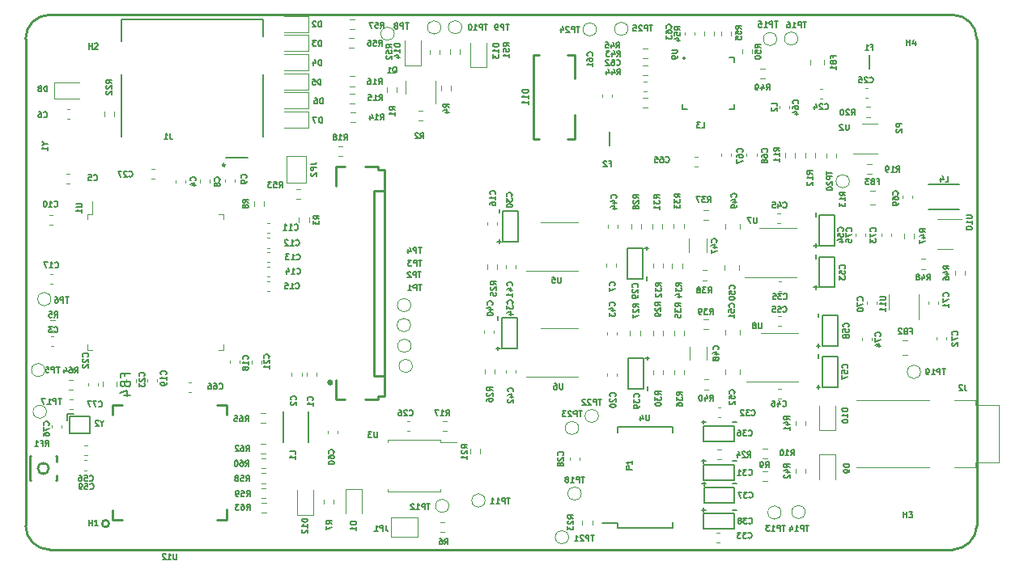
<source format=gbr>
%TF.GenerationSoftware,KiCad,Pcbnew,(6.0.4)*%
%TF.CreationDate,2023-04-20T20:53:16+03:00*%
%TF.ProjectId,mp3_test_board,6d70335f-7465-4737-945f-626f6172642e,rev?*%
%TF.SameCoordinates,Original*%
%TF.FileFunction,Legend,Bot*%
%TF.FilePolarity,Positive*%
%FSLAX46Y46*%
G04 Gerber Fmt 4.6, Leading zero omitted, Abs format (unit mm)*
G04 Created by KiCad (PCBNEW (6.0.4)) date 2023-04-20 20:53:16*
%MOMM*%
%LPD*%
G01*
G04 APERTURE LIST*
%TA.AperFunction,Profile*%
%ADD10C,0.250000*%
%TD*%
%ADD11C,0.150000*%
%ADD12C,0.250000*%
%ADD13C,0.120000*%
%ADD14C,0.127000*%
%ADD15C,0.200000*%
%ADD16C,0.203200*%
%ADD17C,0.254000*%
%ADD18C,0.300000*%
G04 APERTURE END LIST*
D10*
X173467769Y-99232295D02*
G75*
G03*
X175960000Y-96750000I-93569J2586195D01*
G01*
X175960001Y-45750000D02*
G75*
G03*
X173467767Y-43232233I-2528101J-10100D01*
G01*
X78967767Y-43232167D02*
G75*
G03*
X76467767Y-45732233I33J-2500033D01*
G01*
X76467767Y-45732233D02*
X76467767Y-96732233D01*
X78967767Y-99232233D02*
X173467767Y-99232233D01*
X175960000Y-96750000D02*
X175960000Y-45750000D01*
X173467767Y-43232233D02*
X78967767Y-43232233D01*
X76467767Y-96732233D02*
G75*
G03*
X78967767Y-99232233I2500033J33D01*
G01*
D11*
%TO.C,H4*%
X168632857Y-46421428D02*
X168632857Y-45821428D01*
X168632857Y-46107142D02*
X168975714Y-46107142D01*
X168975714Y-46421428D02*
X168975714Y-45821428D01*
X169518571Y-46021428D02*
X169518571Y-46421428D01*
X169375714Y-45792857D02*
X169232857Y-46221428D01*
X169604285Y-46221428D01*
%TO.C,H2*%
X83082857Y-46801428D02*
X83082857Y-46201428D01*
X83082857Y-46487142D02*
X83425714Y-46487142D01*
X83425714Y-46801428D02*
X83425714Y-46201428D01*
X83682857Y-46258571D02*
X83711428Y-46230000D01*
X83768571Y-46201428D01*
X83911428Y-46201428D01*
X83968571Y-46230000D01*
X83997142Y-46258571D01*
X84025714Y-46315714D01*
X84025714Y-46372857D01*
X83997142Y-46458571D01*
X83654285Y-46801428D01*
X84025714Y-46801428D01*
%TO.C,P1*%
X139900207Y-90828326D02*
X139300207Y-90828326D01*
X139300207Y-90599754D01*
X139328779Y-90542611D01*
X139357350Y-90514040D01*
X139414493Y-90485469D01*
X139500207Y-90485469D01*
X139557350Y-90514040D01*
X139585921Y-90542611D01*
X139614493Y-90599754D01*
X139614493Y-90828326D01*
X139900207Y-89914040D02*
X139900207Y-90256897D01*
X139900207Y-90085469D02*
X139300207Y-90085469D01*
X139385921Y-90142611D01*
X139443064Y-90199754D01*
X139471636Y-90256897D01*
%TO.C,H1*%
X83082857Y-96751428D02*
X83082857Y-96151428D01*
X83082857Y-96437142D02*
X83425714Y-96437142D01*
X83425714Y-96751428D02*
X83425714Y-96151428D01*
X84025714Y-96751428D02*
X83682857Y-96751428D01*
X83854285Y-96751428D02*
X83854285Y-96151428D01*
X83797142Y-96237142D01*
X83740000Y-96294285D01*
X83682857Y-96322857D01*
%TO.C,H3*%
X168302857Y-95871428D02*
X168302857Y-95271428D01*
X168302857Y-95557142D02*
X168645714Y-95557142D01*
X168645714Y-95871428D02*
X168645714Y-95271428D01*
X168874285Y-95271428D02*
X169245714Y-95271428D01*
X169045714Y-95500000D01*
X169131428Y-95500000D01*
X169188571Y-95528571D01*
X169217142Y-95557142D01*
X169245714Y-95614285D01*
X169245714Y-95757142D01*
X169217142Y-95814285D01*
X169188571Y-95842857D01*
X169131428Y-95871428D01*
X168960000Y-95871428D01*
X168902857Y-95842857D01*
X168874285Y-95814285D01*
%TO.C,C18*%
X99704285Y-79294285D02*
X99732857Y-79265714D01*
X99761428Y-79180000D01*
X99761428Y-79122857D01*
X99732857Y-79037142D01*
X99675714Y-78980000D01*
X99618571Y-78951428D01*
X99504285Y-78922857D01*
X99418571Y-78922857D01*
X99304285Y-78951428D01*
X99247142Y-78980000D01*
X99190000Y-79037142D01*
X99161428Y-79122857D01*
X99161428Y-79180000D01*
X99190000Y-79265714D01*
X99218571Y-79294285D01*
X99761428Y-79865714D02*
X99761428Y-79522857D01*
X99761428Y-79694285D02*
X99161428Y-79694285D01*
X99247142Y-79637142D01*
X99304285Y-79580000D01*
X99332857Y-79522857D01*
X99418571Y-80208571D02*
X99390000Y-80151428D01*
X99361428Y-80122857D01*
X99304285Y-80094285D01*
X99275714Y-80094285D01*
X99218571Y-80122857D01*
X99190000Y-80151428D01*
X99161428Y-80208571D01*
X99161428Y-80322857D01*
X99190000Y-80380000D01*
X99218571Y-80408571D01*
X99275714Y-80437142D01*
X99304285Y-80437142D01*
X99361428Y-80408571D01*
X99390000Y-80380000D01*
X99418571Y-80322857D01*
X99418571Y-80208571D01*
X99447142Y-80151428D01*
X99475714Y-80122857D01*
X99532857Y-80094285D01*
X99647142Y-80094285D01*
X99704285Y-80122857D01*
X99732857Y-80151428D01*
X99761428Y-80208571D01*
X99761428Y-80322857D01*
X99732857Y-80380000D01*
X99704285Y-80408571D01*
X99647142Y-80437142D01*
X99532857Y-80437142D01*
X99475714Y-80408571D01*
X99447142Y-80380000D01*
X99418571Y-80322857D01*
%TO.C,TP17*%
X80201110Y-83397873D02*
X79858253Y-83397873D01*
X80029681Y-83997873D02*
X80029681Y-83397873D01*
X79658253Y-83997873D02*
X79658253Y-83397873D01*
X79429681Y-83397873D01*
X79372538Y-83426445D01*
X79343967Y-83455016D01*
X79315395Y-83512159D01*
X79315395Y-83597873D01*
X79343967Y-83655016D01*
X79372538Y-83683587D01*
X79429681Y-83712159D01*
X79658253Y-83712159D01*
X78743967Y-83997873D02*
X79086824Y-83997873D01*
X78915395Y-83997873D02*
X78915395Y-83397873D01*
X78972538Y-83483587D01*
X79029681Y-83540730D01*
X79086824Y-83569302D01*
X78543967Y-83397873D02*
X78143967Y-83397873D01*
X78401110Y-83997873D01*
%TO.C,R38*%
X147833414Y-72355366D02*
X148033414Y-72069652D01*
X148176271Y-72355366D02*
X148176271Y-71755366D01*
X147947700Y-71755366D01*
X147890557Y-71783938D01*
X147861985Y-71812509D01*
X147833414Y-71869652D01*
X147833414Y-71955366D01*
X147861985Y-72012509D01*
X147890557Y-72041080D01*
X147947700Y-72069652D01*
X148176271Y-72069652D01*
X147633414Y-71755366D02*
X147261985Y-71755366D01*
X147461985Y-71983938D01*
X147376271Y-71983938D01*
X147319128Y-72012509D01*
X147290557Y-72041080D01*
X147261985Y-72098223D01*
X147261985Y-72241080D01*
X147290557Y-72298223D01*
X147319128Y-72326795D01*
X147376271Y-72355366D01*
X147547700Y-72355366D01*
X147604842Y-72326795D01*
X147633414Y-72298223D01*
X146919128Y-72012509D02*
X146976271Y-71983938D01*
X147004842Y-71955366D01*
X147033414Y-71898223D01*
X147033414Y-71869652D01*
X147004842Y-71812509D01*
X146976271Y-71783938D01*
X146919128Y-71755366D01*
X146804842Y-71755366D01*
X146747700Y-71783938D01*
X146719128Y-71812509D01*
X146690557Y-71869652D01*
X146690557Y-71898223D01*
X146719128Y-71955366D01*
X146747700Y-71983938D01*
X146804842Y-72012509D01*
X146919128Y-72012509D01*
X146976271Y-72041080D01*
X147004842Y-72069652D01*
X147033414Y-72126795D01*
X147033414Y-72241080D01*
X147004842Y-72298223D01*
X146976271Y-72326795D01*
X146919128Y-72355366D01*
X146804842Y-72355366D01*
X146747700Y-72326795D01*
X146719128Y-72298223D01*
X146690557Y-72241080D01*
X146690557Y-72126795D01*
X146719128Y-72069652D01*
X146747700Y-72041080D01*
X146804842Y-72012509D01*
%TO.C,C35*%
X155758414Y-72948223D02*
X155786985Y-72976795D01*
X155872700Y-73005366D01*
X155929842Y-73005366D01*
X156015557Y-72976795D01*
X156072700Y-72919652D01*
X156101271Y-72862509D01*
X156129842Y-72748223D01*
X156129842Y-72662509D01*
X156101271Y-72548223D01*
X156072700Y-72491080D01*
X156015557Y-72433938D01*
X155929842Y-72405366D01*
X155872700Y-72405366D01*
X155786985Y-72433938D01*
X155758414Y-72462509D01*
X155558414Y-72405366D02*
X155186985Y-72405366D01*
X155386985Y-72633938D01*
X155301271Y-72633938D01*
X155244128Y-72662509D01*
X155215557Y-72691080D01*
X155186985Y-72748223D01*
X155186985Y-72891080D01*
X155215557Y-72948223D01*
X155244128Y-72976795D01*
X155301271Y-73005366D01*
X155472700Y-73005366D01*
X155529842Y-72976795D01*
X155558414Y-72948223D01*
X154644128Y-72405366D02*
X154929842Y-72405366D01*
X154958414Y-72691080D01*
X154929842Y-72662509D01*
X154872700Y-72633938D01*
X154729842Y-72633938D01*
X154672700Y-72662509D01*
X154644128Y-72691080D01*
X154615557Y-72748223D01*
X154615557Y-72891080D01*
X154644128Y-72948223D01*
X154672700Y-72976795D01*
X154729842Y-73005366D01*
X154872700Y-73005366D01*
X154929842Y-72976795D01*
X154958414Y-72948223D01*
%TO.C,R13*%
X162211428Y-62134285D02*
X161925714Y-61934285D01*
X162211428Y-61791428D02*
X161611428Y-61791428D01*
X161611428Y-62020000D01*
X161640000Y-62077142D01*
X161668571Y-62105714D01*
X161725714Y-62134285D01*
X161811428Y-62134285D01*
X161868571Y-62105714D01*
X161897142Y-62077142D01*
X161925714Y-62020000D01*
X161925714Y-61791428D01*
X162211428Y-62705714D02*
X162211428Y-62362857D01*
X162211428Y-62534285D02*
X161611428Y-62534285D01*
X161697142Y-62477142D01*
X161754285Y-62420000D01*
X161782857Y-62362857D01*
X161611428Y-62905714D02*
X161611428Y-63277142D01*
X161840000Y-63077142D01*
X161840000Y-63162857D01*
X161868571Y-63220000D01*
X161897142Y-63248571D01*
X161954285Y-63277142D01*
X162097142Y-63277142D01*
X162154285Y-63248571D01*
X162182857Y-63220000D01*
X162211428Y-63162857D01*
X162211428Y-62991428D01*
X162182857Y-62934285D01*
X162154285Y-62905714D01*
%TO.C,L2*%
X155061428Y-52803938D02*
X155061428Y-52518223D01*
X154461428Y-52518223D01*
X154518571Y-52975366D02*
X154490000Y-53003938D01*
X154461428Y-53061080D01*
X154461428Y-53203938D01*
X154490000Y-53261080D01*
X154518571Y-53289652D01*
X154575714Y-53318223D01*
X154632857Y-53318223D01*
X154718571Y-53289652D01*
X155061428Y-52946795D01*
X155061428Y-53318223D01*
%TO.C,D6*%
X107552857Y-52541428D02*
X107552857Y-51941428D01*
X107410000Y-51941428D01*
X107324285Y-51970000D01*
X107267142Y-52027142D01*
X107238571Y-52084285D01*
X107210000Y-52198571D01*
X107210000Y-52284285D01*
X107238571Y-52398571D01*
X107267142Y-52455714D01*
X107324285Y-52512857D01*
X107410000Y-52541428D01*
X107552857Y-52541428D01*
X106695714Y-51941428D02*
X106810000Y-51941428D01*
X106867142Y-51970000D01*
X106895714Y-51998571D01*
X106952857Y-52084285D01*
X106981428Y-52198571D01*
X106981428Y-52427142D01*
X106952857Y-52484285D01*
X106924285Y-52512857D01*
X106867142Y-52541428D01*
X106752857Y-52541428D01*
X106695714Y-52512857D01*
X106667142Y-52484285D01*
X106638571Y-52427142D01*
X106638571Y-52284285D01*
X106667142Y-52227142D01*
X106695714Y-52198571D01*
X106752857Y-52170000D01*
X106867142Y-52170000D01*
X106924285Y-52198571D01*
X106952857Y-52227142D01*
X106981428Y-52284285D01*
%TO.C,C14*%
X104835714Y-70294285D02*
X104864285Y-70322857D01*
X104950000Y-70351428D01*
X105007142Y-70351428D01*
X105092857Y-70322857D01*
X105150000Y-70265714D01*
X105178571Y-70208571D01*
X105207142Y-70094285D01*
X105207142Y-70008571D01*
X105178571Y-69894285D01*
X105150000Y-69837142D01*
X105092857Y-69780000D01*
X105007142Y-69751428D01*
X104950000Y-69751428D01*
X104864285Y-69780000D01*
X104835714Y-69808571D01*
X104264285Y-70351428D02*
X104607142Y-70351428D01*
X104435714Y-70351428D02*
X104435714Y-69751428D01*
X104492857Y-69837142D01*
X104550000Y-69894285D01*
X104607142Y-69922857D01*
X103750000Y-69951428D02*
X103750000Y-70351428D01*
X103892857Y-69722857D02*
X104035714Y-70151428D01*
X103664285Y-70151428D01*
%TO.C,C12*%
X104715714Y-67324285D02*
X104744285Y-67352857D01*
X104830000Y-67381428D01*
X104887142Y-67381428D01*
X104972857Y-67352857D01*
X105030000Y-67295714D01*
X105058571Y-67238571D01*
X105087142Y-67124285D01*
X105087142Y-67038571D01*
X105058571Y-66924285D01*
X105030000Y-66867142D01*
X104972857Y-66810000D01*
X104887142Y-66781428D01*
X104830000Y-66781428D01*
X104744285Y-66810000D01*
X104715714Y-66838571D01*
X104144285Y-67381428D02*
X104487142Y-67381428D01*
X104315714Y-67381428D02*
X104315714Y-66781428D01*
X104372857Y-66867142D01*
X104430000Y-66924285D01*
X104487142Y-66952857D01*
X103915714Y-66838571D02*
X103887142Y-66810000D01*
X103830000Y-66781428D01*
X103687142Y-66781428D01*
X103630000Y-66810000D01*
X103601428Y-66838571D01*
X103572857Y-66895714D01*
X103572857Y-66952857D01*
X103601428Y-67038571D01*
X103944285Y-67381428D01*
X103572857Y-67381428D01*
%TO.C,C17*%
X79518414Y-69668223D02*
X79546985Y-69696795D01*
X79632700Y-69725366D01*
X79689842Y-69725366D01*
X79775557Y-69696795D01*
X79832700Y-69639652D01*
X79861271Y-69582509D01*
X79889842Y-69468223D01*
X79889842Y-69382509D01*
X79861271Y-69268223D01*
X79832700Y-69211080D01*
X79775557Y-69153938D01*
X79689842Y-69125366D01*
X79632700Y-69125366D01*
X79546985Y-69153938D01*
X79518414Y-69182509D01*
X78946985Y-69725366D02*
X79289842Y-69725366D01*
X79118414Y-69725366D02*
X79118414Y-69125366D01*
X79175557Y-69211080D01*
X79232700Y-69268223D01*
X79289842Y-69296795D01*
X78746985Y-69125366D02*
X78346985Y-69125366D01*
X78604128Y-69725366D01*
%TO.C,TP13*%
X155942857Y-96671428D02*
X155600000Y-96671428D01*
X155771428Y-97271428D02*
X155771428Y-96671428D01*
X155400000Y-97271428D02*
X155400000Y-96671428D01*
X155171428Y-96671428D01*
X155114285Y-96700000D01*
X155085714Y-96728571D01*
X155057142Y-96785714D01*
X155057142Y-96871428D01*
X155085714Y-96928571D01*
X155114285Y-96957142D01*
X155171428Y-96985714D01*
X155400000Y-96985714D01*
X154485714Y-97271428D02*
X154828571Y-97271428D01*
X154657142Y-97271428D02*
X154657142Y-96671428D01*
X154714285Y-96757142D01*
X154771428Y-96814285D01*
X154828571Y-96842857D01*
X154285714Y-96671428D02*
X153914285Y-96671428D01*
X154114285Y-96900000D01*
X154028571Y-96900000D01*
X153971428Y-96928571D01*
X153942857Y-96957142D01*
X153914285Y-97014285D01*
X153914285Y-97157142D01*
X153942857Y-97214285D01*
X153971428Y-97242857D01*
X154028571Y-97271428D01*
X154200000Y-97271428D01*
X154257142Y-97242857D01*
X154285714Y-97214285D01*
%TO.C,R62*%
X99535714Y-88931428D02*
X99735714Y-88645714D01*
X99878571Y-88931428D02*
X99878571Y-88331428D01*
X99650000Y-88331428D01*
X99592857Y-88360000D01*
X99564285Y-88388571D01*
X99535714Y-88445714D01*
X99535714Y-88531428D01*
X99564285Y-88588571D01*
X99592857Y-88617142D01*
X99650000Y-88645714D01*
X99878571Y-88645714D01*
X99021428Y-88331428D02*
X99135714Y-88331428D01*
X99192857Y-88360000D01*
X99221428Y-88388571D01*
X99278571Y-88474285D01*
X99307142Y-88588571D01*
X99307142Y-88817142D01*
X99278571Y-88874285D01*
X99250000Y-88902857D01*
X99192857Y-88931428D01*
X99078571Y-88931428D01*
X99021428Y-88902857D01*
X98992857Y-88874285D01*
X98964285Y-88817142D01*
X98964285Y-88674285D01*
X98992857Y-88617142D01*
X99021428Y-88588571D01*
X99078571Y-88560000D01*
X99192857Y-88560000D01*
X99250000Y-88588571D01*
X99278571Y-88617142D01*
X99307142Y-88674285D01*
X98735714Y-88388571D02*
X98707142Y-88360000D01*
X98650000Y-88331428D01*
X98507142Y-88331428D01*
X98450000Y-88360000D01*
X98421428Y-88388571D01*
X98392857Y-88445714D01*
X98392857Y-88502857D01*
X98421428Y-88588571D01*
X98764285Y-88931428D01*
X98392857Y-88931428D01*
%TO.C,R37*%
X147785714Y-62861428D02*
X147985714Y-62575714D01*
X148128571Y-62861428D02*
X148128571Y-62261428D01*
X147900000Y-62261428D01*
X147842857Y-62290000D01*
X147814285Y-62318571D01*
X147785714Y-62375714D01*
X147785714Y-62461428D01*
X147814285Y-62518571D01*
X147842857Y-62547142D01*
X147900000Y-62575714D01*
X148128571Y-62575714D01*
X147585714Y-62261428D02*
X147214285Y-62261428D01*
X147414285Y-62490000D01*
X147328571Y-62490000D01*
X147271428Y-62518571D01*
X147242857Y-62547142D01*
X147214285Y-62604285D01*
X147214285Y-62747142D01*
X147242857Y-62804285D01*
X147271428Y-62832857D01*
X147328571Y-62861428D01*
X147500000Y-62861428D01*
X147557142Y-62832857D01*
X147585714Y-62804285D01*
X147014285Y-62261428D02*
X146614285Y-62261428D01*
X146871428Y-62861428D01*
%TO.C,C48*%
X148884285Y-78284285D02*
X148912857Y-78255714D01*
X148941428Y-78170000D01*
X148941428Y-78112857D01*
X148912857Y-78027142D01*
X148855714Y-77970000D01*
X148798571Y-77941428D01*
X148684285Y-77912857D01*
X148598571Y-77912857D01*
X148484285Y-77941428D01*
X148427142Y-77970000D01*
X148370000Y-78027142D01*
X148341428Y-78112857D01*
X148341428Y-78170000D01*
X148370000Y-78255714D01*
X148398571Y-78284285D01*
X148541428Y-78798571D02*
X148941428Y-78798571D01*
X148312857Y-78655714D02*
X148741428Y-78512857D01*
X148741428Y-78884285D01*
X148598571Y-79198571D02*
X148570000Y-79141428D01*
X148541428Y-79112857D01*
X148484285Y-79084285D01*
X148455714Y-79084285D01*
X148398571Y-79112857D01*
X148370000Y-79141428D01*
X148341428Y-79198571D01*
X148341428Y-79312857D01*
X148370000Y-79370000D01*
X148398571Y-79398571D01*
X148455714Y-79427142D01*
X148484285Y-79427142D01*
X148541428Y-79398571D01*
X148570000Y-79370000D01*
X148598571Y-79312857D01*
X148598571Y-79198571D01*
X148627142Y-79141428D01*
X148655714Y-79112857D01*
X148712857Y-79084285D01*
X148827142Y-79084285D01*
X148884285Y-79112857D01*
X148912857Y-79141428D01*
X148941428Y-79198571D01*
X148941428Y-79312857D01*
X148912857Y-79370000D01*
X148884285Y-79398571D01*
X148827142Y-79427142D01*
X148712857Y-79427142D01*
X148655714Y-79398571D01*
X148627142Y-79370000D01*
X148598571Y-79312857D01*
%TO.C,TP23*%
X134663257Y-84716304D02*
X134320400Y-84716304D01*
X134491828Y-85316304D02*
X134491828Y-84716304D01*
X134120400Y-85316304D02*
X134120400Y-84716304D01*
X133891828Y-84716304D01*
X133834685Y-84744876D01*
X133806114Y-84773447D01*
X133777542Y-84830590D01*
X133777542Y-84916304D01*
X133806114Y-84973447D01*
X133834685Y-85002018D01*
X133891828Y-85030590D01*
X134120400Y-85030590D01*
X133548971Y-84773447D02*
X133520400Y-84744876D01*
X133463257Y-84716304D01*
X133320400Y-84716304D01*
X133263257Y-84744876D01*
X133234685Y-84773447D01*
X133206114Y-84830590D01*
X133206114Y-84887733D01*
X133234685Y-84973447D01*
X133577542Y-85316304D01*
X133206114Y-85316304D01*
X133006114Y-84716304D02*
X132634685Y-84716304D01*
X132834685Y-84944876D01*
X132748971Y-84944876D01*
X132691828Y-84973447D01*
X132663257Y-85002018D01*
X132634685Y-85059161D01*
X132634685Y-85202018D01*
X132663257Y-85259161D01*
X132691828Y-85287733D01*
X132748971Y-85316304D01*
X132920400Y-85316304D01*
X132977542Y-85287733D01*
X133006114Y-85259161D01*
%TO.C,R20*%
X162828414Y-53735366D02*
X163028414Y-53449652D01*
X163171271Y-53735366D02*
X163171271Y-53135366D01*
X162942700Y-53135366D01*
X162885557Y-53163938D01*
X162856985Y-53192509D01*
X162828414Y-53249652D01*
X162828414Y-53335366D01*
X162856985Y-53392509D01*
X162885557Y-53421080D01*
X162942700Y-53449652D01*
X163171271Y-53449652D01*
X162599842Y-53192509D02*
X162571271Y-53163938D01*
X162514128Y-53135366D01*
X162371271Y-53135366D01*
X162314128Y-53163938D01*
X162285557Y-53192509D01*
X162256985Y-53249652D01*
X162256985Y-53306795D01*
X162285557Y-53392509D01*
X162628414Y-53735366D01*
X162256985Y-53735366D01*
X161885557Y-53135366D02*
X161828414Y-53135366D01*
X161771271Y-53163938D01*
X161742700Y-53192509D01*
X161714128Y-53249652D01*
X161685557Y-53363938D01*
X161685557Y-53506795D01*
X161714128Y-53621080D01*
X161742700Y-53678223D01*
X161771271Y-53706795D01*
X161828414Y-53735366D01*
X161885557Y-53735366D01*
X161942700Y-53706795D01*
X161971271Y-53678223D01*
X161999842Y-53621080D01*
X162028414Y-53506795D01*
X162028414Y-53363938D01*
X161999842Y-53249652D01*
X161971271Y-53192509D01*
X161942700Y-53163938D01*
X161885557Y-53135366D01*
%TO.C,FB3*%
X165552700Y-60661080D02*
X165752700Y-60661080D01*
X165752700Y-60975366D02*
X165752700Y-60375366D01*
X165466985Y-60375366D01*
X165038414Y-60661080D02*
X164952700Y-60689652D01*
X164924128Y-60718223D01*
X164895557Y-60775366D01*
X164895557Y-60861080D01*
X164924128Y-60918223D01*
X164952700Y-60946795D01*
X165009842Y-60975366D01*
X165238414Y-60975366D01*
X165238414Y-60375366D01*
X165038414Y-60375366D01*
X164981271Y-60403938D01*
X164952700Y-60432509D01*
X164924128Y-60489652D01*
X164924128Y-60546795D01*
X164952700Y-60603938D01*
X164981271Y-60632509D01*
X165038414Y-60661080D01*
X165238414Y-60661080D01*
X164695557Y-60375366D02*
X164324128Y-60375366D01*
X164524128Y-60603938D01*
X164438414Y-60603938D01*
X164381271Y-60632509D01*
X164352700Y-60661080D01*
X164324128Y-60718223D01*
X164324128Y-60861080D01*
X164352700Y-60918223D01*
X164381271Y-60946795D01*
X164438414Y-60975366D01*
X164609842Y-60975366D01*
X164666985Y-60946795D01*
X164695557Y-60918223D01*
%TO.C,D9*%
X162641428Y-90267142D02*
X162041428Y-90267142D01*
X162041428Y-90410000D01*
X162070000Y-90495714D01*
X162127142Y-90552857D01*
X162184285Y-90581428D01*
X162298571Y-90610000D01*
X162384285Y-90610000D01*
X162498571Y-90581428D01*
X162555714Y-90552857D01*
X162612857Y-90495714D01*
X162641428Y-90410000D01*
X162641428Y-90267142D01*
X162641428Y-90895714D02*
X162641428Y-91010000D01*
X162612857Y-91067142D01*
X162584285Y-91095714D01*
X162498571Y-91152857D01*
X162384285Y-91181428D01*
X162155714Y-91181428D01*
X162098571Y-91152857D01*
X162070000Y-91124285D01*
X162041428Y-91067142D01*
X162041428Y-90952857D01*
X162070000Y-90895714D01*
X162098571Y-90867142D01*
X162155714Y-90838571D01*
X162298571Y-90838571D01*
X162355714Y-90867142D01*
X162384285Y-90895714D01*
X162412857Y-90952857D01*
X162412857Y-91067142D01*
X162384285Y-91124285D01*
X162355714Y-91152857D01*
X162298571Y-91181428D01*
%TO.C,C54*%
X161946985Y-65878223D02*
X161975557Y-65849652D01*
X162004128Y-65763938D01*
X162004128Y-65706795D01*
X161975557Y-65621080D01*
X161918414Y-65563938D01*
X161861271Y-65535366D01*
X161746985Y-65506795D01*
X161661271Y-65506795D01*
X161546985Y-65535366D01*
X161489842Y-65563938D01*
X161432700Y-65621080D01*
X161404128Y-65706795D01*
X161404128Y-65763938D01*
X161432700Y-65849652D01*
X161461271Y-65878223D01*
X161404128Y-66421080D02*
X161404128Y-66135366D01*
X161689842Y-66106795D01*
X161661271Y-66135366D01*
X161632700Y-66192509D01*
X161632700Y-66335366D01*
X161661271Y-66392509D01*
X161689842Y-66421080D01*
X161746985Y-66449652D01*
X161889842Y-66449652D01*
X161946985Y-66421080D01*
X161975557Y-66392509D01*
X162004128Y-66335366D01*
X162004128Y-66192509D01*
X161975557Y-66135366D01*
X161946985Y-66106795D01*
X161604128Y-66963938D02*
X162004128Y-66963938D01*
X161375557Y-66821080D02*
X161804128Y-66678223D01*
X161804128Y-67049652D01*
%TO.C,R33*%
X144954128Y-62323223D02*
X144668414Y-62123223D01*
X144954128Y-61980366D02*
X144354128Y-61980366D01*
X144354128Y-62208938D01*
X144382700Y-62266080D01*
X144411271Y-62294652D01*
X144468414Y-62323223D01*
X144554128Y-62323223D01*
X144611271Y-62294652D01*
X144639842Y-62266080D01*
X144668414Y-62208938D01*
X144668414Y-61980366D01*
X144354128Y-62523223D02*
X144354128Y-62894652D01*
X144582700Y-62694652D01*
X144582700Y-62780366D01*
X144611271Y-62837509D01*
X144639842Y-62866080D01*
X144696985Y-62894652D01*
X144839842Y-62894652D01*
X144896985Y-62866080D01*
X144925557Y-62837509D01*
X144954128Y-62780366D01*
X144954128Y-62608938D01*
X144925557Y-62551795D01*
X144896985Y-62523223D01*
X144354128Y-63094652D02*
X144354128Y-63466080D01*
X144582700Y-63266080D01*
X144582700Y-63351795D01*
X144611271Y-63408938D01*
X144639842Y-63437509D01*
X144696985Y-63466080D01*
X144839842Y-63466080D01*
X144896985Y-63437509D01*
X144925557Y-63408938D01*
X144954128Y-63351795D01*
X144954128Y-63180366D01*
X144925557Y-63123223D01*
X144896985Y-63094652D01*
%TO.C,TP22*%
X136723257Y-83466304D02*
X136380400Y-83466304D01*
X136551828Y-84066304D02*
X136551828Y-83466304D01*
X136180400Y-84066304D02*
X136180400Y-83466304D01*
X135951828Y-83466304D01*
X135894685Y-83494876D01*
X135866114Y-83523447D01*
X135837542Y-83580590D01*
X135837542Y-83666304D01*
X135866114Y-83723447D01*
X135894685Y-83752018D01*
X135951828Y-83780590D01*
X136180400Y-83780590D01*
X135608971Y-83523447D02*
X135580400Y-83494876D01*
X135523257Y-83466304D01*
X135380400Y-83466304D01*
X135323257Y-83494876D01*
X135294685Y-83523447D01*
X135266114Y-83580590D01*
X135266114Y-83637733D01*
X135294685Y-83723447D01*
X135637542Y-84066304D01*
X135266114Y-84066304D01*
X135037542Y-83523447D02*
X135008971Y-83494876D01*
X134951828Y-83466304D01*
X134808971Y-83466304D01*
X134751828Y-83494876D01*
X134723257Y-83523447D01*
X134694685Y-83580590D01*
X134694685Y-83637733D01*
X134723257Y-83723447D01*
X135066114Y-84066304D01*
X134694685Y-84066304D01*
%TO.C,C52*%
X150594285Y-82874285D02*
X150622857Y-82845714D01*
X150651428Y-82760000D01*
X150651428Y-82702857D01*
X150622857Y-82617142D01*
X150565714Y-82560000D01*
X150508571Y-82531428D01*
X150394285Y-82502857D01*
X150308571Y-82502857D01*
X150194285Y-82531428D01*
X150137142Y-82560000D01*
X150080000Y-82617142D01*
X150051428Y-82702857D01*
X150051428Y-82760000D01*
X150080000Y-82845714D01*
X150108571Y-82874285D01*
X150051428Y-83417142D02*
X150051428Y-83131428D01*
X150337142Y-83102857D01*
X150308571Y-83131428D01*
X150280000Y-83188571D01*
X150280000Y-83331428D01*
X150308571Y-83388571D01*
X150337142Y-83417142D01*
X150394285Y-83445714D01*
X150537142Y-83445714D01*
X150594285Y-83417142D01*
X150622857Y-83388571D01*
X150651428Y-83331428D01*
X150651428Y-83188571D01*
X150622857Y-83131428D01*
X150594285Y-83102857D01*
X150108571Y-83674285D02*
X150080000Y-83702857D01*
X150051428Y-83760000D01*
X150051428Y-83902857D01*
X150080000Y-83960000D01*
X150108571Y-83988571D01*
X150165714Y-84017142D01*
X150222857Y-84017142D01*
X150308571Y-83988571D01*
X150651428Y-83645714D01*
X150651428Y-84017142D01*
%TO.C,R12*%
X158771428Y-59924285D02*
X158485714Y-59724285D01*
X158771428Y-59581428D02*
X158171428Y-59581428D01*
X158171428Y-59810000D01*
X158200000Y-59867142D01*
X158228571Y-59895714D01*
X158285714Y-59924285D01*
X158371428Y-59924285D01*
X158428571Y-59895714D01*
X158457142Y-59867142D01*
X158485714Y-59810000D01*
X158485714Y-59581428D01*
X158771428Y-60495714D02*
X158771428Y-60152857D01*
X158771428Y-60324285D02*
X158171428Y-60324285D01*
X158257142Y-60267142D01*
X158314285Y-60210000D01*
X158342857Y-60152857D01*
X158228571Y-60724285D02*
X158200000Y-60752857D01*
X158171428Y-60810000D01*
X158171428Y-60952857D01*
X158200000Y-61010000D01*
X158228571Y-61038571D01*
X158285714Y-61067142D01*
X158342857Y-61067142D01*
X158428571Y-61038571D01*
X158771428Y-60695714D01*
X158771428Y-61067142D01*
%TO.C,TP9*%
X127017142Y-44221428D02*
X126674285Y-44221428D01*
X126845714Y-44821428D02*
X126845714Y-44221428D01*
X126474285Y-44821428D02*
X126474285Y-44221428D01*
X126245714Y-44221428D01*
X126188571Y-44250000D01*
X126160000Y-44278571D01*
X126131428Y-44335714D01*
X126131428Y-44421428D01*
X126160000Y-44478571D01*
X126188571Y-44507142D01*
X126245714Y-44535714D01*
X126474285Y-44535714D01*
X125845714Y-44821428D02*
X125731428Y-44821428D01*
X125674285Y-44792857D01*
X125645714Y-44764285D01*
X125588571Y-44678571D01*
X125560000Y-44564285D01*
X125560000Y-44335714D01*
X125588571Y-44278571D01*
X125617142Y-44250000D01*
X125674285Y-44221428D01*
X125788571Y-44221428D01*
X125845714Y-44250000D01*
X125874285Y-44278571D01*
X125902857Y-44335714D01*
X125902857Y-44478571D01*
X125874285Y-44535714D01*
X125845714Y-44564285D01*
X125788571Y-44592857D01*
X125674285Y-44592857D01*
X125617142Y-44564285D01*
X125588571Y-44535714D01*
X125560000Y-44478571D01*
%TO.C,C31*%
X152095714Y-91374285D02*
X152124285Y-91402857D01*
X152210000Y-91431428D01*
X152267142Y-91431428D01*
X152352857Y-91402857D01*
X152410000Y-91345714D01*
X152438571Y-91288571D01*
X152467142Y-91174285D01*
X152467142Y-91088571D01*
X152438571Y-90974285D01*
X152410000Y-90917142D01*
X152352857Y-90860000D01*
X152267142Y-90831428D01*
X152210000Y-90831428D01*
X152124285Y-90860000D01*
X152095714Y-90888571D01*
X151895714Y-90831428D02*
X151524285Y-90831428D01*
X151724285Y-91060000D01*
X151638571Y-91060000D01*
X151581428Y-91088571D01*
X151552857Y-91117142D01*
X151524285Y-91174285D01*
X151524285Y-91317142D01*
X151552857Y-91374285D01*
X151581428Y-91402857D01*
X151638571Y-91431428D01*
X151810000Y-91431428D01*
X151867142Y-91402857D01*
X151895714Y-91374285D01*
X150952857Y-91431428D02*
X151295714Y-91431428D01*
X151124285Y-91431428D02*
X151124285Y-90831428D01*
X151181428Y-90917142D01*
X151238571Y-90974285D01*
X151295714Y-91002857D01*
%TO.C,R56*%
X113405714Y-46481428D02*
X113605714Y-46195714D01*
X113748571Y-46481428D02*
X113748571Y-45881428D01*
X113520000Y-45881428D01*
X113462857Y-45910000D01*
X113434285Y-45938571D01*
X113405714Y-45995714D01*
X113405714Y-46081428D01*
X113434285Y-46138571D01*
X113462857Y-46167142D01*
X113520000Y-46195714D01*
X113748571Y-46195714D01*
X112862857Y-45881428D02*
X113148571Y-45881428D01*
X113177142Y-46167142D01*
X113148571Y-46138571D01*
X113091428Y-46110000D01*
X112948571Y-46110000D01*
X112891428Y-46138571D01*
X112862857Y-46167142D01*
X112834285Y-46224285D01*
X112834285Y-46367142D01*
X112862857Y-46424285D01*
X112891428Y-46452857D01*
X112948571Y-46481428D01*
X113091428Y-46481428D01*
X113148571Y-46452857D01*
X113177142Y-46424285D01*
X112320000Y-45881428D02*
X112434285Y-45881428D01*
X112491428Y-45910000D01*
X112520000Y-45938571D01*
X112577142Y-46024285D01*
X112605714Y-46138571D01*
X112605714Y-46367142D01*
X112577142Y-46424285D01*
X112548571Y-46452857D01*
X112491428Y-46481428D01*
X112377142Y-46481428D01*
X112320000Y-46452857D01*
X112291428Y-46424285D01*
X112262857Y-46367142D01*
X112262857Y-46224285D01*
X112291428Y-46167142D01*
X112320000Y-46138571D01*
X112377142Y-46110000D01*
X112491428Y-46110000D01*
X112548571Y-46138571D01*
X112577142Y-46167142D01*
X112605714Y-46224285D01*
%TO.C,R43*%
X138325714Y-47591428D02*
X138525714Y-47305714D01*
X138668571Y-47591428D02*
X138668571Y-46991428D01*
X138440000Y-46991428D01*
X138382857Y-47020000D01*
X138354285Y-47048571D01*
X138325714Y-47105714D01*
X138325714Y-47191428D01*
X138354285Y-47248571D01*
X138382857Y-47277142D01*
X138440000Y-47305714D01*
X138668571Y-47305714D01*
X137811428Y-47191428D02*
X137811428Y-47591428D01*
X137954285Y-46962857D02*
X138097142Y-47391428D01*
X137725714Y-47391428D01*
X137554285Y-46991428D02*
X137182857Y-46991428D01*
X137382857Y-47220000D01*
X137297142Y-47220000D01*
X137240000Y-47248571D01*
X137211428Y-47277142D01*
X137182857Y-47334285D01*
X137182857Y-47477142D01*
X137211428Y-47534285D01*
X137240000Y-47562857D01*
X137297142Y-47591428D01*
X137468571Y-47591428D01*
X137525714Y-47562857D01*
X137554285Y-47534285D01*
%TO.C,C13*%
X104805714Y-68834285D02*
X104834285Y-68862857D01*
X104920000Y-68891428D01*
X104977142Y-68891428D01*
X105062857Y-68862857D01*
X105120000Y-68805714D01*
X105148571Y-68748571D01*
X105177142Y-68634285D01*
X105177142Y-68548571D01*
X105148571Y-68434285D01*
X105120000Y-68377142D01*
X105062857Y-68320000D01*
X104977142Y-68291428D01*
X104920000Y-68291428D01*
X104834285Y-68320000D01*
X104805714Y-68348571D01*
X104234285Y-68891428D02*
X104577142Y-68891428D01*
X104405714Y-68891428D02*
X104405714Y-68291428D01*
X104462857Y-68377142D01*
X104520000Y-68434285D01*
X104577142Y-68462857D01*
X104034285Y-68291428D02*
X103662857Y-68291428D01*
X103862857Y-68520000D01*
X103777142Y-68520000D01*
X103720000Y-68548571D01*
X103691428Y-68577142D01*
X103662857Y-68634285D01*
X103662857Y-68777142D01*
X103691428Y-68834285D01*
X103720000Y-68862857D01*
X103777142Y-68891428D01*
X103948571Y-68891428D01*
X104005714Y-68862857D01*
X104034285Y-68834285D01*
%TO.C,C20*%
X138126985Y-83178223D02*
X138155557Y-83149652D01*
X138184128Y-83063938D01*
X138184128Y-83006795D01*
X138155557Y-82921080D01*
X138098414Y-82863938D01*
X138041271Y-82835366D01*
X137926985Y-82806795D01*
X137841271Y-82806795D01*
X137726985Y-82835366D01*
X137669842Y-82863938D01*
X137612700Y-82921080D01*
X137584128Y-83006795D01*
X137584128Y-83063938D01*
X137612700Y-83149652D01*
X137641271Y-83178223D01*
X137641271Y-83406795D02*
X137612700Y-83435366D01*
X137584128Y-83492509D01*
X137584128Y-83635366D01*
X137612700Y-83692509D01*
X137641271Y-83721080D01*
X137698414Y-83749652D01*
X137755557Y-83749652D01*
X137841271Y-83721080D01*
X138184128Y-83378223D01*
X138184128Y-83749652D01*
X137584128Y-84121080D02*
X137584128Y-84178223D01*
X137612700Y-84235366D01*
X137641271Y-84263938D01*
X137698414Y-84292509D01*
X137812700Y-84321080D01*
X137955557Y-84321080D01*
X138069842Y-84292509D01*
X138126985Y-84263938D01*
X138155557Y-84235366D01*
X138184128Y-84178223D01*
X138184128Y-84121080D01*
X138155557Y-84063938D01*
X138126985Y-84035366D01*
X138069842Y-84006795D01*
X137955557Y-83978223D01*
X137812700Y-83978223D01*
X137698414Y-84006795D01*
X137641271Y-84035366D01*
X137612700Y-84063938D01*
X137584128Y-84121080D01*
%TO.C,RF1*%
X78537142Y-88391428D02*
X78737142Y-88105714D01*
X78880000Y-88391428D02*
X78880000Y-87791428D01*
X78651428Y-87791428D01*
X78594285Y-87820000D01*
X78565714Y-87848571D01*
X78537142Y-87905714D01*
X78537142Y-87991428D01*
X78565714Y-88048571D01*
X78594285Y-88077142D01*
X78651428Y-88105714D01*
X78880000Y-88105714D01*
X78080000Y-88077142D02*
X78280000Y-88077142D01*
X78280000Y-88391428D02*
X78280000Y-87791428D01*
X77994285Y-87791428D01*
X77451428Y-88391428D02*
X77794285Y-88391428D01*
X77622857Y-88391428D02*
X77622857Y-87791428D01*
X77680000Y-87877142D01*
X77737142Y-87934285D01*
X77794285Y-87962857D01*
%TO.C,C56*%
X83155714Y-92004285D02*
X83184285Y-92032857D01*
X83270000Y-92061428D01*
X83327142Y-92061428D01*
X83412857Y-92032857D01*
X83470000Y-91975714D01*
X83498571Y-91918571D01*
X83527142Y-91804285D01*
X83527142Y-91718571D01*
X83498571Y-91604285D01*
X83470000Y-91547142D01*
X83412857Y-91490000D01*
X83327142Y-91461428D01*
X83270000Y-91461428D01*
X83184285Y-91490000D01*
X83155714Y-91518571D01*
X82612857Y-91461428D02*
X82898571Y-91461428D01*
X82927142Y-91747142D01*
X82898571Y-91718571D01*
X82841428Y-91690000D01*
X82698571Y-91690000D01*
X82641428Y-91718571D01*
X82612857Y-91747142D01*
X82584285Y-91804285D01*
X82584285Y-91947142D01*
X82612857Y-92004285D01*
X82641428Y-92032857D01*
X82698571Y-92061428D01*
X82841428Y-92061428D01*
X82898571Y-92032857D01*
X82927142Y-92004285D01*
X82070000Y-91461428D02*
X82184285Y-91461428D01*
X82241428Y-91490000D01*
X82270000Y-91518571D01*
X82327142Y-91604285D01*
X82355714Y-91718571D01*
X82355714Y-91947142D01*
X82327142Y-92004285D01*
X82298571Y-92032857D01*
X82241428Y-92061428D01*
X82127142Y-92061428D01*
X82070000Y-92032857D01*
X82041428Y-92004285D01*
X82012857Y-91947142D01*
X82012857Y-91804285D01*
X82041428Y-91747142D01*
X82070000Y-91718571D01*
X82127142Y-91690000D01*
X82241428Y-91690000D01*
X82298571Y-91718571D01*
X82327142Y-91747142D01*
X82355714Y-91804285D01*
%TO.C,R30*%
X142924128Y-83038223D02*
X142638414Y-82838223D01*
X142924128Y-82695366D02*
X142324128Y-82695366D01*
X142324128Y-82923938D01*
X142352700Y-82981080D01*
X142381271Y-83009652D01*
X142438414Y-83038223D01*
X142524128Y-83038223D01*
X142581271Y-83009652D01*
X142609842Y-82981080D01*
X142638414Y-82923938D01*
X142638414Y-82695366D01*
X142324128Y-83238223D02*
X142324128Y-83609652D01*
X142552700Y-83409652D01*
X142552700Y-83495366D01*
X142581271Y-83552509D01*
X142609842Y-83581080D01*
X142666985Y-83609652D01*
X142809842Y-83609652D01*
X142866985Y-83581080D01*
X142895557Y-83552509D01*
X142924128Y-83495366D01*
X142924128Y-83323938D01*
X142895557Y-83266795D01*
X142866985Y-83238223D01*
X142324128Y-83981080D02*
X142324128Y-84038223D01*
X142352700Y-84095366D01*
X142381271Y-84123938D01*
X142438414Y-84152509D01*
X142552700Y-84181080D01*
X142695557Y-84181080D01*
X142809842Y-84152509D01*
X142866985Y-84123938D01*
X142895557Y-84095366D01*
X142924128Y-84038223D01*
X142924128Y-83981080D01*
X142895557Y-83923938D01*
X142866985Y-83895366D01*
X142809842Y-83866795D01*
X142695557Y-83838223D01*
X142552700Y-83838223D01*
X142438414Y-83866795D01*
X142381271Y-83895366D01*
X142352700Y-83923938D01*
X142324128Y-83981080D01*
%TO.C,C29*%
X140466985Y-71748223D02*
X140495557Y-71719652D01*
X140524128Y-71633938D01*
X140524128Y-71576795D01*
X140495557Y-71491080D01*
X140438414Y-71433938D01*
X140381271Y-71405366D01*
X140266985Y-71376795D01*
X140181271Y-71376795D01*
X140066985Y-71405366D01*
X140009842Y-71433938D01*
X139952700Y-71491080D01*
X139924128Y-71576795D01*
X139924128Y-71633938D01*
X139952700Y-71719652D01*
X139981271Y-71748223D01*
X139981271Y-71976795D02*
X139952700Y-72005366D01*
X139924128Y-72062509D01*
X139924128Y-72205366D01*
X139952700Y-72262509D01*
X139981271Y-72291080D01*
X140038414Y-72319652D01*
X140095557Y-72319652D01*
X140181271Y-72291080D01*
X140524128Y-71948223D01*
X140524128Y-72319652D01*
X140524128Y-72605366D02*
X140524128Y-72719652D01*
X140495557Y-72776795D01*
X140466985Y-72805366D01*
X140381271Y-72862509D01*
X140266985Y-72891080D01*
X140038414Y-72891080D01*
X139981271Y-72862509D01*
X139952700Y-72833938D01*
X139924128Y-72776795D01*
X139924128Y-72662509D01*
X139952700Y-72605366D01*
X139981271Y-72576795D01*
X140038414Y-72548223D01*
X140181271Y-72548223D01*
X140238414Y-72576795D01*
X140266985Y-72605366D01*
X140295557Y-72662509D01*
X140295557Y-72776795D01*
X140266985Y-72833938D01*
X140238414Y-72862509D01*
X140181271Y-72891080D01*
%TO.C,C53*%
X162114285Y-69789285D02*
X162142857Y-69760714D01*
X162171428Y-69675000D01*
X162171428Y-69617857D01*
X162142857Y-69532142D01*
X162085714Y-69475000D01*
X162028571Y-69446428D01*
X161914285Y-69417857D01*
X161828571Y-69417857D01*
X161714285Y-69446428D01*
X161657142Y-69475000D01*
X161600000Y-69532142D01*
X161571428Y-69617857D01*
X161571428Y-69675000D01*
X161600000Y-69760714D01*
X161628571Y-69789285D01*
X161571428Y-70332142D02*
X161571428Y-70046428D01*
X161857142Y-70017857D01*
X161828571Y-70046428D01*
X161800000Y-70103571D01*
X161800000Y-70246428D01*
X161828571Y-70303571D01*
X161857142Y-70332142D01*
X161914285Y-70360714D01*
X162057142Y-70360714D01*
X162114285Y-70332142D01*
X162142857Y-70303571D01*
X162171428Y-70246428D01*
X162171428Y-70103571D01*
X162142857Y-70046428D01*
X162114285Y-70017857D01*
X161571428Y-70560714D02*
X161571428Y-70932142D01*
X161800000Y-70732142D01*
X161800000Y-70817857D01*
X161828571Y-70875000D01*
X161857142Y-70903571D01*
X161914285Y-70932142D01*
X162057142Y-70932142D01*
X162114285Y-70903571D01*
X162142857Y-70875000D01*
X162171428Y-70817857D01*
X162171428Y-70646428D01*
X162142857Y-70589285D01*
X162114285Y-70560714D01*
%TO.C,TP1*%
X117897142Y-71511428D02*
X117554285Y-71511428D01*
X117725714Y-72111428D02*
X117725714Y-71511428D01*
X117354285Y-72111428D02*
X117354285Y-71511428D01*
X117125714Y-71511428D01*
X117068571Y-71540000D01*
X117040000Y-71568571D01*
X117011428Y-71625714D01*
X117011428Y-71711428D01*
X117040000Y-71768571D01*
X117068571Y-71797142D01*
X117125714Y-71825714D01*
X117354285Y-71825714D01*
X116440000Y-72111428D02*
X116782857Y-72111428D01*
X116611428Y-72111428D02*
X116611428Y-71511428D01*
X116668571Y-71597142D01*
X116725714Y-71654285D01*
X116782857Y-71682857D01*
%TO.C,TP12*%
X118781110Y-94452873D02*
X118438253Y-94452873D01*
X118609681Y-95052873D02*
X118609681Y-94452873D01*
X118238253Y-95052873D02*
X118238253Y-94452873D01*
X118009681Y-94452873D01*
X117952538Y-94481445D01*
X117923967Y-94510016D01*
X117895395Y-94567159D01*
X117895395Y-94652873D01*
X117923967Y-94710016D01*
X117952538Y-94738587D01*
X118009681Y-94767159D01*
X118238253Y-94767159D01*
X117323967Y-95052873D02*
X117666824Y-95052873D01*
X117495395Y-95052873D02*
X117495395Y-94452873D01*
X117552538Y-94538587D01*
X117609681Y-94595730D01*
X117666824Y-94624302D01*
X117095395Y-94510016D02*
X117066824Y-94481445D01*
X117009681Y-94452873D01*
X116866824Y-94452873D01*
X116809681Y-94481445D01*
X116781110Y-94510016D01*
X116752538Y-94567159D01*
X116752538Y-94624302D01*
X116781110Y-94710016D01*
X117123967Y-95052873D01*
X116752538Y-95052873D01*
%TO.C,JP2*%
X106271428Y-58900000D02*
X106700000Y-58900000D01*
X106785714Y-58871428D01*
X106842857Y-58814285D01*
X106871428Y-58728571D01*
X106871428Y-58671428D01*
X106871428Y-59185714D02*
X106271428Y-59185714D01*
X106271428Y-59414285D01*
X106300000Y-59471428D01*
X106328571Y-59500000D01*
X106385714Y-59528571D01*
X106471428Y-59528571D01*
X106528571Y-59500000D01*
X106557142Y-59471428D01*
X106585714Y-59414285D01*
X106585714Y-59185714D01*
X106328571Y-59757142D02*
X106300000Y-59785714D01*
X106271428Y-59842857D01*
X106271428Y-59985714D01*
X106300000Y-60042857D01*
X106328571Y-60071428D01*
X106385714Y-60100000D01*
X106442857Y-60100000D01*
X106528571Y-60071428D01*
X106871428Y-59728571D01*
X106871428Y-60100000D01*
%TO.C,R45*%
X138245714Y-46711428D02*
X138445714Y-46425714D01*
X138588571Y-46711428D02*
X138588571Y-46111428D01*
X138360000Y-46111428D01*
X138302857Y-46140000D01*
X138274285Y-46168571D01*
X138245714Y-46225714D01*
X138245714Y-46311428D01*
X138274285Y-46368571D01*
X138302857Y-46397142D01*
X138360000Y-46425714D01*
X138588571Y-46425714D01*
X137731428Y-46311428D02*
X137731428Y-46711428D01*
X137874285Y-46082857D02*
X138017142Y-46511428D01*
X137645714Y-46511428D01*
X137131428Y-46111428D02*
X137417142Y-46111428D01*
X137445714Y-46397142D01*
X137417142Y-46368571D01*
X137360000Y-46340000D01*
X137217142Y-46340000D01*
X137160000Y-46368571D01*
X137131428Y-46397142D01*
X137102857Y-46454285D01*
X137102857Y-46597142D01*
X137131428Y-46654285D01*
X137160000Y-46682857D01*
X137217142Y-46711428D01*
X137360000Y-46711428D01*
X137417142Y-46682857D01*
X137445714Y-46654285D01*
%TO.C,TP15*%
X155132857Y-43921428D02*
X154790000Y-43921428D01*
X154961428Y-44521428D02*
X154961428Y-43921428D01*
X154590000Y-44521428D02*
X154590000Y-43921428D01*
X154361428Y-43921428D01*
X154304285Y-43950000D01*
X154275714Y-43978571D01*
X154247142Y-44035714D01*
X154247142Y-44121428D01*
X154275714Y-44178571D01*
X154304285Y-44207142D01*
X154361428Y-44235714D01*
X154590000Y-44235714D01*
X153675714Y-44521428D02*
X154018571Y-44521428D01*
X153847142Y-44521428D02*
X153847142Y-43921428D01*
X153904285Y-44007142D01*
X153961428Y-44064285D01*
X154018571Y-44092857D01*
X153132857Y-43921428D02*
X153418571Y-43921428D01*
X153447142Y-44207142D01*
X153418571Y-44178571D01*
X153361428Y-44150000D01*
X153218571Y-44150000D01*
X153161428Y-44178571D01*
X153132857Y-44207142D01*
X153104285Y-44264285D01*
X153104285Y-44407142D01*
X153132857Y-44464285D01*
X153161428Y-44492857D01*
X153218571Y-44521428D01*
X153361428Y-44521428D01*
X153418571Y-44492857D01*
X153447142Y-44464285D01*
%TO.C,R23*%
X133761428Y-95994285D02*
X133475714Y-95794285D01*
X133761428Y-95651428D02*
X133161428Y-95651428D01*
X133161428Y-95880000D01*
X133190000Y-95937142D01*
X133218571Y-95965714D01*
X133275714Y-95994285D01*
X133361428Y-95994285D01*
X133418571Y-95965714D01*
X133447142Y-95937142D01*
X133475714Y-95880000D01*
X133475714Y-95651428D01*
X133218571Y-96222857D02*
X133190000Y-96251428D01*
X133161428Y-96308571D01*
X133161428Y-96451428D01*
X133190000Y-96508571D01*
X133218571Y-96537142D01*
X133275714Y-96565714D01*
X133332857Y-96565714D01*
X133418571Y-96537142D01*
X133761428Y-96194285D01*
X133761428Y-96565714D01*
X133161428Y-96765714D02*
X133161428Y-97137142D01*
X133390000Y-96937142D01*
X133390000Y-97022857D01*
X133418571Y-97080000D01*
X133447142Y-97108571D01*
X133504285Y-97137142D01*
X133647142Y-97137142D01*
X133704285Y-97108571D01*
X133732857Y-97080000D01*
X133761428Y-97022857D01*
X133761428Y-96851428D01*
X133732857Y-96794285D01*
X133704285Y-96765714D01*
%TO.C,R36*%
X145154128Y-83058223D02*
X144868414Y-82858223D01*
X145154128Y-82715366D02*
X144554128Y-82715366D01*
X144554128Y-82943938D01*
X144582700Y-83001080D01*
X144611271Y-83029652D01*
X144668414Y-83058223D01*
X144754128Y-83058223D01*
X144811271Y-83029652D01*
X144839842Y-83001080D01*
X144868414Y-82943938D01*
X144868414Y-82715366D01*
X144554128Y-83258223D02*
X144554128Y-83629652D01*
X144782700Y-83429652D01*
X144782700Y-83515366D01*
X144811271Y-83572509D01*
X144839842Y-83601080D01*
X144896985Y-83629652D01*
X145039842Y-83629652D01*
X145096985Y-83601080D01*
X145125557Y-83572509D01*
X145154128Y-83515366D01*
X145154128Y-83343938D01*
X145125557Y-83286795D01*
X145096985Y-83258223D01*
X144554128Y-84143938D02*
X144554128Y-84029652D01*
X144582700Y-83972509D01*
X144611271Y-83943938D01*
X144696985Y-83886795D01*
X144811271Y-83858223D01*
X145039842Y-83858223D01*
X145096985Y-83886795D01*
X145125557Y-83915366D01*
X145154128Y-83972509D01*
X145154128Y-84086795D01*
X145125557Y-84143938D01*
X145096985Y-84172509D01*
X145039842Y-84201080D01*
X144896985Y-84201080D01*
X144839842Y-84172509D01*
X144811271Y-84143938D01*
X144782700Y-84086795D01*
X144782700Y-83972509D01*
X144811271Y-83915366D01*
X144839842Y-83886795D01*
X144896985Y-83858223D01*
%TO.C,R21*%
X122673175Y-88602840D02*
X122387461Y-88402840D01*
X122673175Y-88259983D02*
X122073175Y-88259983D01*
X122073175Y-88488555D01*
X122101747Y-88545697D01*
X122130318Y-88574269D01*
X122187461Y-88602840D01*
X122273175Y-88602840D01*
X122330318Y-88574269D01*
X122358889Y-88545697D01*
X122387461Y-88488555D01*
X122387461Y-88259983D01*
X122130318Y-88831412D02*
X122101747Y-88859983D01*
X122073175Y-88917126D01*
X122073175Y-89059983D01*
X122101747Y-89117126D01*
X122130318Y-89145697D01*
X122187461Y-89174269D01*
X122244604Y-89174269D01*
X122330318Y-89145697D01*
X122673175Y-88802840D01*
X122673175Y-89174269D01*
X122673175Y-89745697D02*
X122673175Y-89402840D01*
X122673175Y-89574269D02*
X122073175Y-89574269D01*
X122158889Y-89517126D01*
X122216032Y-89459983D01*
X122244604Y-89402840D01*
%TO.C,C2*%
X104734285Y-83530000D02*
X104762857Y-83501428D01*
X104791428Y-83415714D01*
X104791428Y-83358571D01*
X104762857Y-83272857D01*
X104705714Y-83215714D01*
X104648571Y-83187142D01*
X104534285Y-83158571D01*
X104448571Y-83158571D01*
X104334285Y-83187142D01*
X104277142Y-83215714D01*
X104220000Y-83272857D01*
X104191428Y-83358571D01*
X104191428Y-83415714D01*
X104220000Y-83501428D01*
X104248571Y-83530000D01*
X104248571Y-83758571D02*
X104220000Y-83787142D01*
X104191428Y-83844285D01*
X104191428Y-83987142D01*
X104220000Y-84044285D01*
X104248571Y-84072857D01*
X104305714Y-84101428D01*
X104362857Y-84101428D01*
X104448571Y-84072857D01*
X104791428Y-83730000D01*
X104791428Y-84101428D01*
%TO.C,C49*%
X150794285Y-62314285D02*
X150822857Y-62285714D01*
X150851428Y-62200000D01*
X150851428Y-62142857D01*
X150822857Y-62057142D01*
X150765714Y-62000000D01*
X150708571Y-61971428D01*
X150594285Y-61942857D01*
X150508571Y-61942857D01*
X150394285Y-61971428D01*
X150337142Y-62000000D01*
X150280000Y-62057142D01*
X150251428Y-62142857D01*
X150251428Y-62200000D01*
X150280000Y-62285714D01*
X150308571Y-62314285D01*
X150451428Y-62828571D02*
X150851428Y-62828571D01*
X150222857Y-62685714D02*
X150651428Y-62542857D01*
X150651428Y-62914285D01*
X150851428Y-63171428D02*
X150851428Y-63285714D01*
X150822857Y-63342857D01*
X150794285Y-63371428D01*
X150708571Y-63428571D01*
X150594285Y-63457142D01*
X150365714Y-63457142D01*
X150308571Y-63428571D01*
X150280000Y-63400000D01*
X150251428Y-63342857D01*
X150251428Y-63228571D01*
X150280000Y-63171428D01*
X150308571Y-63142857D01*
X150365714Y-63114285D01*
X150508571Y-63114285D01*
X150565714Y-63142857D01*
X150594285Y-63171428D01*
X150622857Y-63228571D01*
X150622857Y-63342857D01*
X150594285Y-63400000D01*
X150565714Y-63428571D01*
X150508571Y-63457142D01*
%TO.C,C4*%
X94224285Y-60590000D02*
X94252857Y-60561428D01*
X94281428Y-60475714D01*
X94281428Y-60418571D01*
X94252857Y-60332857D01*
X94195714Y-60275714D01*
X94138571Y-60247142D01*
X94024285Y-60218571D01*
X93938571Y-60218571D01*
X93824285Y-60247142D01*
X93767142Y-60275714D01*
X93710000Y-60332857D01*
X93681428Y-60418571D01*
X93681428Y-60475714D01*
X93710000Y-60561428D01*
X93738571Y-60590000D01*
X93881428Y-61104285D02*
X94281428Y-61104285D01*
X93652857Y-60961428D02*
X94081428Y-60818571D01*
X94081428Y-61190000D01*
%TO.C,U2*%
X162569842Y-54675366D02*
X162569842Y-55161080D01*
X162541271Y-55218223D01*
X162512700Y-55246795D01*
X162455557Y-55275366D01*
X162341271Y-55275366D01*
X162284128Y-55246795D01*
X162255557Y-55218223D01*
X162226985Y-55161080D01*
X162226985Y-54675366D01*
X161969842Y-54732509D02*
X161941271Y-54703938D01*
X161884128Y-54675366D01*
X161741271Y-54675366D01*
X161684128Y-54703938D01*
X161655557Y-54732509D01*
X161626985Y-54789652D01*
X161626985Y-54846795D01*
X161655557Y-54932509D01*
X161998414Y-55275366D01*
X161626985Y-55275366D01*
%TO.C,C19*%
X91139445Y-80890043D02*
X91168017Y-80861472D01*
X91196588Y-80775758D01*
X91196588Y-80718615D01*
X91168017Y-80632900D01*
X91110874Y-80575758D01*
X91053731Y-80547186D01*
X90939445Y-80518615D01*
X90853731Y-80518615D01*
X90739445Y-80547186D01*
X90682302Y-80575758D01*
X90625160Y-80632900D01*
X90596588Y-80718615D01*
X90596588Y-80775758D01*
X90625160Y-80861472D01*
X90653731Y-80890043D01*
X91196588Y-81461472D02*
X91196588Y-81118615D01*
X91196588Y-81290043D02*
X90596588Y-81290043D01*
X90682302Y-81232900D01*
X90739445Y-81175758D01*
X90768017Y-81118615D01*
X91196588Y-81747186D02*
X91196588Y-81861472D01*
X91168017Y-81918615D01*
X91139445Y-81947186D01*
X91053731Y-82004329D01*
X90939445Y-82032900D01*
X90710874Y-82032900D01*
X90653731Y-82004329D01*
X90625160Y-81975758D01*
X90596588Y-81918615D01*
X90596588Y-81804329D01*
X90625160Y-81747186D01*
X90653731Y-81718615D01*
X90710874Y-81690043D01*
X90853731Y-81690043D01*
X90910874Y-81718615D01*
X90939445Y-81747186D01*
X90968017Y-81804329D01*
X90968017Y-81918615D01*
X90939445Y-81975758D01*
X90910874Y-82004329D01*
X90853731Y-82032900D01*
%TO.C,TP20*%
X160251428Y-59587142D02*
X160251428Y-59930000D01*
X160851428Y-59758571D02*
X160251428Y-59758571D01*
X160851428Y-60130000D02*
X160251428Y-60130000D01*
X160251428Y-60358571D01*
X160280000Y-60415714D01*
X160308571Y-60444285D01*
X160365714Y-60472857D01*
X160451428Y-60472857D01*
X160508571Y-60444285D01*
X160537142Y-60415714D01*
X160565714Y-60358571D01*
X160565714Y-60130000D01*
X160308571Y-60701428D02*
X160280000Y-60730000D01*
X160251428Y-60787142D01*
X160251428Y-60930000D01*
X160280000Y-60987142D01*
X160308571Y-61015714D01*
X160365714Y-61044285D01*
X160422857Y-61044285D01*
X160508571Y-61015714D01*
X160851428Y-60672857D01*
X160851428Y-61044285D01*
X160251428Y-61415714D02*
X160251428Y-61472857D01*
X160280000Y-61530000D01*
X160308571Y-61558571D01*
X160365714Y-61587142D01*
X160480000Y-61615714D01*
X160622857Y-61615714D01*
X160737142Y-61587142D01*
X160794285Y-61558571D01*
X160822857Y-61530000D01*
X160851428Y-61472857D01*
X160851428Y-61415714D01*
X160822857Y-61358571D01*
X160794285Y-61330000D01*
X160737142Y-61301428D01*
X160622857Y-61272857D01*
X160480000Y-61272857D01*
X160365714Y-61301428D01*
X160308571Y-61330000D01*
X160280000Y-61358571D01*
X160251428Y-61415714D01*
%TO.C,C47*%
X148734285Y-67044285D02*
X148762857Y-67015714D01*
X148791428Y-66930000D01*
X148791428Y-66872857D01*
X148762857Y-66787142D01*
X148705714Y-66730000D01*
X148648571Y-66701428D01*
X148534285Y-66672857D01*
X148448571Y-66672857D01*
X148334285Y-66701428D01*
X148277142Y-66730000D01*
X148220000Y-66787142D01*
X148191428Y-66872857D01*
X148191428Y-66930000D01*
X148220000Y-67015714D01*
X148248571Y-67044285D01*
X148391428Y-67558571D02*
X148791428Y-67558571D01*
X148162857Y-67415714D02*
X148591428Y-67272857D01*
X148591428Y-67644285D01*
X148191428Y-67815714D02*
X148191428Y-68215714D01*
X148791428Y-67958571D01*
%TO.C,D4*%
X107412857Y-48521428D02*
X107412857Y-47921428D01*
X107270000Y-47921428D01*
X107184285Y-47950000D01*
X107127142Y-48007142D01*
X107098571Y-48064285D01*
X107070000Y-48178571D01*
X107070000Y-48264285D01*
X107098571Y-48378571D01*
X107127142Y-48435714D01*
X107184285Y-48492857D01*
X107270000Y-48521428D01*
X107412857Y-48521428D01*
X106555714Y-48121428D02*
X106555714Y-48521428D01*
X106698571Y-47892857D02*
X106841428Y-48321428D01*
X106470000Y-48321428D01*
%TO.C,R3*%
X107171428Y-64600000D02*
X106885714Y-64400000D01*
X107171428Y-64257142D02*
X106571428Y-64257142D01*
X106571428Y-64485714D01*
X106600000Y-64542857D01*
X106628571Y-64571428D01*
X106685714Y-64600000D01*
X106771428Y-64600000D01*
X106828571Y-64571428D01*
X106857142Y-64542857D01*
X106885714Y-64485714D01*
X106885714Y-64257142D01*
X106571428Y-64800000D02*
X106571428Y-65171428D01*
X106800000Y-64971428D01*
X106800000Y-65057142D01*
X106828571Y-65114285D01*
X106857142Y-65142857D01*
X106914285Y-65171428D01*
X107057142Y-65171428D01*
X107114285Y-65142857D01*
X107142857Y-65114285D01*
X107171428Y-65057142D01*
X107171428Y-64885714D01*
X107142857Y-64828571D01*
X107114285Y-64800000D01*
%TO.C,U3*%
X113267142Y-86911428D02*
X113267142Y-87397142D01*
X113238571Y-87454285D01*
X113210000Y-87482857D01*
X113152857Y-87511428D01*
X113038571Y-87511428D01*
X112981428Y-87482857D01*
X112952857Y-87454285D01*
X112924285Y-87397142D01*
X112924285Y-86911428D01*
X112695714Y-86911428D02*
X112324285Y-86911428D01*
X112524285Y-87140000D01*
X112438571Y-87140000D01*
X112381428Y-87168571D01*
X112352857Y-87197142D01*
X112324285Y-87254285D01*
X112324285Y-87397142D01*
X112352857Y-87454285D01*
X112381428Y-87482857D01*
X112438571Y-87511428D01*
X112610000Y-87511428D01*
X112667142Y-87482857D01*
X112695714Y-87454285D01*
%TO.C,U8*%
X153457142Y-75481428D02*
X153457142Y-75967142D01*
X153428571Y-76024285D01*
X153400000Y-76052857D01*
X153342857Y-76081428D01*
X153228571Y-76081428D01*
X153171428Y-76052857D01*
X153142857Y-76024285D01*
X153114285Y-75967142D01*
X153114285Y-75481428D01*
X152742857Y-75738571D02*
X152800000Y-75710000D01*
X152828571Y-75681428D01*
X152857142Y-75624285D01*
X152857142Y-75595714D01*
X152828571Y-75538571D01*
X152800000Y-75510000D01*
X152742857Y-75481428D01*
X152628571Y-75481428D01*
X152571428Y-75510000D01*
X152542857Y-75538571D01*
X152514285Y-75595714D01*
X152514285Y-75624285D01*
X152542857Y-75681428D01*
X152571428Y-75710000D01*
X152628571Y-75738571D01*
X152742857Y-75738571D01*
X152800000Y-75767142D01*
X152828571Y-75795714D01*
X152857142Y-75852857D01*
X152857142Y-75967142D01*
X152828571Y-76024285D01*
X152800000Y-76052857D01*
X152742857Y-76081428D01*
X152628571Y-76081428D01*
X152571428Y-76052857D01*
X152542857Y-76024285D01*
X152514285Y-75967142D01*
X152514285Y-75852857D01*
X152542857Y-75795714D01*
X152571428Y-75767142D01*
X152628571Y-75738571D01*
%TO.C,C61*%
X135746985Y-47508223D02*
X135775557Y-47479652D01*
X135804128Y-47393938D01*
X135804128Y-47336795D01*
X135775557Y-47251080D01*
X135718414Y-47193938D01*
X135661271Y-47165366D01*
X135546985Y-47136795D01*
X135461271Y-47136795D01*
X135346985Y-47165366D01*
X135289842Y-47193938D01*
X135232700Y-47251080D01*
X135204128Y-47336795D01*
X135204128Y-47393938D01*
X135232700Y-47479652D01*
X135261271Y-47508223D01*
X135204128Y-48022509D02*
X135204128Y-47908223D01*
X135232700Y-47851080D01*
X135261271Y-47822509D01*
X135346985Y-47765366D01*
X135461271Y-47736795D01*
X135689842Y-47736795D01*
X135746985Y-47765366D01*
X135775557Y-47793938D01*
X135804128Y-47851080D01*
X135804128Y-47965366D01*
X135775557Y-48022509D01*
X135746985Y-48051080D01*
X135689842Y-48079652D01*
X135546985Y-48079652D01*
X135489842Y-48051080D01*
X135461271Y-48022509D01*
X135432700Y-47965366D01*
X135432700Y-47851080D01*
X135461271Y-47793938D01*
X135489842Y-47765366D01*
X135546985Y-47736795D01*
X135804128Y-48651080D02*
X135804128Y-48308223D01*
X135804128Y-48479652D02*
X135204128Y-48479652D01*
X135289842Y-48422509D01*
X135346985Y-48365366D01*
X135375557Y-48308223D01*
%TO.C,TP14*%
X158392857Y-96701428D02*
X158050000Y-96701428D01*
X158221428Y-97301428D02*
X158221428Y-96701428D01*
X157850000Y-97301428D02*
X157850000Y-96701428D01*
X157621428Y-96701428D01*
X157564285Y-96730000D01*
X157535714Y-96758571D01*
X157507142Y-96815714D01*
X157507142Y-96901428D01*
X157535714Y-96958571D01*
X157564285Y-96987142D01*
X157621428Y-97015714D01*
X157850000Y-97015714D01*
X156935714Y-97301428D02*
X157278571Y-97301428D01*
X157107142Y-97301428D02*
X157107142Y-96701428D01*
X157164285Y-96787142D01*
X157221428Y-96844285D01*
X157278571Y-96872857D01*
X156421428Y-96901428D02*
X156421428Y-97301428D01*
X156564285Y-96672857D02*
X156707142Y-97101428D01*
X156335714Y-97101428D01*
%TO.C,C59*%
X83205714Y-92864285D02*
X83234285Y-92892857D01*
X83320000Y-92921428D01*
X83377142Y-92921428D01*
X83462857Y-92892857D01*
X83520000Y-92835714D01*
X83548571Y-92778571D01*
X83577142Y-92664285D01*
X83577142Y-92578571D01*
X83548571Y-92464285D01*
X83520000Y-92407142D01*
X83462857Y-92350000D01*
X83377142Y-92321428D01*
X83320000Y-92321428D01*
X83234285Y-92350000D01*
X83205714Y-92378571D01*
X82662857Y-92321428D02*
X82948571Y-92321428D01*
X82977142Y-92607142D01*
X82948571Y-92578571D01*
X82891428Y-92550000D01*
X82748571Y-92550000D01*
X82691428Y-92578571D01*
X82662857Y-92607142D01*
X82634285Y-92664285D01*
X82634285Y-92807142D01*
X82662857Y-92864285D01*
X82691428Y-92892857D01*
X82748571Y-92921428D01*
X82891428Y-92921428D01*
X82948571Y-92892857D01*
X82977142Y-92864285D01*
X82348571Y-92921428D02*
X82234285Y-92921428D01*
X82177142Y-92892857D01*
X82148571Y-92864285D01*
X82091428Y-92778571D01*
X82062857Y-92664285D01*
X82062857Y-92435714D01*
X82091428Y-92378571D01*
X82120000Y-92350000D01*
X82177142Y-92321428D01*
X82291428Y-92321428D01*
X82348571Y-92350000D01*
X82377142Y-92378571D01*
X82405714Y-92435714D01*
X82405714Y-92578571D01*
X82377142Y-92635714D01*
X82348571Y-92664285D01*
X82291428Y-92692857D01*
X82177142Y-92692857D01*
X82120000Y-92664285D01*
X82091428Y-92635714D01*
X82062857Y-92578571D01*
%TO.C,C30*%
X127314285Y-62234285D02*
X127342857Y-62205714D01*
X127371428Y-62120000D01*
X127371428Y-62062857D01*
X127342857Y-61977142D01*
X127285714Y-61920000D01*
X127228571Y-61891428D01*
X127114285Y-61862857D01*
X127028571Y-61862857D01*
X126914285Y-61891428D01*
X126857142Y-61920000D01*
X126800000Y-61977142D01*
X126771428Y-62062857D01*
X126771428Y-62120000D01*
X126800000Y-62205714D01*
X126828571Y-62234285D01*
X126771428Y-62434285D02*
X126771428Y-62805714D01*
X127000000Y-62605714D01*
X127000000Y-62691428D01*
X127028571Y-62748571D01*
X127057142Y-62777142D01*
X127114285Y-62805714D01*
X127257142Y-62805714D01*
X127314285Y-62777142D01*
X127342857Y-62748571D01*
X127371428Y-62691428D01*
X127371428Y-62520000D01*
X127342857Y-62462857D01*
X127314285Y-62434285D01*
X126771428Y-63177142D02*
X126771428Y-63234285D01*
X126800000Y-63291428D01*
X126828571Y-63320000D01*
X126885714Y-63348571D01*
X127000000Y-63377142D01*
X127142857Y-63377142D01*
X127257142Y-63348571D01*
X127314285Y-63320000D01*
X127342857Y-63291428D01*
X127371428Y-63234285D01*
X127371428Y-63177142D01*
X127342857Y-63120000D01*
X127314285Y-63091428D01*
X127257142Y-63062857D01*
X127142857Y-63034285D01*
X127000000Y-63034285D01*
X126885714Y-63062857D01*
X126828571Y-63091428D01*
X126800000Y-63120000D01*
X126771428Y-63177142D01*
%TO.C,R58*%
X99525714Y-92071428D02*
X99725714Y-91785714D01*
X99868571Y-92071428D02*
X99868571Y-91471428D01*
X99640000Y-91471428D01*
X99582857Y-91500000D01*
X99554285Y-91528571D01*
X99525714Y-91585714D01*
X99525714Y-91671428D01*
X99554285Y-91728571D01*
X99582857Y-91757142D01*
X99640000Y-91785714D01*
X99868571Y-91785714D01*
X98982857Y-91471428D02*
X99268571Y-91471428D01*
X99297142Y-91757142D01*
X99268571Y-91728571D01*
X99211428Y-91700000D01*
X99068571Y-91700000D01*
X99011428Y-91728571D01*
X98982857Y-91757142D01*
X98954285Y-91814285D01*
X98954285Y-91957142D01*
X98982857Y-92014285D01*
X99011428Y-92042857D01*
X99068571Y-92071428D01*
X99211428Y-92071428D01*
X99268571Y-92042857D01*
X99297142Y-92014285D01*
X98611428Y-91728571D02*
X98668571Y-91700000D01*
X98697142Y-91671428D01*
X98725714Y-91614285D01*
X98725714Y-91585714D01*
X98697142Y-91528571D01*
X98668571Y-91500000D01*
X98611428Y-91471428D01*
X98497142Y-91471428D01*
X98440000Y-91500000D01*
X98411428Y-91528571D01*
X98382857Y-91585714D01*
X98382857Y-91614285D01*
X98411428Y-91671428D01*
X98440000Y-91700000D01*
X98497142Y-91728571D01*
X98611428Y-91728571D01*
X98668571Y-91757142D01*
X98697142Y-91785714D01*
X98725714Y-91842857D01*
X98725714Y-91957142D01*
X98697142Y-92014285D01*
X98668571Y-92042857D01*
X98611428Y-92071428D01*
X98497142Y-92071428D01*
X98440000Y-92042857D01*
X98411428Y-92014285D01*
X98382857Y-91957142D01*
X98382857Y-91842857D01*
X98411428Y-91785714D01*
X98440000Y-91757142D01*
X98497142Y-91728571D01*
%TO.C,TP3*%
X117927142Y-68921428D02*
X117584285Y-68921428D01*
X117755714Y-69521428D02*
X117755714Y-68921428D01*
X117384285Y-69521428D02*
X117384285Y-68921428D01*
X117155714Y-68921428D01*
X117098571Y-68950000D01*
X117070000Y-68978571D01*
X117041428Y-69035714D01*
X117041428Y-69121428D01*
X117070000Y-69178571D01*
X117098571Y-69207142D01*
X117155714Y-69235714D01*
X117384285Y-69235714D01*
X116841428Y-68921428D02*
X116470000Y-68921428D01*
X116670000Y-69150000D01*
X116584285Y-69150000D01*
X116527142Y-69178571D01*
X116498571Y-69207142D01*
X116470000Y-69264285D01*
X116470000Y-69407142D01*
X116498571Y-69464285D01*
X116527142Y-69492857D01*
X116584285Y-69521428D01*
X116755714Y-69521428D01*
X116812857Y-69492857D01*
X116841428Y-69464285D01*
%TO.C,D2*%
X107392857Y-44501428D02*
X107392857Y-43901428D01*
X107250000Y-43901428D01*
X107164285Y-43930000D01*
X107107142Y-43987142D01*
X107078571Y-44044285D01*
X107050000Y-44158571D01*
X107050000Y-44244285D01*
X107078571Y-44358571D01*
X107107142Y-44415714D01*
X107164285Y-44472857D01*
X107250000Y-44501428D01*
X107392857Y-44501428D01*
X106821428Y-43958571D02*
X106792857Y-43930000D01*
X106735714Y-43901428D01*
X106592857Y-43901428D01*
X106535714Y-43930000D01*
X106507142Y-43958571D01*
X106478571Y-44015714D01*
X106478571Y-44072857D01*
X106507142Y-44158571D01*
X106850000Y-44501428D01*
X106478571Y-44501428D01*
%TO.C,C70*%
X164004285Y-73134285D02*
X164032857Y-73105714D01*
X164061428Y-73020000D01*
X164061428Y-72962857D01*
X164032857Y-72877142D01*
X163975714Y-72820000D01*
X163918571Y-72791428D01*
X163804285Y-72762857D01*
X163718571Y-72762857D01*
X163604285Y-72791428D01*
X163547142Y-72820000D01*
X163490000Y-72877142D01*
X163461428Y-72962857D01*
X163461428Y-73020000D01*
X163490000Y-73105714D01*
X163518571Y-73134285D01*
X163461428Y-73334285D02*
X163461428Y-73734285D01*
X164061428Y-73477142D01*
X163461428Y-74077142D02*
X163461428Y-74134285D01*
X163490000Y-74191428D01*
X163518571Y-74220000D01*
X163575714Y-74248571D01*
X163690000Y-74277142D01*
X163832857Y-74277142D01*
X163947142Y-74248571D01*
X164004285Y-74220000D01*
X164032857Y-74191428D01*
X164061428Y-74134285D01*
X164061428Y-74077142D01*
X164032857Y-74020000D01*
X164004285Y-73991428D01*
X163947142Y-73962857D01*
X163832857Y-73934285D01*
X163690000Y-73934285D01*
X163575714Y-73962857D01*
X163518571Y-73991428D01*
X163490000Y-74020000D01*
X163461428Y-74077142D01*
%TO.C,TP8*%
X116517142Y-44091428D02*
X116174285Y-44091428D01*
X116345714Y-44691428D02*
X116345714Y-44091428D01*
X115974285Y-44691428D02*
X115974285Y-44091428D01*
X115745714Y-44091428D01*
X115688571Y-44120000D01*
X115660000Y-44148571D01*
X115631428Y-44205714D01*
X115631428Y-44291428D01*
X115660000Y-44348571D01*
X115688571Y-44377142D01*
X115745714Y-44405714D01*
X115974285Y-44405714D01*
X115288571Y-44348571D02*
X115345714Y-44320000D01*
X115374285Y-44291428D01*
X115402857Y-44234285D01*
X115402857Y-44205714D01*
X115374285Y-44148571D01*
X115345714Y-44120000D01*
X115288571Y-44091428D01*
X115174285Y-44091428D01*
X115117142Y-44120000D01*
X115088571Y-44148571D01*
X115060000Y-44205714D01*
X115060000Y-44234285D01*
X115088571Y-44291428D01*
X115117142Y-44320000D01*
X115174285Y-44348571D01*
X115288571Y-44348571D01*
X115345714Y-44377142D01*
X115374285Y-44405714D01*
X115402857Y-44462857D01*
X115402857Y-44577142D01*
X115374285Y-44634285D01*
X115345714Y-44662857D01*
X115288571Y-44691428D01*
X115174285Y-44691428D01*
X115117142Y-44662857D01*
X115088571Y-44634285D01*
X115060000Y-44577142D01*
X115060000Y-44462857D01*
X115088571Y-44405714D01*
X115117142Y-44377142D01*
X115174285Y-44348571D01*
%TO.C,C68*%
X153996985Y-57588223D02*
X154025557Y-57559652D01*
X154054128Y-57473938D01*
X154054128Y-57416795D01*
X154025557Y-57331080D01*
X153968414Y-57273938D01*
X153911271Y-57245366D01*
X153796985Y-57216795D01*
X153711271Y-57216795D01*
X153596985Y-57245366D01*
X153539842Y-57273938D01*
X153482700Y-57331080D01*
X153454128Y-57416795D01*
X153454128Y-57473938D01*
X153482700Y-57559652D01*
X153511271Y-57588223D01*
X153454128Y-58102509D02*
X153454128Y-57988223D01*
X153482700Y-57931080D01*
X153511271Y-57902509D01*
X153596985Y-57845366D01*
X153711271Y-57816795D01*
X153939842Y-57816795D01*
X153996985Y-57845366D01*
X154025557Y-57873938D01*
X154054128Y-57931080D01*
X154054128Y-58045366D01*
X154025557Y-58102509D01*
X153996985Y-58131080D01*
X153939842Y-58159652D01*
X153796985Y-58159652D01*
X153739842Y-58131080D01*
X153711271Y-58102509D01*
X153682700Y-58045366D01*
X153682700Y-57931080D01*
X153711271Y-57873938D01*
X153739842Y-57845366D01*
X153796985Y-57816795D01*
X153711271Y-58502509D02*
X153682700Y-58445366D01*
X153654128Y-58416795D01*
X153596985Y-58388223D01*
X153568414Y-58388223D01*
X153511271Y-58416795D01*
X153482700Y-58445366D01*
X153454128Y-58502509D01*
X153454128Y-58616795D01*
X153482700Y-58673938D01*
X153511271Y-58702509D01*
X153568414Y-58731080D01*
X153596985Y-58731080D01*
X153654128Y-58702509D01*
X153682700Y-58673938D01*
X153711271Y-58616795D01*
X153711271Y-58502509D01*
X153739842Y-58445366D01*
X153768414Y-58416795D01*
X153825557Y-58388223D01*
X153939842Y-58388223D01*
X153996985Y-58416795D01*
X154025557Y-58445366D01*
X154054128Y-58502509D01*
X154054128Y-58616795D01*
X154025557Y-58673938D01*
X153996985Y-58702509D01*
X153939842Y-58731080D01*
X153825557Y-58731080D01*
X153768414Y-58702509D01*
X153739842Y-58673938D01*
X153711271Y-58616795D01*
%TO.C,R2*%
X117770000Y-56191428D02*
X117970000Y-55905714D01*
X118112857Y-56191428D02*
X118112857Y-55591428D01*
X117884285Y-55591428D01*
X117827142Y-55620000D01*
X117798571Y-55648571D01*
X117770000Y-55705714D01*
X117770000Y-55791428D01*
X117798571Y-55848571D01*
X117827142Y-55877142D01*
X117884285Y-55905714D01*
X118112857Y-55905714D01*
X117541428Y-55648571D02*
X117512857Y-55620000D01*
X117455714Y-55591428D01*
X117312857Y-55591428D01*
X117255714Y-55620000D01*
X117227142Y-55648571D01*
X117198571Y-55705714D01*
X117198571Y-55762857D01*
X117227142Y-55848571D01*
X117570000Y-56191428D01*
X117198571Y-56191428D01*
%TO.C,Y2*%
X84465714Y-86015714D02*
X84465714Y-86301428D01*
X84665714Y-85701428D02*
X84465714Y-86015714D01*
X84265714Y-85701428D01*
X84094285Y-85758571D02*
X84065714Y-85730000D01*
X84008571Y-85701428D01*
X83865714Y-85701428D01*
X83808571Y-85730000D01*
X83780000Y-85758571D01*
X83751428Y-85815714D01*
X83751428Y-85872857D01*
X83780000Y-85958571D01*
X84122857Y-86301428D01*
X83751428Y-86301428D01*
%TO.C,R11*%
X155334128Y-57478223D02*
X155048414Y-57278223D01*
X155334128Y-57135366D02*
X154734128Y-57135366D01*
X154734128Y-57363938D01*
X154762700Y-57421080D01*
X154791271Y-57449652D01*
X154848414Y-57478223D01*
X154934128Y-57478223D01*
X154991271Y-57449652D01*
X155019842Y-57421080D01*
X155048414Y-57363938D01*
X155048414Y-57135366D01*
X155334128Y-58049652D02*
X155334128Y-57706795D01*
X155334128Y-57878223D02*
X154734128Y-57878223D01*
X154819842Y-57821080D01*
X154876985Y-57763938D01*
X154905557Y-57706795D01*
X155334128Y-58621080D02*
X155334128Y-58278223D01*
X155334128Y-58449652D02*
X154734128Y-58449652D01*
X154819842Y-58392509D01*
X154876985Y-58335366D01*
X154905557Y-58278223D01*
%TO.C,L1*%
X104671428Y-89230000D02*
X104671428Y-88944285D01*
X104071428Y-88944285D01*
X104671428Y-89744285D02*
X104671428Y-89401428D01*
X104671428Y-89572857D02*
X104071428Y-89572857D01*
X104157142Y-89515714D01*
X104214285Y-89458571D01*
X104242857Y-89401428D01*
%TO.C,TP19*%
X172662857Y-80321428D02*
X172320000Y-80321428D01*
X172491428Y-80921428D02*
X172491428Y-80321428D01*
X172120000Y-80921428D02*
X172120000Y-80321428D01*
X171891428Y-80321428D01*
X171834285Y-80350000D01*
X171805714Y-80378571D01*
X171777142Y-80435714D01*
X171777142Y-80521428D01*
X171805714Y-80578571D01*
X171834285Y-80607142D01*
X171891428Y-80635714D01*
X172120000Y-80635714D01*
X171205714Y-80921428D02*
X171548571Y-80921428D01*
X171377142Y-80921428D02*
X171377142Y-80321428D01*
X171434285Y-80407142D01*
X171491428Y-80464285D01*
X171548571Y-80492857D01*
X170920000Y-80921428D02*
X170805714Y-80921428D01*
X170748571Y-80892857D01*
X170720000Y-80864285D01*
X170662857Y-80778571D01*
X170634285Y-80664285D01*
X170634285Y-80435714D01*
X170662857Y-80378571D01*
X170691428Y-80350000D01*
X170748571Y-80321428D01*
X170862857Y-80321428D01*
X170920000Y-80350000D01*
X170948571Y-80378571D01*
X170977142Y-80435714D01*
X170977142Y-80578571D01*
X170948571Y-80635714D01*
X170920000Y-80664285D01*
X170862857Y-80692857D01*
X170748571Y-80692857D01*
X170691428Y-80664285D01*
X170662857Y-80635714D01*
X170634285Y-80578571D01*
%TO.C,R34*%
X145064128Y-71628223D02*
X144778414Y-71428223D01*
X145064128Y-71285366D02*
X144464128Y-71285366D01*
X144464128Y-71513938D01*
X144492700Y-71571080D01*
X144521271Y-71599652D01*
X144578414Y-71628223D01*
X144664128Y-71628223D01*
X144721271Y-71599652D01*
X144749842Y-71571080D01*
X144778414Y-71513938D01*
X144778414Y-71285366D01*
X144464128Y-71828223D02*
X144464128Y-72199652D01*
X144692700Y-71999652D01*
X144692700Y-72085366D01*
X144721271Y-72142509D01*
X144749842Y-72171080D01*
X144806985Y-72199652D01*
X144949842Y-72199652D01*
X145006985Y-72171080D01*
X145035557Y-72142509D01*
X145064128Y-72085366D01*
X145064128Y-71913938D01*
X145035557Y-71856795D01*
X145006985Y-71828223D01*
X144664128Y-72713938D02*
X145064128Y-72713938D01*
X144435557Y-72571080D02*
X144864128Y-72428223D01*
X144864128Y-72799652D01*
%TO.C,FB2*%
X168982700Y-76351080D02*
X169182700Y-76351080D01*
X169182700Y-76665366D02*
X169182700Y-76065366D01*
X168896985Y-76065366D01*
X168468414Y-76351080D02*
X168382700Y-76379652D01*
X168354128Y-76408223D01*
X168325557Y-76465366D01*
X168325557Y-76551080D01*
X168354128Y-76608223D01*
X168382700Y-76636795D01*
X168439842Y-76665366D01*
X168668414Y-76665366D01*
X168668414Y-76065366D01*
X168468414Y-76065366D01*
X168411271Y-76093938D01*
X168382700Y-76122509D01*
X168354128Y-76179652D01*
X168354128Y-76236795D01*
X168382700Y-76293938D01*
X168411271Y-76322509D01*
X168468414Y-76351080D01*
X168668414Y-76351080D01*
X168096985Y-76122509D02*
X168068414Y-76093938D01*
X168011271Y-76065366D01*
X167868414Y-76065366D01*
X167811271Y-76093938D01*
X167782700Y-76122509D01*
X167754128Y-76179652D01*
X167754128Y-76236795D01*
X167782700Y-76322509D01*
X168125557Y-76665366D01*
X167754128Y-76665366D01*
%TO.C,C34*%
X127376985Y-73488223D02*
X127405557Y-73459652D01*
X127434128Y-73373938D01*
X127434128Y-73316795D01*
X127405557Y-73231080D01*
X127348414Y-73173938D01*
X127291271Y-73145366D01*
X127176985Y-73116795D01*
X127091271Y-73116795D01*
X126976985Y-73145366D01*
X126919842Y-73173938D01*
X126862700Y-73231080D01*
X126834128Y-73316795D01*
X126834128Y-73373938D01*
X126862700Y-73459652D01*
X126891271Y-73488223D01*
X126834128Y-73688223D02*
X126834128Y-74059652D01*
X127062700Y-73859652D01*
X127062700Y-73945366D01*
X127091271Y-74002509D01*
X127119842Y-74031080D01*
X127176985Y-74059652D01*
X127319842Y-74059652D01*
X127376985Y-74031080D01*
X127405557Y-74002509D01*
X127434128Y-73945366D01*
X127434128Y-73773938D01*
X127405557Y-73716795D01*
X127376985Y-73688223D01*
X127034128Y-74573938D02*
X127434128Y-74573938D01*
X126805557Y-74431080D02*
X127234128Y-74288223D01*
X127234128Y-74659652D01*
%TO.C,C6*%
X78360000Y-53934285D02*
X78388571Y-53962857D01*
X78474285Y-53991428D01*
X78531428Y-53991428D01*
X78617142Y-53962857D01*
X78674285Y-53905714D01*
X78702857Y-53848571D01*
X78731428Y-53734285D01*
X78731428Y-53648571D01*
X78702857Y-53534285D01*
X78674285Y-53477142D01*
X78617142Y-53420000D01*
X78531428Y-53391428D01*
X78474285Y-53391428D01*
X78388571Y-53420000D01*
X78360000Y-53448571D01*
X77845714Y-53391428D02*
X77960000Y-53391428D01*
X78017142Y-53420000D01*
X78045714Y-53448571D01*
X78102857Y-53534285D01*
X78131428Y-53648571D01*
X78131428Y-53877142D01*
X78102857Y-53934285D01*
X78074285Y-53962857D01*
X78017142Y-53991428D01*
X77902857Y-53991428D01*
X77845714Y-53962857D01*
X77817142Y-53934285D01*
X77788571Y-53877142D01*
X77788571Y-53734285D01*
X77817142Y-53677142D01*
X77845714Y-53648571D01*
X77902857Y-53620000D01*
X78017142Y-53620000D01*
X78074285Y-53648571D01*
X78102857Y-53677142D01*
X78131428Y-53734285D01*
%TO.C,R7*%
X108511428Y-96560000D02*
X108225714Y-96360000D01*
X108511428Y-96217142D02*
X107911428Y-96217142D01*
X107911428Y-96445714D01*
X107940000Y-96502857D01*
X107968571Y-96531428D01*
X108025714Y-96560000D01*
X108111428Y-96560000D01*
X108168571Y-96531428D01*
X108197142Y-96502857D01*
X108225714Y-96445714D01*
X108225714Y-96217142D01*
X107911428Y-96760000D02*
X107911428Y-97160000D01*
X108511428Y-96902857D01*
%TO.C,R22*%
X85471428Y-50404285D02*
X85185714Y-50204285D01*
X85471428Y-50061428D02*
X84871428Y-50061428D01*
X84871428Y-50290000D01*
X84900000Y-50347142D01*
X84928571Y-50375714D01*
X84985714Y-50404285D01*
X85071428Y-50404285D01*
X85128571Y-50375714D01*
X85157142Y-50347142D01*
X85185714Y-50290000D01*
X85185714Y-50061428D01*
X84928571Y-50632857D02*
X84900000Y-50661428D01*
X84871428Y-50718571D01*
X84871428Y-50861428D01*
X84900000Y-50918571D01*
X84928571Y-50947142D01*
X84985714Y-50975714D01*
X85042857Y-50975714D01*
X85128571Y-50947142D01*
X85471428Y-50604285D01*
X85471428Y-50975714D01*
X84928571Y-51204285D02*
X84900000Y-51232857D01*
X84871428Y-51290000D01*
X84871428Y-51432857D01*
X84900000Y-51490000D01*
X84928571Y-51518571D01*
X84985714Y-51547142D01*
X85042857Y-51547142D01*
X85128571Y-51518571D01*
X85471428Y-51175714D01*
X85471428Y-51547142D01*
%TO.C,C15*%
X104715714Y-71844285D02*
X104744285Y-71872857D01*
X104830000Y-71901428D01*
X104887142Y-71901428D01*
X104972857Y-71872857D01*
X105030000Y-71815714D01*
X105058571Y-71758571D01*
X105087142Y-71644285D01*
X105087142Y-71558571D01*
X105058571Y-71444285D01*
X105030000Y-71387142D01*
X104972857Y-71330000D01*
X104887142Y-71301428D01*
X104830000Y-71301428D01*
X104744285Y-71330000D01*
X104715714Y-71358571D01*
X104144285Y-71901428D02*
X104487142Y-71901428D01*
X104315714Y-71901428D02*
X104315714Y-71301428D01*
X104372857Y-71387142D01*
X104430000Y-71444285D01*
X104487142Y-71472857D01*
X103601428Y-71301428D02*
X103887142Y-71301428D01*
X103915714Y-71587142D01*
X103887142Y-71558571D01*
X103830000Y-71530000D01*
X103687142Y-71530000D01*
X103630000Y-71558571D01*
X103601428Y-71587142D01*
X103572857Y-71644285D01*
X103572857Y-71787142D01*
X103601428Y-71844285D01*
X103630000Y-71872857D01*
X103687142Y-71901428D01*
X103830000Y-71901428D01*
X103887142Y-71872857D01*
X103915714Y-71844285D01*
%TO.C,R17*%
X120435714Y-85211428D02*
X120635714Y-84925714D01*
X120778571Y-85211428D02*
X120778571Y-84611428D01*
X120550000Y-84611428D01*
X120492857Y-84640000D01*
X120464285Y-84668571D01*
X120435714Y-84725714D01*
X120435714Y-84811428D01*
X120464285Y-84868571D01*
X120492857Y-84897142D01*
X120550000Y-84925714D01*
X120778571Y-84925714D01*
X119864285Y-85211428D02*
X120207142Y-85211428D01*
X120035714Y-85211428D02*
X120035714Y-84611428D01*
X120092857Y-84697142D01*
X120150000Y-84754285D01*
X120207142Y-84782857D01*
X119664285Y-84611428D02*
X119264285Y-84611428D01*
X119521428Y-85211428D01*
%TO.C,C55*%
X155698414Y-74308223D02*
X155726985Y-74336795D01*
X155812700Y-74365366D01*
X155869842Y-74365366D01*
X155955557Y-74336795D01*
X156012700Y-74279652D01*
X156041271Y-74222509D01*
X156069842Y-74108223D01*
X156069842Y-74022509D01*
X156041271Y-73908223D01*
X156012700Y-73851080D01*
X155955557Y-73793938D01*
X155869842Y-73765366D01*
X155812700Y-73765366D01*
X155726985Y-73793938D01*
X155698414Y-73822509D01*
X155155557Y-73765366D02*
X155441271Y-73765366D01*
X155469842Y-74051080D01*
X155441271Y-74022509D01*
X155384128Y-73993938D01*
X155241271Y-73993938D01*
X155184128Y-74022509D01*
X155155557Y-74051080D01*
X155126985Y-74108223D01*
X155126985Y-74251080D01*
X155155557Y-74308223D01*
X155184128Y-74336795D01*
X155241271Y-74365366D01*
X155384128Y-74365366D01*
X155441271Y-74336795D01*
X155469842Y-74308223D01*
X154584128Y-73765366D02*
X154869842Y-73765366D01*
X154898414Y-74051080D01*
X154869842Y-74022509D01*
X154812700Y-73993938D01*
X154669842Y-73993938D01*
X154612700Y-74022509D01*
X154584128Y-74051080D01*
X154555557Y-74108223D01*
X154555557Y-74251080D01*
X154584128Y-74308223D01*
X154612700Y-74336795D01*
X154669842Y-74365366D01*
X154812700Y-74365366D01*
X154869842Y-74336795D01*
X154898414Y-74308223D01*
%TO.C,R9*%
X153850000Y-90641428D02*
X154050000Y-90355714D01*
X154192857Y-90641428D02*
X154192857Y-90041428D01*
X153964285Y-90041428D01*
X153907142Y-90070000D01*
X153878571Y-90098571D01*
X153850000Y-90155714D01*
X153850000Y-90241428D01*
X153878571Y-90298571D01*
X153907142Y-90327142D01*
X153964285Y-90355714D01*
X154192857Y-90355714D01*
X153564285Y-90641428D02*
X153450000Y-90641428D01*
X153392857Y-90612857D01*
X153364285Y-90584285D01*
X153307142Y-90498571D01*
X153278571Y-90384285D01*
X153278571Y-90155714D01*
X153307142Y-90098571D01*
X153335714Y-90070000D01*
X153392857Y-90041428D01*
X153507142Y-90041428D01*
X153564285Y-90070000D01*
X153592857Y-90098571D01*
X153621428Y-90155714D01*
X153621428Y-90298571D01*
X153592857Y-90355714D01*
X153564285Y-90384285D01*
X153507142Y-90412857D01*
X153392857Y-90412857D01*
X153335714Y-90384285D01*
X153307142Y-90355714D01*
X153278571Y-90298571D01*
%TO.C,R60*%
X99465714Y-90491428D02*
X99665714Y-90205714D01*
X99808571Y-90491428D02*
X99808571Y-89891428D01*
X99580000Y-89891428D01*
X99522857Y-89920000D01*
X99494285Y-89948571D01*
X99465714Y-90005714D01*
X99465714Y-90091428D01*
X99494285Y-90148571D01*
X99522857Y-90177142D01*
X99580000Y-90205714D01*
X99808571Y-90205714D01*
X98951428Y-89891428D02*
X99065714Y-89891428D01*
X99122857Y-89920000D01*
X99151428Y-89948571D01*
X99208571Y-90034285D01*
X99237142Y-90148571D01*
X99237142Y-90377142D01*
X99208571Y-90434285D01*
X99180000Y-90462857D01*
X99122857Y-90491428D01*
X99008571Y-90491428D01*
X98951428Y-90462857D01*
X98922857Y-90434285D01*
X98894285Y-90377142D01*
X98894285Y-90234285D01*
X98922857Y-90177142D01*
X98951428Y-90148571D01*
X99008571Y-90120000D01*
X99122857Y-90120000D01*
X99180000Y-90148571D01*
X99208571Y-90177142D01*
X99237142Y-90234285D01*
X98522857Y-89891428D02*
X98465714Y-89891428D01*
X98408571Y-89920000D01*
X98380000Y-89948571D01*
X98351428Y-90005714D01*
X98322857Y-90120000D01*
X98322857Y-90262857D01*
X98351428Y-90377142D01*
X98380000Y-90434285D01*
X98408571Y-90462857D01*
X98465714Y-90491428D01*
X98522857Y-90491428D01*
X98580000Y-90462857D01*
X98608571Y-90434285D01*
X98637142Y-90377142D01*
X98665714Y-90262857D01*
X98665714Y-90120000D01*
X98637142Y-90005714D01*
X98608571Y-89948571D01*
X98580000Y-89920000D01*
X98522857Y-89891428D01*
%TO.C,C58*%
X162514285Y-75914285D02*
X162542857Y-75885714D01*
X162571428Y-75800000D01*
X162571428Y-75742857D01*
X162542857Y-75657142D01*
X162485714Y-75600000D01*
X162428571Y-75571428D01*
X162314285Y-75542857D01*
X162228571Y-75542857D01*
X162114285Y-75571428D01*
X162057142Y-75600000D01*
X162000000Y-75657142D01*
X161971428Y-75742857D01*
X161971428Y-75800000D01*
X162000000Y-75885714D01*
X162028571Y-75914285D01*
X161971428Y-76457142D02*
X161971428Y-76171428D01*
X162257142Y-76142857D01*
X162228571Y-76171428D01*
X162200000Y-76228571D01*
X162200000Y-76371428D01*
X162228571Y-76428571D01*
X162257142Y-76457142D01*
X162314285Y-76485714D01*
X162457142Y-76485714D01*
X162514285Y-76457142D01*
X162542857Y-76428571D01*
X162571428Y-76371428D01*
X162571428Y-76228571D01*
X162542857Y-76171428D01*
X162514285Y-76142857D01*
X162228571Y-76828571D02*
X162200000Y-76771428D01*
X162171428Y-76742857D01*
X162114285Y-76714285D01*
X162085714Y-76714285D01*
X162028571Y-76742857D01*
X162000000Y-76771428D01*
X161971428Y-76828571D01*
X161971428Y-76942857D01*
X162000000Y-77000000D01*
X162028571Y-77028571D01*
X162085714Y-77057142D01*
X162114285Y-77057142D01*
X162171428Y-77028571D01*
X162200000Y-77000000D01*
X162228571Y-76942857D01*
X162228571Y-76828571D01*
X162257142Y-76771428D01*
X162285714Y-76742857D01*
X162342857Y-76714285D01*
X162457142Y-76714285D01*
X162514285Y-76742857D01*
X162542857Y-76771428D01*
X162571428Y-76828571D01*
X162571428Y-76942857D01*
X162542857Y-77000000D01*
X162514285Y-77028571D01*
X162457142Y-77057142D01*
X162342857Y-77057142D01*
X162285714Y-77028571D01*
X162257142Y-77000000D01*
X162228571Y-76942857D01*
%TO.C,C10*%
X79468414Y-63268223D02*
X79496985Y-63296795D01*
X79582700Y-63325366D01*
X79639842Y-63325366D01*
X79725557Y-63296795D01*
X79782700Y-63239652D01*
X79811271Y-63182509D01*
X79839842Y-63068223D01*
X79839842Y-62982509D01*
X79811271Y-62868223D01*
X79782700Y-62811080D01*
X79725557Y-62753938D01*
X79639842Y-62725366D01*
X79582700Y-62725366D01*
X79496985Y-62753938D01*
X79468414Y-62782509D01*
X78896985Y-63325366D02*
X79239842Y-63325366D01*
X79068414Y-63325366D02*
X79068414Y-62725366D01*
X79125557Y-62811080D01*
X79182700Y-62868223D01*
X79239842Y-62896795D01*
X78525557Y-62725366D02*
X78468414Y-62725366D01*
X78411271Y-62753938D01*
X78382700Y-62782509D01*
X78354128Y-62839652D01*
X78325557Y-62953938D01*
X78325557Y-63096795D01*
X78354128Y-63211080D01*
X78382700Y-63268223D01*
X78411271Y-63296795D01*
X78468414Y-63325366D01*
X78525557Y-63325366D01*
X78582700Y-63296795D01*
X78611271Y-63268223D01*
X78639842Y-63211080D01*
X78668414Y-63096795D01*
X78668414Y-62953938D01*
X78639842Y-62839652D01*
X78611271Y-62782509D01*
X78582700Y-62753938D01*
X78525557Y-62725366D01*
%TO.C,R4*%
X120741428Y-52920000D02*
X120455714Y-52720000D01*
X120741428Y-52577142D02*
X120141428Y-52577142D01*
X120141428Y-52805714D01*
X120170000Y-52862857D01*
X120198571Y-52891428D01*
X120255714Y-52920000D01*
X120341428Y-52920000D01*
X120398571Y-52891428D01*
X120427142Y-52862857D01*
X120455714Y-52805714D01*
X120455714Y-52577142D01*
X120341428Y-53434285D02*
X120741428Y-53434285D01*
X120112857Y-53291428D02*
X120541428Y-53148571D01*
X120541428Y-53520000D01*
%TO.C,R15*%
X113435714Y-52181428D02*
X113635714Y-51895714D01*
X113778571Y-52181428D02*
X113778571Y-51581428D01*
X113550000Y-51581428D01*
X113492857Y-51610000D01*
X113464285Y-51638571D01*
X113435714Y-51695714D01*
X113435714Y-51781428D01*
X113464285Y-51838571D01*
X113492857Y-51867142D01*
X113550000Y-51895714D01*
X113778571Y-51895714D01*
X112864285Y-52181428D02*
X113207142Y-52181428D01*
X113035714Y-52181428D02*
X113035714Y-51581428D01*
X113092857Y-51667142D01*
X113150000Y-51724285D01*
X113207142Y-51752857D01*
X112321428Y-51581428D02*
X112607142Y-51581428D01*
X112635714Y-51867142D01*
X112607142Y-51838571D01*
X112550000Y-51810000D01*
X112407142Y-51810000D01*
X112350000Y-51838571D01*
X112321428Y-51867142D01*
X112292857Y-51924285D01*
X112292857Y-52067142D01*
X112321428Y-52124285D01*
X112350000Y-52152857D01*
X112407142Y-52181428D01*
X112550000Y-52181428D01*
X112607142Y-52152857D01*
X112635714Y-52124285D01*
%TO.C,C51*%
X150554285Y-73834285D02*
X150582857Y-73805714D01*
X150611428Y-73720000D01*
X150611428Y-73662857D01*
X150582857Y-73577142D01*
X150525714Y-73520000D01*
X150468571Y-73491428D01*
X150354285Y-73462857D01*
X150268571Y-73462857D01*
X150154285Y-73491428D01*
X150097142Y-73520000D01*
X150040000Y-73577142D01*
X150011428Y-73662857D01*
X150011428Y-73720000D01*
X150040000Y-73805714D01*
X150068571Y-73834285D01*
X150011428Y-74377142D02*
X150011428Y-74091428D01*
X150297142Y-74062857D01*
X150268571Y-74091428D01*
X150240000Y-74148571D01*
X150240000Y-74291428D01*
X150268571Y-74348571D01*
X150297142Y-74377142D01*
X150354285Y-74405714D01*
X150497142Y-74405714D01*
X150554285Y-74377142D01*
X150582857Y-74348571D01*
X150611428Y-74291428D01*
X150611428Y-74148571D01*
X150582857Y-74091428D01*
X150554285Y-74062857D01*
X150611428Y-74977142D02*
X150611428Y-74634285D01*
X150611428Y-74805714D02*
X150011428Y-74805714D01*
X150097142Y-74748571D01*
X150154285Y-74691428D01*
X150182857Y-74634285D01*
%TO.C,C77*%
X84097349Y-84245186D02*
X84125920Y-84273758D01*
X84211635Y-84302329D01*
X84268777Y-84302329D01*
X84354492Y-84273758D01*
X84411635Y-84216615D01*
X84440206Y-84159472D01*
X84468777Y-84045186D01*
X84468777Y-83959472D01*
X84440206Y-83845186D01*
X84411635Y-83788043D01*
X84354492Y-83730901D01*
X84268777Y-83702329D01*
X84211635Y-83702329D01*
X84125920Y-83730901D01*
X84097349Y-83759472D01*
X83897349Y-83702329D02*
X83497349Y-83702329D01*
X83754492Y-84302329D01*
X83325920Y-83702329D02*
X82925920Y-83702329D01*
X83183063Y-84302329D01*
%TO.C,R32*%
X142934128Y-71628223D02*
X142648414Y-71428223D01*
X142934128Y-71285366D02*
X142334128Y-71285366D01*
X142334128Y-71513938D01*
X142362700Y-71571080D01*
X142391271Y-71599652D01*
X142448414Y-71628223D01*
X142534128Y-71628223D01*
X142591271Y-71599652D01*
X142619842Y-71571080D01*
X142648414Y-71513938D01*
X142648414Y-71285366D01*
X142334128Y-71828223D02*
X142334128Y-72199652D01*
X142562700Y-71999652D01*
X142562700Y-72085366D01*
X142591271Y-72142509D01*
X142619842Y-72171080D01*
X142676985Y-72199652D01*
X142819842Y-72199652D01*
X142876985Y-72171080D01*
X142905557Y-72142509D01*
X142934128Y-72085366D01*
X142934128Y-71913938D01*
X142905557Y-71856795D01*
X142876985Y-71828223D01*
X142391271Y-72428223D02*
X142362700Y-72456795D01*
X142334128Y-72513938D01*
X142334128Y-72656795D01*
X142362700Y-72713938D01*
X142391271Y-72742509D01*
X142448414Y-72771080D01*
X142505557Y-72771080D01*
X142591271Y-72742509D01*
X142934128Y-72399652D01*
X142934128Y-72771080D01*
%TO.C,R6*%
X120300000Y-98701428D02*
X120500000Y-98415714D01*
X120642857Y-98701428D02*
X120642857Y-98101428D01*
X120414285Y-98101428D01*
X120357142Y-98130000D01*
X120328571Y-98158571D01*
X120300000Y-98215714D01*
X120300000Y-98301428D01*
X120328571Y-98358571D01*
X120357142Y-98387142D01*
X120414285Y-98415714D01*
X120642857Y-98415714D01*
X119785714Y-98101428D02*
X119900000Y-98101428D01*
X119957142Y-98130000D01*
X119985714Y-98158571D01*
X120042857Y-98244285D01*
X120071428Y-98358571D01*
X120071428Y-98587142D01*
X120042857Y-98644285D01*
X120014285Y-98672857D01*
X119957142Y-98701428D01*
X119842857Y-98701428D01*
X119785714Y-98672857D01*
X119757142Y-98644285D01*
X119728571Y-98587142D01*
X119728571Y-98444285D01*
X119757142Y-98387142D01*
X119785714Y-98358571D01*
X119842857Y-98330000D01*
X119957142Y-98330000D01*
X120014285Y-98358571D01*
X120042857Y-98387142D01*
X120071428Y-98444285D01*
%TO.C,R55*%
X151314128Y-44698223D02*
X151028414Y-44498223D01*
X151314128Y-44355366D02*
X150714128Y-44355366D01*
X150714128Y-44583938D01*
X150742700Y-44641080D01*
X150771271Y-44669652D01*
X150828414Y-44698223D01*
X150914128Y-44698223D01*
X150971271Y-44669652D01*
X150999842Y-44641080D01*
X151028414Y-44583938D01*
X151028414Y-44355366D01*
X150714128Y-45241080D02*
X150714128Y-44955366D01*
X150999842Y-44926795D01*
X150971271Y-44955366D01*
X150942700Y-45012509D01*
X150942700Y-45155366D01*
X150971271Y-45212509D01*
X150999842Y-45241080D01*
X151056985Y-45269652D01*
X151199842Y-45269652D01*
X151256985Y-45241080D01*
X151285557Y-45212509D01*
X151314128Y-45155366D01*
X151314128Y-45012509D01*
X151285557Y-44955366D01*
X151256985Y-44926795D01*
X150714128Y-45812509D02*
X150714128Y-45526795D01*
X150999842Y-45498223D01*
X150971271Y-45526795D01*
X150942700Y-45583938D01*
X150942700Y-45726795D01*
X150971271Y-45783938D01*
X150999842Y-45812509D01*
X151056985Y-45841080D01*
X151199842Y-45841080D01*
X151256985Y-45812509D01*
X151285557Y-45783938D01*
X151314128Y-45726795D01*
X151314128Y-45583938D01*
X151285557Y-45526795D01*
X151256985Y-45498223D01*
%TO.C,C25*%
X164745714Y-50284285D02*
X164774285Y-50312857D01*
X164860000Y-50341428D01*
X164917142Y-50341428D01*
X165002857Y-50312857D01*
X165060000Y-50255714D01*
X165088571Y-50198571D01*
X165117142Y-50084285D01*
X165117142Y-49998571D01*
X165088571Y-49884285D01*
X165060000Y-49827142D01*
X165002857Y-49770000D01*
X164917142Y-49741428D01*
X164860000Y-49741428D01*
X164774285Y-49770000D01*
X164745714Y-49798571D01*
X164517142Y-49798571D02*
X164488571Y-49770000D01*
X164431428Y-49741428D01*
X164288571Y-49741428D01*
X164231428Y-49770000D01*
X164202857Y-49798571D01*
X164174285Y-49855714D01*
X164174285Y-49912857D01*
X164202857Y-49998571D01*
X164545714Y-50341428D01*
X164174285Y-50341428D01*
X163631428Y-49741428D02*
X163917142Y-49741428D01*
X163945714Y-50027142D01*
X163917142Y-49998571D01*
X163860000Y-49970000D01*
X163717142Y-49970000D01*
X163660000Y-49998571D01*
X163631428Y-50027142D01*
X163602857Y-50084285D01*
X163602857Y-50227142D01*
X163631428Y-50284285D01*
X163660000Y-50312857D01*
X163717142Y-50341428D01*
X163860000Y-50341428D01*
X163917142Y-50312857D01*
X163945714Y-50284285D01*
%TO.C,R65*%
X99435714Y-85821428D02*
X99635714Y-85535714D01*
X99778571Y-85821428D02*
X99778571Y-85221428D01*
X99550000Y-85221428D01*
X99492857Y-85250000D01*
X99464285Y-85278571D01*
X99435714Y-85335714D01*
X99435714Y-85421428D01*
X99464285Y-85478571D01*
X99492857Y-85507142D01*
X99550000Y-85535714D01*
X99778571Y-85535714D01*
X98921428Y-85221428D02*
X99035714Y-85221428D01*
X99092857Y-85250000D01*
X99121428Y-85278571D01*
X99178571Y-85364285D01*
X99207142Y-85478571D01*
X99207142Y-85707142D01*
X99178571Y-85764285D01*
X99150000Y-85792857D01*
X99092857Y-85821428D01*
X98978571Y-85821428D01*
X98921428Y-85792857D01*
X98892857Y-85764285D01*
X98864285Y-85707142D01*
X98864285Y-85564285D01*
X98892857Y-85507142D01*
X98921428Y-85478571D01*
X98978571Y-85450000D01*
X99092857Y-85450000D01*
X99150000Y-85478571D01*
X99178571Y-85507142D01*
X99207142Y-85564285D01*
X98321428Y-85221428D02*
X98607142Y-85221428D01*
X98635714Y-85507142D01*
X98607142Y-85478571D01*
X98550000Y-85450000D01*
X98407142Y-85450000D01*
X98350000Y-85478571D01*
X98321428Y-85507142D01*
X98292857Y-85564285D01*
X98292857Y-85707142D01*
X98321428Y-85764285D01*
X98350000Y-85792857D01*
X98407142Y-85821428D01*
X98550000Y-85821428D01*
X98607142Y-85792857D01*
X98635714Y-85764285D01*
%TO.C,TP11*%
X127132857Y-93841428D02*
X126790000Y-93841428D01*
X126961428Y-94441428D02*
X126961428Y-93841428D01*
X126590000Y-94441428D02*
X126590000Y-93841428D01*
X126361428Y-93841428D01*
X126304285Y-93870000D01*
X126275714Y-93898571D01*
X126247142Y-93955714D01*
X126247142Y-94041428D01*
X126275714Y-94098571D01*
X126304285Y-94127142D01*
X126361428Y-94155714D01*
X126590000Y-94155714D01*
X125675714Y-94441428D02*
X126018571Y-94441428D01*
X125847142Y-94441428D02*
X125847142Y-93841428D01*
X125904285Y-93927142D01*
X125961428Y-93984285D01*
X126018571Y-94012857D01*
X125104285Y-94441428D02*
X125447142Y-94441428D01*
X125275714Y-94441428D02*
X125275714Y-93841428D01*
X125332857Y-93927142D01*
X125390000Y-93984285D01*
X125447142Y-94012857D01*
%TO.C,R54*%
X144954128Y-44828223D02*
X144668414Y-44628223D01*
X144954128Y-44485366D02*
X144354128Y-44485366D01*
X144354128Y-44713938D01*
X144382700Y-44771080D01*
X144411271Y-44799652D01*
X144468414Y-44828223D01*
X144554128Y-44828223D01*
X144611271Y-44799652D01*
X144639842Y-44771080D01*
X144668414Y-44713938D01*
X144668414Y-44485366D01*
X144354128Y-45371080D02*
X144354128Y-45085366D01*
X144639842Y-45056795D01*
X144611271Y-45085366D01*
X144582700Y-45142509D01*
X144582700Y-45285366D01*
X144611271Y-45342509D01*
X144639842Y-45371080D01*
X144696985Y-45399652D01*
X144839842Y-45399652D01*
X144896985Y-45371080D01*
X144925557Y-45342509D01*
X144954128Y-45285366D01*
X144954128Y-45142509D01*
X144925557Y-45085366D01*
X144896985Y-45056795D01*
X144554128Y-45913938D02*
X144954128Y-45913938D01*
X144325557Y-45771080D02*
X144754128Y-45628223D01*
X144754128Y-45999652D01*
%TO.C,D1*%
X111061428Y-96317142D02*
X110461428Y-96317142D01*
X110461428Y-96460000D01*
X110490000Y-96545714D01*
X110547142Y-96602857D01*
X110604285Y-96631428D01*
X110718571Y-96660000D01*
X110804285Y-96660000D01*
X110918571Y-96631428D01*
X110975714Y-96602857D01*
X111032857Y-96545714D01*
X111061428Y-96460000D01*
X111061428Y-96317142D01*
X111061428Y-97231428D02*
X111061428Y-96888571D01*
X111061428Y-97060000D02*
X110461428Y-97060000D01*
X110547142Y-97002857D01*
X110604285Y-96945714D01*
X110632857Y-96888571D01*
%TO.C,C8*%
X96744285Y-60610000D02*
X96772857Y-60581428D01*
X96801428Y-60495714D01*
X96801428Y-60438571D01*
X96772857Y-60352857D01*
X96715714Y-60295714D01*
X96658571Y-60267142D01*
X96544285Y-60238571D01*
X96458571Y-60238571D01*
X96344285Y-60267142D01*
X96287142Y-60295714D01*
X96230000Y-60352857D01*
X96201428Y-60438571D01*
X96201428Y-60495714D01*
X96230000Y-60581428D01*
X96258571Y-60610000D01*
X96458571Y-60952857D02*
X96430000Y-60895714D01*
X96401428Y-60867142D01*
X96344285Y-60838571D01*
X96315714Y-60838571D01*
X96258571Y-60867142D01*
X96230000Y-60895714D01*
X96201428Y-60952857D01*
X96201428Y-61067142D01*
X96230000Y-61124285D01*
X96258571Y-61152857D01*
X96315714Y-61181428D01*
X96344285Y-61181428D01*
X96401428Y-61152857D01*
X96430000Y-61124285D01*
X96458571Y-61067142D01*
X96458571Y-60952857D01*
X96487142Y-60895714D01*
X96515714Y-60867142D01*
X96572857Y-60838571D01*
X96687142Y-60838571D01*
X96744285Y-60867142D01*
X96772857Y-60895714D01*
X96801428Y-60952857D01*
X96801428Y-61067142D01*
X96772857Y-61124285D01*
X96744285Y-61152857D01*
X96687142Y-61181428D01*
X96572857Y-61181428D01*
X96515714Y-61152857D01*
X96487142Y-61124285D01*
X96458571Y-61067142D01*
%TO.C,R49*%
X153935714Y-51101428D02*
X154135714Y-50815714D01*
X154278571Y-51101428D02*
X154278571Y-50501428D01*
X154050000Y-50501428D01*
X153992857Y-50530000D01*
X153964285Y-50558571D01*
X153935714Y-50615714D01*
X153935714Y-50701428D01*
X153964285Y-50758571D01*
X153992857Y-50787142D01*
X154050000Y-50815714D01*
X154278571Y-50815714D01*
X153421428Y-50701428D02*
X153421428Y-51101428D01*
X153564285Y-50472857D02*
X153707142Y-50901428D01*
X153335714Y-50901428D01*
X153078571Y-51101428D02*
X152964285Y-51101428D01*
X152907142Y-51072857D01*
X152878571Y-51044285D01*
X152821428Y-50958571D01*
X152792857Y-50844285D01*
X152792857Y-50615714D01*
X152821428Y-50558571D01*
X152850000Y-50530000D01*
X152907142Y-50501428D01*
X153021428Y-50501428D01*
X153078571Y-50530000D01*
X153107142Y-50558571D01*
X153135714Y-50615714D01*
X153135714Y-50758571D01*
X153107142Y-50815714D01*
X153078571Y-50844285D01*
X153021428Y-50872857D01*
X152907142Y-50872857D01*
X152850000Y-50844285D01*
X152821428Y-50815714D01*
X152792857Y-50758571D01*
%TO.C,JP1*%
X114150000Y-96671428D02*
X114150000Y-97100000D01*
X114178571Y-97185714D01*
X114235714Y-97242857D01*
X114321428Y-97271428D01*
X114378571Y-97271428D01*
X113864285Y-97271428D02*
X113864285Y-96671428D01*
X113635714Y-96671428D01*
X113578571Y-96700000D01*
X113550000Y-96728571D01*
X113521428Y-96785714D01*
X113521428Y-96871428D01*
X113550000Y-96928571D01*
X113578571Y-96957142D01*
X113635714Y-96985714D01*
X113864285Y-96985714D01*
X112950000Y-97271428D02*
X113292857Y-97271428D01*
X113121428Y-97271428D02*
X113121428Y-96671428D01*
X113178571Y-96757142D01*
X113235714Y-96814285D01*
X113292857Y-96842857D01*
%TO.C,R52*%
X114781428Y-46714285D02*
X114495714Y-46514285D01*
X114781428Y-46371428D02*
X114181428Y-46371428D01*
X114181428Y-46600000D01*
X114210000Y-46657142D01*
X114238571Y-46685714D01*
X114295714Y-46714285D01*
X114381428Y-46714285D01*
X114438571Y-46685714D01*
X114467142Y-46657142D01*
X114495714Y-46600000D01*
X114495714Y-46371428D01*
X114181428Y-47257142D02*
X114181428Y-46971428D01*
X114467142Y-46942857D01*
X114438571Y-46971428D01*
X114410000Y-47028571D01*
X114410000Y-47171428D01*
X114438571Y-47228571D01*
X114467142Y-47257142D01*
X114524285Y-47285714D01*
X114667142Y-47285714D01*
X114724285Y-47257142D01*
X114752857Y-47228571D01*
X114781428Y-47171428D01*
X114781428Y-47028571D01*
X114752857Y-46971428D01*
X114724285Y-46942857D01*
X114238571Y-47514285D02*
X114210000Y-47542857D01*
X114181428Y-47600000D01*
X114181428Y-47742857D01*
X114210000Y-47800000D01*
X114238571Y-47828571D01*
X114295714Y-47857142D01*
X114352857Y-47857142D01*
X114438571Y-47828571D01*
X114781428Y-47485714D01*
X114781428Y-47857142D01*
%TO.C,R53*%
X102965714Y-61311428D02*
X103165714Y-61025714D01*
X103308571Y-61311428D02*
X103308571Y-60711428D01*
X103080000Y-60711428D01*
X103022857Y-60740000D01*
X102994285Y-60768571D01*
X102965714Y-60825714D01*
X102965714Y-60911428D01*
X102994285Y-60968571D01*
X103022857Y-60997142D01*
X103080000Y-61025714D01*
X103308571Y-61025714D01*
X102422857Y-60711428D02*
X102708571Y-60711428D01*
X102737142Y-60997142D01*
X102708571Y-60968571D01*
X102651428Y-60940000D01*
X102508571Y-60940000D01*
X102451428Y-60968571D01*
X102422857Y-60997142D01*
X102394285Y-61054285D01*
X102394285Y-61197142D01*
X102422857Y-61254285D01*
X102451428Y-61282857D01*
X102508571Y-61311428D01*
X102651428Y-61311428D01*
X102708571Y-61282857D01*
X102737142Y-61254285D01*
X102194285Y-60711428D02*
X101822857Y-60711428D01*
X102022857Y-60940000D01*
X101937142Y-60940000D01*
X101880000Y-60968571D01*
X101851428Y-60997142D01*
X101822857Y-61054285D01*
X101822857Y-61197142D01*
X101851428Y-61254285D01*
X101880000Y-61282857D01*
X101937142Y-61311428D01*
X102108571Y-61311428D01*
X102165714Y-61282857D01*
X102194285Y-61254285D01*
%TO.C,J2*%
X174682700Y-81985366D02*
X174682700Y-82413938D01*
X174711271Y-82499652D01*
X174768414Y-82556795D01*
X174854128Y-82585366D01*
X174911271Y-82585366D01*
X174425557Y-82042509D02*
X174396985Y-82013938D01*
X174339842Y-81985366D01*
X174196985Y-81985366D01*
X174139842Y-82013938D01*
X174111271Y-82042509D01*
X174082700Y-82099652D01*
X174082700Y-82156795D01*
X174111271Y-82242509D01*
X174454128Y-82585366D01*
X174082700Y-82585366D01*
%TO.C,R14*%
X113595714Y-54211428D02*
X113795714Y-53925714D01*
X113938571Y-54211428D02*
X113938571Y-53611428D01*
X113710000Y-53611428D01*
X113652857Y-53640000D01*
X113624285Y-53668571D01*
X113595714Y-53725714D01*
X113595714Y-53811428D01*
X113624285Y-53868571D01*
X113652857Y-53897142D01*
X113710000Y-53925714D01*
X113938571Y-53925714D01*
X113024285Y-54211428D02*
X113367142Y-54211428D01*
X113195714Y-54211428D02*
X113195714Y-53611428D01*
X113252857Y-53697142D01*
X113310000Y-53754285D01*
X113367142Y-53782857D01*
X112510000Y-53811428D02*
X112510000Y-54211428D01*
X112652857Y-53582857D02*
X112795714Y-54011428D01*
X112424285Y-54011428D01*
%TO.C,F2*%
X137532700Y-58811080D02*
X137732700Y-58811080D01*
X137732700Y-59125366D02*
X137732700Y-58525366D01*
X137446985Y-58525366D01*
X137246985Y-58582509D02*
X137218414Y-58553938D01*
X137161271Y-58525366D01*
X137018414Y-58525366D01*
X136961271Y-58553938D01*
X136932700Y-58582509D01*
X136904128Y-58639652D01*
X136904128Y-58696795D01*
X136932700Y-58782509D01*
X137275557Y-59125366D01*
X136904128Y-59125366D01*
%TO.C,R31*%
X142771428Y-62458223D02*
X142485714Y-62258223D01*
X142771428Y-62115366D02*
X142171428Y-62115366D01*
X142171428Y-62343938D01*
X142200000Y-62401080D01*
X142228571Y-62429652D01*
X142285714Y-62458223D01*
X142371428Y-62458223D01*
X142428571Y-62429652D01*
X142457142Y-62401080D01*
X142485714Y-62343938D01*
X142485714Y-62115366D01*
X142171428Y-62658223D02*
X142171428Y-63029652D01*
X142400000Y-62829652D01*
X142400000Y-62915366D01*
X142428571Y-62972509D01*
X142457142Y-63001080D01*
X142514285Y-63029652D01*
X142657142Y-63029652D01*
X142714285Y-63001080D01*
X142742857Y-62972509D01*
X142771428Y-62915366D01*
X142771428Y-62743938D01*
X142742857Y-62686795D01*
X142714285Y-62658223D01*
X142771428Y-63601080D02*
X142771428Y-63258223D01*
X142771428Y-63429652D02*
X142171428Y-63429652D01*
X142257142Y-63372509D01*
X142314285Y-63315366D01*
X142342857Y-63258223D01*
%TO.C,C38*%
X152115714Y-96464285D02*
X152144285Y-96492857D01*
X152230000Y-96521428D01*
X152287142Y-96521428D01*
X152372857Y-96492857D01*
X152430000Y-96435714D01*
X152458571Y-96378571D01*
X152487142Y-96264285D01*
X152487142Y-96178571D01*
X152458571Y-96064285D01*
X152430000Y-96007142D01*
X152372857Y-95950000D01*
X152287142Y-95921428D01*
X152230000Y-95921428D01*
X152144285Y-95950000D01*
X152115714Y-95978571D01*
X151915714Y-95921428D02*
X151544285Y-95921428D01*
X151744285Y-96150000D01*
X151658571Y-96150000D01*
X151601428Y-96178571D01*
X151572857Y-96207142D01*
X151544285Y-96264285D01*
X151544285Y-96407142D01*
X151572857Y-96464285D01*
X151601428Y-96492857D01*
X151658571Y-96521428D01*
X151830000Y-96521428D01*
X151887142Y-96492857D01*
X151915714Y-96464285D01*
X151201428Y-96178571D02*
X151258571Y-96150000D01*
X151287142Y-96121428D01*
X151315714Y-96064285D01*
X151315714Y-96035714D01*
X151287142Y-95978571D01*
X151258571Y-95950000D01*
X151201428Y-95921428D01*
X151087142Y-95921428D01*
X151030000Y-95950000D01*
X151001428Y-95978571D01*
X150972857Y-96035714D01*
X150972857Y-96064285D01*
X151001428Y-96121428D01*
X151030000Y-96150000D01*
X151087142Y-96178571D01*
X151201428Y-96178571D01*
X151258571Y-96207142D01*
X151287142Y-96235714D01*
X151315714Y-96292857D01*
X151315714Y-96407142D01*
X151287142Y-96464285D01*
X151258571Y-96492857D01*
X151201428Y-96521428D01*
X151087142Y-96521428D01*
X151030000Y-96492857D01*
X151001428Y-96464285D01*
X150972857Y-96407142D01*
X150972857Y-96292857D01*
X151001428Y-96235714D01*
X151030000Y-96207142D01*
X151087142Y-96178571D01*
%TO.C,C11*%
X104585714Y-65714285D02*
X104614285Y-65742857D01*
X104700000Y-65771428D01*
X104757142Y-65771428D01*
X104842857Y-65742857D01*
X104900000Y-65685714D01*
X104928571Y-65628571D01*
X104957142Y-65514285D01*
X104957142Y-65428571D01*
X104928571Y-65314285D01*
X104900000Y-65257142D01*
X104842857Y-65200000D01*
X104757142Y-65171428D01*
X104700000Y-65171428D01*
X104614285Y-65200000D01*
X104585714Y-65228571D01*
X104014285Y-65771428D02*
X104357142Y-65771428D01*
X104185714Y-65771428D02*
X104185714Y-65171428D01*
X104242857Y-65257142D01*
X104300000Y-65314285D01*
X104357142Y-65342857D01*
X103442857Y-65771428D02*
X103785714Y-65771428D01*
X103614285Y-65771428D02*
X103614285Y-65171428D01*
X103671428Y-65257142D01*
X103728571Y-65314285D01*
X103785714Y-65342857D01*
%TO.C,TP25*%
X142042857Y-44321428D02*
X141700000Y-44321428D01*
X141871428Y-44921428D02*
X141871428Y-44321428D01*
X141500000Y-44921428D02*
X141500000Y-44321428D01*
X141271428Y-44321428D01*
X141214285Y-44350000D01*
X141185714Y-44378571D01*
X141157142Y-44435714D01*
X141157142Y-44521428D01*
X141185714Y-44578571D01*
X141214285Y-44607142D01*
X141271428Y-44635714D01*
X141500000Y-44635714D01*
X140928571Y-44378571D02*
X140900000Y-44350000D01*
X140842857Y-44321428D01*
X140700000Y-44321428D01*
X140642857Y-44350000D01*
X140614285Y-44378571D01*
X140585714Y-44435714D01*
X140585714Y-44492857D01*
X140614285Y-44578571D01*
X140957142Y-44921428D01*
X140585714Y-44921428D01*
X140042857Y-44321428D02*
X140328571Y-44321428D01*
X140357142Y-44607142D01*
X140328571Y-44578571D01*
X140271428Y-44550000D01*
X140128571Y-44550000D01*
X140071428Y-44578571D01*
X140042857Y-44607142D01*
X140014285Y-44664285D01*
X140014285Y-44807142D01*
X140042857Y-44864285D01*
X140071428Y-44892857D01*
X140128571Y-44921428D01*
X140271428Y-44921428D01*
X140328571Y-44892857D01*
X140357142Y-44864285D01*
%TO.C,R10*%
X156525714Y-89371428D02*
X156725714Y-89085714D01*
X156868571Y-89371428D02*
X156868571Y-88771428D01*
X156640000Y-88771428D01*
X156582857Y-88800000D01*
X156554285Y-88828571D01*
X156525714Y-88885714D01*
X156525714Y-88971428D01*
X156554285Y-89028571D01*
X156582857Y-89057142D01*
X156640000Y-89085714D01*
X156868571Y-89085714D01*
X155954285Y-89371428D02*
X156297142Y-89371428D01*
X156125714Y-89371428D02*
X156125714Y-88771428D01*
X156182857Y-88857142D01*
X156240000Y-88914285D01*
X156297142Y-88942857D01*
X155582857Y-88771428D02*
X155525714Y-88771428D01*
X155468571Y-88800000D01*
X155440000Y-88828571D01*
X155411428Y-88885714D01*
X155382857Y-89000000D01*
X155382857Y-89142857D01*
X155411428Y-89257142D01*
X155440000Y-89314285D01*
X155468571Y-89342857D01*
X155525714Y-89371428D01*
X155582857Y-89371428D01*
X155640000Y-89342857D01*
X155668571Y-89314285D01*
X155697142Y-89257142D01*
X155725714Y-89142857D01*
X155725714Y-89000000D01*
X155697142Y-88885714D01*
X155668571Y-88828571D01*
X155640000Y-88800000D01*
X155582857Y-88771428D01*
%TO.C,FB4*%
X86868571Y-81086666D02*
X86868571Y-80753333D01*
X87392380Y-80753333D02*
X86392380Y-80753333D01*
X86392380Y-81229523D01*
X86868571Y-81943809D02*
X86916190Y-82086666D01*
X86963809Y-82134285D01*
X87059047Y-82181904D01*
X87201904Y-82181904D01*
X87297142Y-82134285D01*
X87344761Y-82086666D01*
X87392380Y-81991428D01*
X87392380Y-81610476D01*
X86392380Y-81610476D01*
X86392380Y-81943809D01*
X86440000Y-82039047D01*
X86487619Y-82086666D01*
X86582857Y-82134285D01*
X86678095Y-82134285D01*
X86773333Y-82086666D01*
X86820952Y-82039047D01*
X86868571Y-81943809D01*
X86868571Y-81610476D01*
X86725714Y-83039047D02*
X87392380Y-83039047D01*
X86344761Y-82800952D02*
X87059047Y-82562857D01*
X87059047Y-83181904D01*
%TO.C,R1*%
X115151428Y-53200000D02*
X114865714Y-53000000D01*
X115151428Y-52857142D02*
X114551428Y-52857142D01*
X114551428Y-53085714D01*
X114580000Y-53142857D01*
X114608571Y-53171428D01*
X114665714Y-53200000D01*
X114751428Y-53200000D01*
X114808571Y-53171428D01*
X114837142Y-53142857D01*
X114865714Y-53085714D01*
X114865714Y-52857142D01*
X115151428Y-53771428D02*
X115151428Y-53428571D01*
X115151428Y-53600000D02*
X114551428Y-53600000D01*
X114637142Y-53542857D01*
X114694285Y-53485714D01*
X114722857Y-53428571D01*
%TO.C,C64*%
X157256985Y-52528223D02*
X157285557Y-52499652D01*
X157314128Y-52413938D01*
X157314128Y-52356795D01*
X157285557Y-52271080D01*
X157228414Y-52213938D01*
X157171271Y-52185366D01*
X157056985Y-52156795D01*
X156971271Y-52156795D01*
X156856985Y-52185366D01*
X156799842Y-52213938D01*
X156742700Y-52271080D01*
X156714128Y-52356795D01*
X156714128Y-52413938D01*
X156742700Y-52499652D01*
X156771271Y-52528223D01*
X156714128Y-53042509D02*
X156714128Y-52928223D01*
X156742700Y-52871080D01*
X156771271Y-52842509D01*
X156856985Y-52785366D01*
X156971271Y-52756795D01*
X157199842Y-52756795D01*
X157256985Y-52785366D01*
X157285557Y-52813938D01*
X157314128Y-52871080D01*
X157314128Y-52985366D01*
X157285557Y-53042509D01*
X157256985Y-53071080D01*
X157199842Y-53099652D01*
X157056985Y-53099652D01*
X156999842Y-53071080D01*
X156971271Y-53042509D01*
X156942700Y-52985366D01*
X156942700Y-52871080D01*
X156971271Y-52813938D01*
X156999842Y-52785366D01*
X157056985Y-52756795D01*
X156914128Y-53613938D02*
X157314128Y-53613938D01*
X156685557Y-53471080D02*
X157114128Y-53328223D01*
X157114128Y-53699652D01*
%TO.C,TP2*%
X117857142Y-70141428D02*
X117514285Y-70141428D01*
X117685714Y-70741428D02*
X117685714Y-70141428D01*
X117314285Y-70741428D02*
X117314285Y-70141428D01*
X117085714Y-70141428D01*
X117028571Y-70170000D01*
X117000000Y-70198571D01*
X116971428Y-70255714D01*
X116971428Y-70341428D01*
X117000000Y-70398571D01*
X117028571Y-70427142D01*
X117085714Y-70455714D01*
X117314285Y-70455714D01*
X116742857Y-70198571D02*
X116714285Y-70170000D01*
X116657142Y-70141428D01*
X116514285Y-70141428D01*
X116457142Y-70170000D01*
X116428571Y-70198571D01*
X116400000Y-70255714D01*
X116400000Y-70312857D01*
X116428571Y-70398571D01*
X116771428Y-70741428D01*
X116400000Y-70741428D01*
%TO.C,C44*%
X138226985Y-62418223D02*
X138255557Y-62389652D01*
X138284128Y-62303938D01*
X138284128Y-62246795D01*
X138255557Y-62161080D01*
X138198414Y-62103938D01*
X138141271Y-62075366D01*
X138026985Y-62046795D01*
X137941271Y-62046795D01*
X137826985Y-62075366D01*
X137769842Y-62103938D01*
X137712700Y-62161080D01*
X137684128Y-62246795D01*
X137684128Y-62303938D01*
X137712700Y-62389652D01*
X137741271Y-62418223D01*
X137884128Y-62932509D02*
X138284128Y-62932509D01*
X137655557Y-62789652D02*
X138084128Y-62646795D01*
X138084128Y-63018223D01*
X137884128Y-63503938D02*
X138284128Y-63503938D01*
X137655557Y-63361080D02*
X138084128Y-63218223D01*
X138084128Y-63589652D01*
%TO.C,C27*%
X87285714Y-60134285D02*
X87314285Y-60162857D01*
X87400000Y-60191428D01*
X87457142Y-60191428D01*
X87542857Y-60162857D01*
X87600000Y-60105714D01*
X87628571Y-60048571D01*
X87657142Y-59934285D01*
X87657142Y-59848571D01*
X87628571Y-59734285D01*
X87600000Y-59677142D01*
X87542857Y-59620000D01*
X87457142Y-59591428D01*
X87400000Y-59591428D01*
X87314285Y-59620000D01*
X87285714Y-59648571D01*
X87057142Y-59648571D02*
X87028571Y-59620000D01*
X86971428Y-59591428D01*
X86828571Y-59591428D01*
X86771428Y-59620000D01*
X86742857Y-59648571D01*
X86714285Y-59705714D01*
X86714285Y-59762857D01*
X86742857Y-59848571D01*
X87085714Y-60191428D01*
X86714285Y-60191428D01*
X86514285Y-59591428D02*
X86114285Y-59591428D01*
X86371428Y-60191428D01*
%TO.C,C66*%
X96695714Y-82364285D02*
X96724285Y-82392857D01*
X96810000Y-82421428D01*
X96867142Y-82421428D01*
X96952857Y-82392857D01*
X97010000Y-82335714D01*
X97038571Y-82278571D01*
X97067142Y-82164285D01*
X97067142Y-82078571D01*
X97038571Y-81964285D01*
X97010000Y-81907142D01*
X96952857Y-81850000D01*
X96867142Y-81821428D01*
X96810000Y-81821428D01*
X96724285Y-81850000D01*
X96695714Y-81878571D01*
X96181428Y-81821428D02*
X96295714Y-81821428D01*
X96352857Y-81850000D01*
X96381428Y-81878571D01*
X96438571Y-81964285D01*
X96467142Y-82078571D01*
X96467142Y-82307142D01*
X96438571Y-82364285D01*
X96410000Y-82392857D01*
X96352857Y-82421428D01*
X96238571Y-82421428D01*
X96181428Y-82392857D01*
X96152857Y-82364285D01*
X96124285Y-82307142D01*
X96124285Y-82164285D01*
X96152857Y-82107142D01*
X96181428Y-82078571D01*
X96238571Y-82050000D01*
X96352857Y-82050000D01*
X96410000Y-82078571D01*
X96438571Y-82107142D01*
X96467142Y-82164285D01*
X95610000Y-81821428D02*
X95724285Y-81821428D01*
X95781428Y-81850000D01*
X95810000Y-81878571D01*
X95867142Y-81964285D01*
X95895714Y-82078571D01*
X95895714Y-82307142D01*
X95867142Y-82364285D01*
X95838571Y-82392857D01*
X95781428Y-82421428D01*
X95667142Y-82421428D01*
X95610000Y-82392857D01*
X95581428Y-82364285D01*
X95552857Y-82307142D01*
X95552857Y-82164285D01*
X95581428Y-82107142D01*
X95610000Y-82078571D01*
X95667142Y-82050000D01*
X95781428Y-82050000D01*
X95838571Y-82078571D01*
X95867142Y-82107142D01*
X95895714Y-82164285D01*
%TO.C,C60*%
X108684285Y-89154285D02*
X108712857Y-89125714D01*
X108741428Y-89040000D01*
X108741428Y-88982857D01*
X108712857Y-88897142D01*
X108655714Y-88840000D01*
X108598571Y-88811428D01*
X108484285Y-88782857D01*
X108398571Y-88782857D01*
X108284285Y-88811428D01*
X108227142Y-88840000D01*
X108170000Y-88897142D01*
X108141428Y-88982857D01*
X108141428Y-89040000D01*
X108170000Y-89125714D01*
X108198571Y-89154285D01*
X108141428Y-89668571D02*
X108141428Y-89554285D01*
X108170000Y-89497142D01*
X108198571Y-89468571D01*
X108284285Y-89411428D01*
X108398571Y-89382857D01*
X108627142Y-89382857D01*
X108684285Y-89411428D01*
X108712857Y-89440000D01*
X108741428Y-89497142D01*
X108741428Y-89611428D01*
X108712857Y-89668571D01*
X108684285Y-89697142D01*
X108627142Y-89725714D01*
X108484285Y-89725714D01*
X108427142Y-89697142D01*
X108398571Y-89668571D01*
X108370000Y-89611428D01*
X108370000Y-89497142D01*
X108398571Y-89440000D01*
X108427142Y-89411428D01*
X108484285Y-89382857D01*
X108141428Y-90097142D02*
X108141428Y-90154285D01*
X108170000Y-90211428D01*
X108198571Y-90240000D01*
X108255714Y-90268571D01*
X108370000Y-90297142D01*
X108512857Y-90297142D01*
X108627142Y-90268571D01*
X108684285Y-90240000D01*
X108712857Y-90211428D01*
X108741428Y-90154285D01*
X108741428Y-90097142D01*
X108712857Y-90040000D01*
X108684285Y-90011428D01*
X108627142Y-89982857D01*
X108512857Y-89954285D01*
X108370000Y-89954285D01*
X108255714Y-89982857D01*
X108198571Y-90011428D01*
X108170000Y-90040000D01*
X108141428Y-90097142D01*
%TO.C,C42*%
X127446985Y-82698223D02*
X127475557Y-82669652D01*
X127504128Y-82583938D01*
X127504128Y-82526795D01*
X127475557Y-82441080D01*
X127418414Y-82383938D01*
X127361271Y-82355366D01*
X127246985Y-82326795D01*
X127161271Y-82326795D01*
X127046985Y-82355366D01*
X126989842Y-82383938D01*
X126932700Y-82441080D01*
X126904128Y-82526795D01*
X126904128Y-82583938D01*
X126932700Y-82669652D01*
X126961271Y-82698223D01*
X127104128Y-83212509D02*
X127504128Y-83212509D01*
X126875557Y-83069652D02*
X127304128Y-82926795D01*
X127304128Y-83298223D01*
X126961271Y-83498223D02*
X126932700Y-83526795D01*
X126904128Y-83583938D01*
X126904128Y-83726795D01*
X126932700Y-83783938D01*
X126961271Y-83812509D01*
X127018414Y-83841080D01*
X127075557Y-83841080D01*
X127161271Y-83812509D01*
X127504128Y-83469652D01*
X127504128Y-83841080D01*
%TO.C,C36*%
X152075714Y-87254285D02*
X152104285Y-87282857D01*
X152190000Y-87311428D01*
X152247142Y-87311428D01*
X152332857Y-87282857D01*
X152390000Y-87225714D01*
X152418571Y-87168571D01*
X152447142Y-87054285D01*
X152447142Y-86968571D01*
X152418571Y-86854285D01*
X152390000Y-86797142D01*
X152332857Y-86740000D01*
X152247142Y-86711428D01*
X152190000Y-86711428D01*
X152104285Y-86740000D01*
X152075714Y-86768571D01*
X151875714Y-86711428D02*
X151504285Y-86711428D01*
X151704285Y-86940000D01*
X151618571Y-86940000D01*
X151561428Y-86968571D01*
X151532857Y-86997142D01*
X151504285Y-87054285D01*
X151504285Y-87197142D01*
X151532857Y-87254285D01*
X151561428Y-87282857D01*
X151618571Y-87311428D01*
X151790000Y-87311428D01*
X151847142Y-87282857D01*
X151875714Y-87254285D01*
X150990000Y-86711428D02*
X151104285Y-86711428D01*
X151161428Y-86740000D01*
X151190000Y-86768571D01*
X151247142Y-86854285D01*
X151275714Y-86968571D01*
X151275714Y-87197142D01*
X151247142Y-87254285D01*
X151218571Y-87282857D01*
X151161428Y-87311428D01*
X151047142Y-87311428D01*
X150990000Y-87282857D01*
X150961428Y-87254285D01*
X150932857Y-87197142D01*
X150932857Y-87054285D01*
X150961428Y-86997142D01*
X150990000Y-86968571D01*
X151047142Y-86940000D01*
X151161428Y-86940000D01*
X151218571Y-86968571D01*
X151247142Y-86997142D01*
X151275714Y-87054285D01*
%TO.C,U1*%
X81771428Y-63002857D02*
X82257142Y-63002857D01*
X82314285Y-63031428D01*
X82342857Y-63060000D01*
X82371428Y-63117142D01*
X82371428Y-63231428D01*
X82342857Y-63288571D01*
X82314285Y-63317142D01*
X82257142Y-63345714D01*
X81771428Y-63345714D01*
X82371428Y-63945714D02*
X82371428Y-63602857D01*
X82371428Y-63774285D02*
X81771428Y-63774285D01*
X81857142Y-63717142D01*
X81914285Y-63660000D01*
X81942857Y-63602857D01*
%TO.C,P2*%
X168126428Y-54627142D02*
X167526428Y-54627142D01*
X167526428Y-54855714D01*
X167555000Y-54912857D01*
X167583571Y-54941428D01*
X167640714Y-54970000D01*
X167726428Y-54970000D01*
X167783571Y-54941428D01*
X167812142Y-54912857D01*
X167840714Y-54855714D01*
X167840714Y-54627142D01*
X167583571Y-55198571D02*
X167555000Y-55227142D01*
X167526428Y-55284285D01*
X167526428Y-55427142D01*
X167555000Y-55484285D01*
X167583571Y-55512857D01*
X167640714Y-55541428D01*
X167697857Y-55541428D01*
X167783571Y-55512857D01*
X168126428Y-55170000D01*
X168126428Y-55541428D01*
%TO.C,C9*%
X99524285Y-60320000D02*
X99552857Y-60291428D01*
X99581428Y-60205714D01*
X99581428Y-60148571D01*
X99552857Y-60062857D01*
X99495714Y-60005714D01*
X99438571Y-59977142D01*
X99324285Y-59948571D01*
X99238571Y-59948571D01*
X99124285Y-59977142D01*
X99067142Y-60005714D01*
X99010000Y-60062857D01*
X98981428Y-60148571D01*
X98981428Y-60205714D01*
X99010000Y-60291428D01*
X99038571Y-60320000D01*
X99581428Y-60605714D02*
X99581428Y-60720000D01*
X99552857Y-60777142D01*
X99524285Y-60805714D01*
X99438571Y-60862857D01*
X99324285Y-60891428D01*
X99095714Y-60891428D01*
X99038571Y-60862857D01*
X99010000Y-60834285D01*
X98981428Y-60777142D01*
X98981428Y-60662857D01*
X99010000Y-60605714D01*
X99038571Y-60577142D01*
X99095714Y-60548571D01*
X99238571Y-60548571D01*
X99295714Y-60577142D01*
X99324285Y-60605714D01*
X99352857Y-60662857D01*
X99352857Y-60777142D01*
X99324285Y-60834285D01*
X99295714Y-60862857D01*
X99238571Y-60891428D01*
%TO.C,R63*%
X99575714Y-95081428D02*
X99775714Y-94795714D01*
X99918571Y-95081428D02*
X99918571Y-94481428D01*
X99690000Y-94481428D01*
X99632857Y-94510000D01*
X99604285Y-94538571D01*
X99575714Y-94595714D01*
X99575714Y-94681428D01*
X99604285Y-94738571D01*
X99632857Y-94767142D01*
X99690000Y-94795714D01*
X99918571Y-94795714D01*
X99061428Y-94481428D02*
X99175714Y-94481428D01*
X99232857Y-94510000D01*
X99261428Y-94538571D01*
X99318571Y-94624285D01*
X99347142Y-94738571D01*
X99347142Y-94967142D01*
X99318571Y-95024285D01*
X99290000Y-95052857D01*
X99232857Y-95081428D01*
X99118571Y-95081428D01*
X99061428Y-95052857D01*
X99032857Y-95024285D01*
X99004285Y-94967142D01*
X99004285Y-94824285D01*
X99032857Y-94767142D01*
X99061428Y-94738571D01*
X99118571Y-94710000D01*
X99232857Y-94710000D01*
X99290000Y-94738571D01*
X99318571Y-94767142D01*
X99347142Y-94824285D01*
X98804285Y-94481428D02*
X98432857Y-94481428D01*
X98632857Y-94710000D01*
X98547142Y-94710000D01*
X98490000Y-94738571D01*
X98461428Y-94767142D01*
X98432857Y-94824285D01*
X98432857Y-94967142D01*
X98461428Y-95024285D01*
X98490000Y-95052857D01*
X98547142Y-95081428D01*
X98718571Y-95081428D01*
X98775714Y-95052857D01*
X98804285Y-95024285D01*
%TO.C,U7*%
X152949842Y-64455366D02*
X152949842Y-64941080D01*
X152921271Y-64998223D01*
X152892700Y-65026795D01*
X152835557Y-65055366D01*
X152721271Y-65055366D01*
X152664128Y-65026795D01*
X152635557Y-64998223D01*
X152606985Y-64941080D01*
X152606985Y-64455366D01*
X152378414Y-64455366D02*
X151978414Y-64455366D01*
X152235557Y-65055366D01*
%TO.C,C3*%
X79460000Y-76444285D02*
X79488571Y-76472857D01*
X79574285Y-76501428D01*
X79631428Y-76501428D01*
X79717142Y-76472857D01*
X79774285Y-76415714D01*
X79802857Y-76358571D01*
X79831428Y-76244285D01*
X79831428Y-76158571D01*
X79802857Y-76044285D01*
X79774285Y-75987142D01*
X79717142Y-75930000D01*
X79631428Y-75901428D01*
X79574285Y-75901428D01*
X79488571Y-75930000D01*
X79460000Y-75958571D01*
X79260000Y-75901428D02*
X78888571Y-75901428D01*
X79088571Y-76130000D01*
X79002857Y-76130000D01*
X78945714Y-76158571D01*
X78917142Y-76187142D01*
X78888571Y-76244285D01*
X78888571Y-76387142D01*
X78917142Y-76444285D01*
X78945714Y-76472857D01*
X79002857Y-76501428D01*
X79174285Y-76501428D01*
X79231428Y-76472857D01*
X79260000Y-76444285D01*
%TO.C,TP5*%
X80017142Y-80091428D02*
X79674285Y-80091428D01*
X79845714Y-80691428D02*
X79845714Y-80091428D01*
X79474285Y-80691428D02*
X79474285Y-80091428D01*
X79245714Y-80091428D01*
X79188571Y-80120000D01*
X79160000Y-80148571D01*
X79131428Y-80205714D01*
X79131428Y-80291428D01*
X79160000Y-80348571D01*
X79188571Y-80377142D01*
X79245714Y-80405714D01*
X79474285Y-80405714D01*
X78588571Y-80091428D02*
X78874285Y-80091428D01*
X78902857Y-80377142D01*
X78874285Y-80348571D01*
X78817142Y-80320000D01*
X78674285Y-80320000D01*
X78617142Y-80348571D01*
X78588571Y-80377142D01*
X78560000Y-80434285D01*
X78560000Y-80577142D01*
X78588571Y-80634285D01*
X78617142Y-80662857D01*
X78674285Y-80691428D01*
X78817142Y-80691428D01*
X78874285Y-80662857D01*
X78902857Y-80634285D01*
%TO.C,TP10*%
X124802857Y-44221428D02*
X124460000Y-44221428D01*
X124631428Y-44821428D02*
X124631428Y-44221428D01*
X124260000Y-44821428D02*
X124260000Y-44221428D01*
X124031428Y-44221428D01*
X123974285Y-44250000D01*
X123945714Y-44278571D01*
X123917142Y-44335714D01*
X123917142Y-44421428D01*
X123945714Y-44478571D01*
X123974285Y-44507142D01*
X124031428Y-44535714D01*
X124260000Y-44535714D01*
X123345714Y-44821428D02*
X123688571Y-44821428D01*
X123517142Y-44821428D02*
X123517142Y-44221428D01*
X123574285Y-44307142D01*
X123631428Y-44364285D01*
X123688571Y-44392857D01*
X122974285Y-44221428D02*
X122917142Y-44221428D01*
X122860000Y-44250000D01*
X122831428Y-44278571D01*
X122802857Y-44335714D01*
X122774285Y-44450000D01*
X122774285Y-44592857D01*
X122802857Y-44707142D01*
X122831428Y-44764285D01*
X122860000Y-44792857D01*
X122917142Y-44821428D01*
X122974285Y-44821428D01*
X123031428Y-44792857D01*
X123060000Y-44764285D01*
X123088571Y-44707142D01*
X123117142Y-44592857D01*
X123117142Y-44450000D01*
X123088571Y-44335714D01*
X123060000Y-44278571D01*
X123031428Y-44250000D01*
X122974285Y-44221428D01*
%TO.C,R48*%
X170748414Y-71015366D02*
X170948414Y-70729652D01*
X171091271Y-71015366D02*
X171091271Y-70415366D01*
X170862700Y-70415366D01*
X170805557Y-70443938D01*
X170776985Y-70472509D01*
X170748414Y-70529652D01*
X170748414Y-70615366D01*
X170776985Y-70672509D01*
X170805557Y-70701080D01*
X170862700Y-70729652D01*
X171091271Y-70729652D01*
X170234128Y-70615366D02*
X170234128Y-71015366D01*
X170376985Y-70386795D02*
X170519842Y-70815366D01*
X170148414Y-70815366D01*
X169834128Y-70672509D02*
X169891271Y-70643938D01*
X169919842Y-70615366D01*
X169948414Y-70558223D01*
X169948414Y-70529652D01*
X169919842Y-70472509D01*
X169891271Y-70443938D01*
X169834128Y-70415366D01*
X169719842Y-70415366D01*
X169662700Y-70443938D01*
X169634128Y-70472509D01*
X169605557Y-70529652D01*
X169605557Y-70558223D01*
X169634128Y-70615366D01*
X169662700Y-70643938D01*
X169719842Y-70672509D01*
X169834128Y-70672509D01*
X169891271Y-70701080D01*
X169919842Y-70729652D01*
X169948414Y-70786795D01*
X169948414Y-70901080D01*
X169919842Y-70958223D01*
X169891271Y-70986795D01*
X169834128Y-71015366D01*
X169719842Y-71015366D01*
X169662700Y-70986795D01*
X169634128Y-70958223D01*
X169605557Y-70901080D01*
X169605557Y-70786795D01*
X169634128Y-70729652D01*
X169662700Y-70701080D01*
X169719842Y-70672509D01*
%TO.C,R50*%
X153354128Y-46708223D02*
X153068414Y-46508223D01*
X153354128Y-46365366D02*
X152754128Y-46365366D01*
X152754128Y-46593938D01*
X152782700Y-46651080D01*
X152811271Y-46679652D01*
X152868414Y-46708223D01*
X152954128Y-46708223D01*
X153011271Y-46679652D01*
X153039842Y-46651080D01*
X153068414Y-46593938D01*
X153068414Y-46365366D01*
X152754128Y-47251080D02*
X152754128Y-46965366D01*
X153039842Y-46936795D01*
X153011271Y-46965366D01*
X152982700Y-47022509D01*
X152982700Y-47165366D01*
X153011271Y-47222509D01*
X153039842Y-47251080D01*
X153096985Y-47279652D01*
X153239842Y-47279652D01*
X153296985Y-47251080D01*
X153325557Y-47222509D01*
X153354128Y-47165366D01*
X153354128Y-47022509D01*
X153325557Y-46965366D01*
X153296985Y-46936795D01*
X152754128Y-47651080D02*
X152754128Y-47708223D01*
X152782700Y-47765366D01*
X152811271Y-47793938D01*
X152868414Y-47822509D01*
X152982700Y-47851080D01*
X153125557Y-47851080D01*
X153239842Y-47822509D01*
X153296985Y-47793938D01*
X153325557Y-47765366D01*
X153354128Y-47708223D01*
X153354128Y-47651080D01*
X153325557Y-47593938D01*
X153296985Y-47565366D01*
X153239842Y-47536795D01*
X153125557Y-47508223D01*
X152982700Y-47508223D01*
X152868414Y-47536795D01*
X152811271Y-47565366D01*
X152782700Y-47593938D01*
X152754128Y-47651080D01*
%TO.C,C26*%
X116605714Y-85134285D02*
X116634285Y-85162857D01*
X116720000Y-85191428D01*
X116777142Y-85191428D01*
X116862857Y-85162857D01*
X116920000Y-85105714D01*
X116948571Y-85048571D01*
X116977142Y-84934285D01*
X116977142Y-84848571D01*
X116948571Y-84734285D01*
X116920000Y-84677142D01*
X116862857Y-84620000D01*
X116777142Y-84591428D01*
X116720000Y-84591428D01*
X116634285Y-84620000D01*
X116605714Y-84648571D01*
X116377142Y-84648571D02*
X116348571Y-84620000D01*
X116291428Y-84591428D01*
X116148571Y-84591428D01*
X116091428Y-84620000D01*
X116062857Y-84648571D01*
X116034285Y-84705714D01*
X116034285Y-84762857D01*
X116062857Y-84848571D01*
X116405714Y-85191428D01*
X116034285Y-85191428D01*
X115520000Y-84591428D02*
X115634285Y-84591428D01*
X115691428Y-84620000D01*
X115720000Y-84648571D01*
X115777142Y-84734285D01*
X115805714Y-84848571D01*
X115805714Y-85077142D01*
X115777142Y-85134285D01*
X115748571Y-85162857D01*
X115691428Y-85191428D01*
X115577142Y-85191428D01*
X115520000Y-85162857D01*
X115491428Y-85134285D01*
X115462857Y-85077142D01*
X115462857Y-84934285D01*
X115491428Y-84877142D01*
X115520000Y-84848571D01*
X115577142Y-84820000D01*
X115691428Y-84820000D01*
X115748571Y-84848571D01*
X115777142Y-84877142D01*
X115805714Y-84934285D01*
%TO.C,D10*%
X162471428Y-84471428D02*
X161871428Y-84471428D01*
X161871428Y-84614285D01*
X161900000Y-84700000D01*
X161957142Y-84757142D01*
X162014285Y-84785714D01*
X162128571Y-84814285D01*
X162214285Y-84814285D01*
X162328571Y-84785714D01*
X162385714Y-84757142D01*
X162442857Y-84700000D01*
X162471428Y-84614285D01*
X162471428Y-84471428D01*
X162471428Y-85385714D02*
X162471428Y-85042857D01*
X162471428Y-85214285D02*
X161871428Y-85214285D01*
X161957142Y-85157142D01*
X162014285Y-85100000D01*
X162042857Y-85042857D01*
X161871428Y-85757142D02*
X161871428Y-85814285D01*
X161900000Y-85871428D01*
X161928571Y-85900000D01*
X161985714Y-85928571D01*
X162100000Y-85957142D01*
X162242857Y-85957142D01*
X162357142Y-85928571D01*
X162414285Y-85900000D01*
X162442857Y-85871428D01*
X162471428Y-85814285D01*
X162471428Y-85757142D01*
X162442857Y-85700000D01*
X162414285Y-85671428D01*
X162357142Y-85642857D01*
X162242857Y-85614285D01*
X162100000Y-85614285D01*
X161985714Y-85642857D01*
X161928571Y-85671428D01*
X161900000Y-85700000D01*
X161871428Y-85757142D01*
%TO.C,C67*%
X151416985Y-57608223D02*
X151445557Y-57579652D01*
X151474128Y-57493938D01*
X151474128Y-57436795D01*
X151445557Y-57351080D01*
X151388414Y-57293938D01*
X151331271Y-57265366D01*
X151216985Y-57236795D01*
X151131271Y-57236795D01*
X151016985Y-57265366D01*
X150959842Y-57293938D01*
X150902700Y-57351080D01*
X150874128Y-57436795D01*
X150874128Y-57493938D01*
X150902700Y-57579652D01*
X150931271Y-57608223D01*
X150874128Y-58122509D02*
X150874128Y-58008223D01*
X150902700Y-57951080D01*
X150931271Y-57922509D01*
X151016985Y-57865366D01*
X151131271Y-57836795D01*
X151359842Y-57836795D01*
X151416985Y-57865366D01*
X151445557Y-57893938D01*
X151474128Y-57951080D01*
X151474128Y-58065366D01*
X151445557Y-58122509D01*
X151416985Y-58151080D01*
X151359842Y-58179652D01*
X151216985Y-58179652D01*
X151159842Y-58151080D01*
X151131271Y-58122509D01*
X151102700Y-58065366D01*
X151102700Y-57951080D01*
X151131271Y-57893938D01*
X151159842Y-57865366D01*
X151216985Y-57836795D01*
X150874128Y-58379652D02*
X150874128Y-58779652D01*
X151474128Y-58522509D01*
%TO.C,C37*%
X152148014Y-93755347D02*
X152176585Y-93783919D01*
X152262300Y-93812490D01*
X152319442Y-93812490D01*
X152405157Y-93783919D01*
X152462300Y-93726776D01*
X152490871Y-93669633D01*
X152519442Y-93555347D01*
X152519442Y-93469633D01*
X152490871Y-93355347D01*
X152462300Y-93298204D01*
X152405157Y-93241062D01*
X152319442Y-93212490D01*
X152262300Y-93212490D01*
X152176585Y-93241062D01*
X152148014Y-93269633D01*
X151948014Y-93212490D02*
X151576585Y-93212490D01*
X151776585Y-93441062D01*
X151690871Y-93441062D01*
X151633728Y-93469633D01*
X151605157Y-93498204D01*
X151576585Y-93555347D01*
X151576585Y-93698204D01*
X151605157Y-93755347D01*
X151633728Y-93783919D01*
X151690871Y-93812490D01*
X151862300Y-93812490D01*
X151919442Y-93783919D01*
X151948014Y-93755347D01*
X151376585Y-93212490D02*
X150976585Y-93212490D01*
X151233728Y-93812490D01*
%TO.C,C62*%
X138285714Y-48464285D02*
X138314285Y-48492857D01*
X138400000Y-48521428D01*
X138457142Y-48521428D01*
X138542857Y-48492857D01*
X138600000Y-48435714D01*
X138628571Y-48378571D01*
X138657142Y-48264285D01*
X138657142Y-48178571D01*
X138628571Y-48064285D01*
X138600000Y-48007142D01*
X138542857Y-47950000D01*
X138457142Y-47921428D01*
X138400000Y-47921428D01*
X138314285Y-47950000D01*
X138285714Y-47978571D01*
X137771428Y-47921428D02*
X137885714Y-47921428D01*
X137942857Y-47950000D01*
X137971428Y-47978571D01*
X138028571Y-48064285D01*
X138057142Y-48178571D01*
X138057142Y-48407142D01*
X138028571Y-48464285D01*
X138000000Y-48492857D01*
X137942857Y-48521428D01*
X137828571Y-48521428D01*
X137771428Y-48492857D01*
X137742857Y-48464285D01*
X137714285Y-48407142D01*
X137714285Y-48264285D01*
X137742857Y-48207142D01*
X137771428Y-48178571D01*
X137828571Y-48150000D01*
X137942857Y-48150000D01*
X138000000Y-48178571D01*
X138028571Y-48207142D01*
X138057142Y-48264285D01*
X137485714Y-47978571D02*
X137457142Y-47950000D01*
X137400000Y-47921428D01*
X137257142Y-47921428D01*
X137200000Y-47950000D01*
X137171428Y-47978571D01*
X137142857Y-48035714D01*
X137142857Y-48092857D01*
X137171428Y-48178571D01*
X137514285Y-48521428D01*
X137142857Y-48521428D01*
%TO.C,R26*%
X125314128Y-82588223D02*
X125028414Y-82388223D01*
X125314128Y-82245366D02*
X124714128Y-82245366D01*
X124714128Y-82473938D01*
X124742700Y-82531080D01*
X124771271Y-82559652D01*
X124828414Y-82588223D01*
X124914128Y-82588223D01*
X124971271Y-82559652D01*
X124999842Y-82531080D01*
X125028414Y-82473938D01*
X125028414Y-82245366D01*
X124771271Y-82816795D02*
X124742700Y-82845366D01*
X124714128Y-82902509D01*
X124714128Y-83045366D01*
X124742700Y-83102509D01*
X124771271Y-83131080D01*
X124828414Y-83159652D01*
X124885557Y-83159652D01*
X124971271Y-83131080D01*
X125314128Y-82788223D01*
X125314128Y-83159652D01*
X124714128Y-83673938D02*
X124714128Y-83559652D01*
X124742700Y-83502509D01*
X124771271Y-83473938D01*
X124856985Y-83416795D01*
X124971271Y-83388223D01*
X125199842Y-83388223D01*
X125256985Y-83416795D01*
X125285557Y-83445366D01*
X125314128Y-83502509D01*
X125314128Y-83616795D01*
X125285557Y-83673938D01*
X125256985Y-83702509D01*
X125199842Y-83731080D01*
X125056985Y-83731080D01*
X124999842Y-83702509D01*
X124971271Y-83673938D01*
X124942700Y-83616795D01*
X124942700Y-83502509D01*
X124971271Y-83445366D01*
X124999842Y-83416795D01*
X125056985Y-83388223D01*
%TO.C,R41*%
X156391428Y-85614285D02*
X156105714Y-85414285D01*
X156391428Y-85271428D02*
X155791428Y-85271428D01*
X155791428Y-85500000D01*
X155820000Y-85557142D01*
X155848571Y-85585714D01*
X155905714Y-85614285D01*
X155991428Y-85614285D01*
X156048571Y-85585714D01*
X156077142Y-85557142D01*
X156105714Y-85500000D01*
X156105714Y-85271428D01*
X155991428Y-86128571D02*
X156391428Y-86128571D01*
X155762857Y-85985714D02*
X156191428Y-85842857D01*
X156191428Y-86214285D01*
X156391428Y-86757142D02*
X156391428Y-86414285D01*
X156391428Y-86585714D02*
X155791428Y-86585714D01*
X155877142Y-86528571D01*
X155934285Y-86471428D01*
X155962857Y-86414285D01*
%TO.C,R5*%
X79470000Y-74911428D02*
X79670000Y-74625714D01*
X79812857Y-74911428D02*
X79812857Y-74311428D01*
X79584285Y-74311428D01*
X79527142Y-74340000D01*
X79498571Y-74368571D01*
X79470000Y-74425714D01*
X79470000Y-74511428D01*
X79498571Y-74568571D01*
X79527142Y-74597142D01*
X79584285Y-74625714D01*
X79812857Y-74625714D01*
X78927142Y-74311428D02*
X79212857Y-74311428D01*
X79241428Y-74597142D01*
X79212857Y-74568571D01*
X79155714Y-74540000D01*
X79012857Y-74540000D01*
X78955714Y-74568571D01*
X78927142Y-74597142D01*
X78898571Y-74654285D01*
X78898571Y-74797142D01*
X78927142Y-74854285D01*
X78955714Y-74882857D01*
X79012857Y-74911428D01*
X79155714Y-74911428D01*
X79212857Y-74882857D01*
X79241428Y-74854285D01*
%TO.C,C65*%
X143408414Y-58628223D02*
X143436985Y-58656795D01*
X143522700Y-58685366D01*
X143579842Y-58685366D01*
X143665557Y-58656795D01*
X143722700Y-58599652D01*
X143751271Y-58542509D01*
X143779842Y-58428223D01*
X143779842Y-58342509D01*
X143751271Y-58228223D01*
X143722700Y-58171080D01*
X143665557Y-58113938D01*
X143579842Y-58085366D01*
X143522700Y-58085366D01*
X143436985Y-58113938D01*
X143408414Y-58142509D01*
X142894128Y-58085366D02*
X143008414Y-58085366D01*
X143065557Y-58113938D01*
X143094128Y-58142509D01*
X143151271Y-58228223D01*
X143179842Y-58342509D01*
X143179842Y-58571080D01*
X143151271Y-58628223D01*
X143122700Y-58656795D01*
X143065557Y-58685366D01*
X142951271Y-58685366D01*
X142894128Y-58656795D01*
X142865557Y-58628223D01*
X142836985Y-58571080D01*
X142836985Y-58428223D01*
X142865557Y-58371080D01*
X142894128Y-58342509D01*
X142951271Y-58313938D01*
X143065557Y-58313938D01*
X143122700Y-58342509D01*
X143151271Y-58371080D01*
X143179842Y-58428223D01*
X142294128Y-58085366D02*
X142579842Y-58085366D01*
X142608414Y-58371080D01*
X142579842Y-58342509D01*
X142522700Y-58313938D01*
X142379842Y-58313938D01*
X142322700Y-58342509D01*
X142294128Y-58371080D01*
X142265557Y-58428223D01*
X142265557Y-58571080D01*
X142294128Y-58628223D01*
X142322700Y-58656795D01*
X142379842Y-58685366D01*
X142522700Y-58685366D01*
X142579842Y-58656795D01*
X142608414Y-58628223D01*
%TO.C,D13*%
X125961428Y-46251428D02*
X125361428Y-46251428D01*
X125361428Y-46394285D01*
X125390000Y-46480000D01*
X125447142Y-46537142D01*
X125504285Y-46565714D01*
X125618571Y-46594285D01*
X125704285Y-46594285D01*
X125818571Y-46565714D01*
X125875714Y-46537142D01*
X125932857Y-46480000D01*
X125961428Y-46394285D01*
X125961428Y-46251428D01*
X125961428Y-47165714D02*
X125961428Y-46822857D01*
X125961428Y-46994285D02*
X125361428Y-46994285D01*
X125447142Y-46937142D01*
X125504285Y-46880000D01*
X125532857Y-46822857D01*
X125361428Y-47365714D02*
X125361428Y-47737142D01*
X125590000Y-47537142D01*
X125590000Y-47622857D01*
X125618571Y-47680000D01*
X125647142Y-47708571D01*
X125704285Y-47737142D01*
X125847142Y-47737142D01*
X125904285Y-47708571D01*
X125932857Y-47680000D01*
X125961428Y-47622857D01*
X125961428Y-47451428D01*
X125932857Y-47394285D01*
X125904285Y-47365714D01*
%TO.C,U11*%
X165831428Y-72727142D02*
X166317142Y-72727142D01*
X166374285Y-72755714D01*
X166402857Y-72784285D01*
X166431428Y-72841428D01*
X166431428Y-72955714D01*
X166402857Y-73012857D01*
X166374285Y-73041428D01*
X166317142Y-73070000D01*
X165831428Y-73070000D01*
X166431428Y-73670000D02*
X166431428Y-73327142D01*
X166431428Y-73498571D02*
X165831428Y-73498571D01*
X165917142Y-73441428D01*
X165974285Y-73384285D01*
X166002857Y-73327142D01*
X166431428Y-74241428D02*
X166431428Y-73898571D01*
X166431428Y-74070000D02*
X165831428Y-74070000D01*
X165917142Y-74012857D01*
X165974285Y-73955714D01*
X166002857Y-73898571D01*
%TO.C,R44*%
X138325714Y-49501428D02*
X138525714Y-49215714D01*
X138668571Y-49501428D02*
X138668571Y-48901428D01*
X138440000Y-48901428D01*
X138382857Y-48930000D01*
X138354285Y-48958571D01*
X138325714Y-49015714D01*
X138325714Y-49101428D01*
X138354285Y-49158571D01*
X138382857Y-49187142D01*
X138440000Y-49215714D01*
X138668571Y-49215714D01*
X137811428Y-49101428D02*
X137811428Y-49501428D01*
X137954285Y-48872857D02*
X138097142Y-49301428D01*
X137725714Y-49301428D01*
X137240000Y-49101428D02*
X137240000Y-49501428D01*
X137382857Y-48872857D02*
X137525714Y-49301428D01*
X137154285Y-49301428D01*
%TO.C,C45*%
X155705714Y-63374285D02*
X155734285Y-63402857D01*
X155820000Y-63431428D01*
X155877142Y-63431428D01*
X155962857Y-63402857D01*
X156020000Y-63345714D01*
X156048571Y-63288571D01*
X156077142Y-63174285D01*
X156077142Y-63088571D01*
X156048571Y-62974285D01*
X156020000Y-62917142D01*
X155962857Y-62860000D01*
X155877142Y-62831428D01*
X155820000Y-62831428D01*
X155734285Y-62860000D01*
X155705714Y-62888571D01*
X155191428Y-63031428D02*
X155191428Y-63431428D01*
X155334285Y-62802857D02*
X155477142Y-63231428D01*
X155105714Y-63231428D01*
X154591428Y-62831428D02*
X154877142Y-62831428D01*
X154905714Y-63117142D01*
X154877142Y-63088571D01*
X154820000Y-63060000D01*
X154677142Y-63060000D01*
X154620000Y-63088571D01*
X154591428Y-63117142D01*
X154562857Y-63174285D01*
X154562857Y-63317142D01*
X154591428Y-63374285D01*
X154620000Y-63402857D01*
X154677142Y-63431428D01*
X154820000Y-63431428D01*
X154877142Y-63402857D01*
X154905714Y-63374285D01*
%TO.C,R59*%
X99575714Y-93661428D02*
X99775714Y-93375714D01*
X99918571Y-93661428D02*
X99918571Y-93061428D01*
X99690000Y-93061428D01*
X99632857Y-93090000D01*
X99604285Y-93118571D01*
X99575714Y-93175714D01*
X99575714Y-93261428D01*
X99604285Y-93318571D01*
X99632857Y-93347142D01*
X99690000Y-93375714D01*
X99918571Y-93375714D01*
X99032857Y-93061428D02*
X99318571Y-93061428D01*
X99347142Y-93347142D01*
X99318571Y-93318571D01*
X99261428Y-93290000D01*
X99118571Y-93290000D01*
X99061428Y-93318571D01*
X99032857Y-93347142D01*
X99004285Y-93404285D01*
X99004285Y-93547142D01*
X99032857Y-93604285D01*
X99061428Y-93632857D01*
X99118571Y-93661428D01*
X99261428Y-93661428D01*
X99318571Y-93632857D01*
X99347142Y-93604285D01*
X98718571Y-93661428D02*
X98604285Y-93661428D01*
X98547142Y-93632857D01*
X98518571Y-93604285D01*
X98461428Y-93518571D01*
X98432857Y-93404285D01*
X98432857Y-93175714D01*
X98461428Y-93118571D01*
X98490000Y-93090000D01*
X98547142Y-93061428D01*
X98661428Y-93061428D01*
X98718571Y-93090000D01*
X98747142Y-93118571D01*
X98775714Y-93175714D01*
X98775714Y-93318571D01*
X98747142Y-93375714D01*
X98718571Y-93404285D01*
X98661428Y-93432857D01*
X98547142Y-93432857D01*
X98490000Y-93404285D01*
X98461428Y-93375714D01*
X98432857Y-93318571D01*
%TO.C,D8*%
X78722857Y-51271428D02*
X78722857Y-50671428D01*
X78580000Y-50671428D01*
X78494285Y-50700000D01*
X78437142Y-50757142D01*
X78408571Y-50814285D01*
X78380000Y-50928571D01*
X78380000Y-51014285D01*
X78408571Y-51128571D01*
X78437142Y-51185714D01*
X78494285Y-51242857D01*
X78580000Y-51271428D01*
X78722857Y-51271428D01*
X78037142Y-50928571D02*
X78094285Y-50900000D01*
X78122857Y-50871428D01*
X78151428Y-50814285D01*
X78151428Y-50785714D01*
X78122857Y-50728571D01*
X78094285Y-50700000D01*
X78037142Y-50671428D01*
X77922857Y-50671428D01*
X77865714Y-50700000D01*
X77837142Y-50728571D01*
X77808571Y-50785714D01*
X77808571Y-50814285D01*
X77837142Y-50871428D01*
X77865714Y-50900000D01*
X77922857Y-50928571D01*
X78037142Y-50928571D01*
X78094285Y-50957142D01*
X78122857Y-50985714D01*
X78151428Y-51042857D01*
X78151428Y-51157142D01*
X78122857Y-51214285D01*
X78094285Y-51242857D01*
X78037142Y-51271428D01*
X77922857Y-51271428D01*
X77865714Y-51242857D01*
X77837142Y-51214285D01*
X77808571Y-51157142D01*
X77808571Y-51042857D01*
X77837142Y-50985714D01*
X77865714Y-50957142D01*
X77922857Y-50928571D01*
%TO.C,D7*%
X107452857Y-54531428D02*
X107452857Y-53931428D01*
X107310000Y-53931428D01*
X107224285Y-53960000D01*
X107167142Y-54017142D01*
X107138571Y-54074285D01*
X107110000Y-54188571D01*
X107110000Y-54274285D01*
X107138571Y-54388571D01*
X107167142Y-54445714D01*
X107224285Y-54502857D01*
X107310000Y-54531428D01*
X107452857Y-54531428D01*
X106910000Y-53931428D02*
X106510000Y-53931428D01*
X106767142Y-54531428D01*
%TO.C,R27*%
X140574128Y-73818223D02*
X140288414Y-73618223D01*
X140574128Y-73475366D02*
X139974128Y-73475366D01*
X139974128Y-73703938D01*
X140002700Y-73761080D01*
X140031271Y-73789652D01*
X140088414Y-73818223D01*
X140174128Y-73818223D01*
X140231271Y-73789652D01*
X140259842Y-73761080D01*
X140288414Y-73703938D01*
X140288414Y-73475366D01*
X140031271Y-74046795D02*
X140002700Y-74075366D01*
X139974128Y-74132509D01*
X139974128Y-74275366D01*
X140002700Y-74332509D01*
X140031271Y-74361080D01*
X140088414Y-74389652D01*
X140145557Y-74389652D01*
X140231271Y-74361080D01*
X140574128Y-74018223D01*
X140574128Y-74389652D01*
X139974128Y-74589652D02*
X139974128Y-74989652D01*
X140574128Y-74732509D01*
%TO.C,Q1*%
X114857142Y-49328571D02*
X114914285Y-49300000D01*
X114971428Y-49242857D01*
X115057142Y-49157142D01*
X115114285Y-49128571D01*
X115171428Y-49128571D01*
X115142857Y-49271428D02*
X115200000Y-49242857D01*
X115257142Y-49185714D01*
X115285714Y-49071428D01*
X115285714Y-48871428D01*
X115257142Y-48757142D01*
X115200000Y-48700000D01*
X115142857Y-48671428D01*
X115028571Y-48671428D01*
X114971428Y-48700000D01*
X114914285Y-48757142D01*
X114885714Y-48871428D01*
X114885714Y-49071428D01*
X114914285Y-49185714D01*
X114971428Y-49242857D01*
X115028571Y-49271428D01*
X115142857Y-49271428D01*
X114314285Y-49271428D02*
X114657142Y-49271428D01*
X114485714Y-49271428D02*
X114485714Y-48671428D01*
X114542857Y-48757142D01*
X114600000Y-48814285D01*
X114657142Y-48842857D01*
%TO.C,D11*%
X129041428Y-51081428D02*
X128441428Y-51081428D01*
X128441428Y-51224285D01*
X128470000Y-51310000D01*
X128527142Y-51367142D01*
X128584285Y-51395714D01*
X128698571Y-51424285D01*
X128784285Y-51424285D01*
X128898571Y-51395714D01*
X128955714Y-51367142D01*
X129012857Y-51310000D01*
X129041428Y-51224285D01*
X129041428Y-51081428D01*
X129041428Y-51995714D02*
X129041428Y-51652857D01*
X129041428Y-51824285D02*
X128441428Y-51824285D01*
X128527142Y-51767142D01*
X128584285Y-51710000D01*
X128612857Y-51652857D01*
X129041428Y-52567142D02*
X129041428Y-52224285D01*
X129041428Y-52395714D02*
X128441428Y-52395714D01*
X128527142Y-52338571D01*
X128584285Y-52281428D01*
X128612857Y-52224285D01*
%TO.C,TP4*%
X117877142Y-67581428D02*
X117534285Y-67581428D01*
X117705714Y-68181428D02*
X117705714Y-67581428D01*
X117334285Y-68181428D02*
X117334285Y-67581428D01*
X117105714Y-67581428D01*
X117048571Y-67610000D01*
X117020000Y-67638571D01*
X116991428Y-67695714D01*
X116991428Y-67781428D01*
X117020000Y-67838571D01*
X117048571Y-67867142D01*
X117105714Y-67895714D01*
X117334285Y-67895714D01*
X116477142Y-67781428D02*
X116477142Y-68181428D01*
X116620000Y-67552857D02*
X116762857Y-67981428D01*
X116391428Y-67981428D01*
%TO.C,D14*%
X115651428Y-46251428D02*
X115051428Y-46251428D01*
X115051428Y-46394285D01*
X115080000Y-46480000D01*
X115137142Y-46537142D01*
X115194285Y-46565714D01*
X115308571Y-46594285D01*
X115394285Y-46594285D01*
X115508571Y-46565714D01*
X115565714Y-46537142D01*
X115622857Y-46480000D01*
X115651428Y-46394285D01*
X115651428Y-46251428D01*
X115651428Y-47165714D02*
X115651428Y-46822857D01*
X115651428Y-46994285D02*
X115051428Y-46994285D01*
X115137142Y-46937142D01*
X115194285Y-46880000D01*
X115222857Y-46822857D01*
X115251428Y-47680000D02*
X115651428Y-47680000D01*
X115022857Y-47537142D02*
X115451428Y-47394285D01*
X115451428Y-47765714D01*
%TO.C,C23*%
X88875123Y-81042010D02*
X88903695Y-81013439D01*
X88932266Y-80927725D01*
X88932266Y-80870582D01*
X88903695Y-80784867D01*
X88846552Y-80727725D01*
X88789409Y-80699153D01*
X88675123Y-80670582D01*
X88589409Y-80670582D01*
X88475123Y-80699153D01*
X88417980Y-80727725D01*
X88360838Y-80784867D01*
X88332266Y-80870582D01*
X88332266Y-80927725D01*
X88360838Y-81013439D01*
X88389409Y-81042010D01*
X88389409Y-81270582D02*
X88360838Y-81299153D01*
X88332266Y-81356296D01*
X88332266Y-81499153D01*
X88360838Y-81556296D01*
X88389409Y-81584867D01*
X88446552Y-81613439D01*
X88503695Y-81613439D01*
X88589409Y-81584867D01*
X88932266Y-81242010D01*
X88932266Y-81613439D01*
X88332266Y-81813439D02*
X88332266Y-82184867D01*
X88560838Y-81984867D01*
X88560838Y-82070582D01*
X88589409Y-82127725D01*
X88617980Y-82156296D01*
X88675123Y-82184867D01*
X88817980Y-82184867D01*
X88875123Y-82156296D01*
X88903695Y-82127725D01*
X88932266Y-82070582D01*
X88932266Y-81899153D01*
X88903695Y-81842010D01*
X88875123Y-81813439D01*
%TO.C,R39*%
X148008414Y-74600366D02*
X148208414Y-74314652D01*
X148351271Y-74600366D02*
X148351271Y-74000366D01*
X148122700Y-74000366D01*
X148065557Y-74028938D01*
X148036985Y-74057509D01*
X148008414Y-74114652D01*
X148008414Y-74200366D01*
X148036985Y-74257509D01*
X148065557Y-74286080D01*
X148122700Y-74314652D01*
X148351271Y-74314652D01*
X147808414Y-74000366D02*
X147436985Y-74000366D01*
X147636985Y-74228938D01*
X147551271Y-74228938D01*
X147494128Y-74257509D01*
X147465557Y-74286080D01*
X147436985Y-74343223D01*
X147436985Y-74486080D01*
X147465557Y-74543223D01*
X147494128Y-74571795D01*
X147551271Y-74600366D01*
X147722700Y-74600366D01*
X147779842Y-74571795D01*
X147808414Y-74543223D01*
X147151271Y-74600366D02*
X147036985Y-74600366D01*
X146979842Y-74571795D01*
X146951271Y-74543223D01*
X146894128Y-74457509D01*
X146865557Y-74343223D01*
X146865557Y-74114652D01*
X146894128Y-74057509D01*
X146922700Y-74028938D01*
X146979842Y-74000366D01*
X147094128Y-74000366D01*
X147151271Y-74028938D01*
X147179842Y-74057509D01*
X147208414Y-74114652D01*
X147208414Y-74257509D01*
X147179842Y-74314652D01*
X147151271Y-74343223D01*
X147094128Y-74371795D01*
X146979842Y-74371795D01*
X146922700Y-74343223D01*
X146894128Y-74314652D01*
X146865557Y-74257509D01*
%TO.C,R47*%
X170601428Y-66014285D02*
X170315714Y-65814285D01*
X170601428Y-65671428D02*
X170001428Y-65671428D01*
X170001428Y-65900000D01*
X170030000Y-65957142D01*
X170058571Y-65985714D01*
X170115714Y-66014285D01*
X170201428Y-66014285D01*
X170258571Y-65985714D01*
X170287142Y-65957142D01*
X170315714Y-65900000D01*
X170315714Y-65671428D01*
X170201428Y-66528571D02*
X170601428Y-66528571D01*
X169972857Y-66385714D02*
X170401428Y-66242857D01*
X170401428Y-66614285D01*
X170001428Y-66785714D02*
X170001428Y-67185714D01*
X170601428Y-66928571D01*
%TO.C,C5*%
X83582700Y-60518223D02*
X83611271Y-60546795D01*
X83696985Y-60575366D01*
X83754128Y-60575366D01*
X83839842Y-60546795D01*
X83896985Y-60489652D01*
X83925557Y-60432509D01*
X83954128Y-60318223D01*
X83954128Y-60232509D01*
X83925557Y-60118223D01*
X83896985Y-60061080D01*
X83839842Y-60003938D01*
X83754128Y-59975366D01*
X83696985Y-59975366D01*
X83611271Y-60003938D01*
X83582700Y-60032509D01*
X83039842Y-59975366D02*
X83325557Y-59975366D01*
X83354128Y-60261080D01*
X83325557Y-60232509D01*
X83268414Y-60203938D01*
X83125557Y-60203938D01*
X83068414Y-60232509D01*
X83039842Y-60261080D01*
X83011271Y-60318223D01*
X83011271Y-60461080D01*
X83039842Y-60518223D01*
X83068414Y-60546795D01*
X83125557Y-60575366D01*
X83268414Y-60575366D01*
X83325557Y-60546795D01*
X83354128Y-60518223D01*
%TO.C,R18*%
X109775714Y-56341428D02*
X109975714Y-56055714D01*
X110118571Y-56341428D02*
X110118571Y-55741428D01*
X109890000Y-55741428D01*
X109832857Y-55770000D01*
X109804285Y-55798571D01*
X109775714Y-55855714D01*
X109775714Y-55941428D01*
X109804285Y-55998571D01*
X109832857Y-56027142D01*
X109890000Y-56055714D01*
X110118571Y-56055714D01*
X109204285Y-56341428D02*
X109547142Y-56341428D01*
X109375714Y-56341428D02*
X109375714Y-55741428D01*
X109432857Y-55827142D01*
X109490000Y-55884285D01*
X109547142Y-55912857D01*
X108861428Y-55998571D02*
X108918571Y-55970000D01*
X108947142Y-55941428D01*
X108975714Y-55884285D01*
X108975714Y-55855714D01*
X108947142Y-55798571D01*
X108918571Y-55770000D01*
X108861428Y-55741428D01*
X108747142Y-55741428D01*
X108690000Y-55770000D01*
X108661428Y-55798571D01*
X108632857Y-55855714D01*
X108632857Y-55884285D01*
X108661428Y-55941428D01*
X108690000Y-55970000D01*
X108747142Y-55998571D01*
X108861428Y-55998571D01*
X108918571Y-56027142D01*
X108947142Y-56055714D01*
X108975714Y-56112857D01*
X108975714Y-56227142D01*
X108947142Y-56284285D01*
X108918571Y-56312857D01*
X108861428Y-56341428D01*
X108747142Y-56341428D01*
X108690000Y-56312857D01*
X108661428Y-56284285D01*
X108632857Y-56227142D01*
X108632857Y-56112857D01*
X108661428Y-56055714D01*
X108690000Y-56027142D01*
X108747142Y-55998571D01*
%TO.C,R29*%
X142914128Y-73678223D02*
X142628414Y-73478223D01*
X142914128Y-73335366D02*
X142314128Y-73335366D01*
X142314128Y-73563938D01*
X142342700Y-73621080D01*
X142371271Y-73649652D01*
X142428414Y-73678223D01*
X142514128Y-73678223D01*
X142571271Y-73649652D01*
X142599842Y-73621080D01*
X142628414Y-73563938D01*
X142628414Y-73335366D01*
X142371271Y-73906795D02*
X142342700Y-73935366D01*
X142314128Y-73992509D01*
X142314128Y-74135366D01*
X142342700Y-74192509D01*
X142371271Y-74221080D01*
X142428414Y-74249652D01*
X142485557Y-74249652D01*
X142571271Y-74221080D01*
X142914128Y-73878223D01*
X142914128Y-74249652D01*
X142914128Y-74535366D02*
X142914128Y-74649652D01*
X142885557Y-74706795D01*
X142856985Y-74735366D01*
X142771271Y-74792509D01*
X142656985Y-74821080D01*
X142428414Y-74821080D01*
X142371271Y-74792509D01*
X142342700Y-74763938D01*
X142314128Y-74706795D01*
X142314128Y-74592509D01*
X142342700Y-74535366D01*
X142371271Y-74506795D01*
X142428414Y-74478223D01*
X142571271Y-74478223D01*
X142628414Y-74506795D01*
X142656985Y-74535366D01*
X142685557Y-74592509D01*
X142685557Y-74706795D01*
X142656985Y-74763938D01*
X142628414Y-74792509D01*
X142571271Y-74821080D01*
%TO.C,U12*%
X92284604Y-99684983D02*
X92284604Y-100170697D01*
X92256032Y-100227840D01*
X92227461Y-100256412D01*
X92170318Y-100284983D01*
X92056032Y-100284983D01*
X91998889Y-100256412D01*
X91970318Y-100227840D01*
X91941747Y-100170697D01*
X91941747Y-99684983D01*
X91341747Y-100284983D02*
X91684604Y-100284983D01*
X91513175Y-100284983D02*
X91513175Y-99684983D01*
X91570318Y-99770697D01*
X91627461Y-99827840D01*
X91684604Y-99856412D01*
X91113175Y-99742126D02*
X91084604Y-99713555D01*
X91027461Y-99684983D01*
X90884604Y-99684983D01*
X90827461Y-99713555D01*
X90798889Y-99742126D01*
X90770318Y-99799269D01*
X90770318Y-99856412D01*
X90798889Y-99942126D01*
X91141747Y-100284983D01*
X90770318Y-100284983D01*
%TO.C,F1*%
X164902700Y-46601080D02*
X165102700Y-46601080D01*
X165102700Y-46915366D02*
X165102700Y-46315366D01*
X164816985Y-46315366D01*
X164274128Y-46915366D02*
X164616985Y-46915366D01*
X164445557Y-46915366D02*
X164445557Y-46315366D01*
X164502700Y-46401080D01*
X164559842Y-46458223D01*
X164616985Y-46486795D01*
%TO.C,R19*%
X167548414Y-59675366D02*
X167748414Y-59389652D01*
X167891271Y-59675366D02*
X167891271Y-59075366D01*
X167662700Y-59075366D01*
X167605557Y-59103938D01*
X167576985Y-59132509D01*
X167548414Y-59189652D01*
X167548414Y-59275366D01*
X167576985Y-59332509D01*
X167605557Y-59361080D01*
X167662700Y-59389652D01*
X167891271Y-59389652D01*
X166976985Y-59675366D02*
X167319842Y-59675366D01*
X167148414Y-59675366D02*
X167148414Y-59075366D01*
X167205557Y-59161080D01*
X167262700Y-59218223D01*
X167319842Y-59246795D01*
X166691271Y-59675366D02*
X166576985Y-59675366D01*
X166519842Y-59646795D01*
X166491271Y-59618223D01*
X166434128Y-59532509D01*
X166405557Y-59418223D01*
X166405557Y-59189652D01*
X166434128Y-59132509D01*
X166462700Y-59103938D01*
X166519842Y-59075366D01*
X166634128Y-59075366D01*
X166691271Y-59103938D01*
X166719842Y-59132509D01*
X166748414Y-59189652D01*
X166748414Y-59332509D01*
X166719842Y-59389652D01*
X166691271Y-59418223D01*
X166634128Y-59446795D01*
X166519842Y-59446795D01*
X166462700Y-59418223D01*
X166434128Y-59389652D01*
X166405557Y-59332509D01*
%TO.C,R28*%
X140594128Y-62418223D02*
X140308414Y-62218223D01*
X140594128Y-62075366D02*
X139994128Y-62075366D01*
X139994128Y-62303938D01*
X140022700Y-62361080D01*
X140051271Y-62389652D01*
X140108414Y-62418223D01*
X140194128Y-62418223D01*
X140251271Y-62389652D01*
X140279842Y-62361080D01*
X140308414Y-62303938D01*
X140308414Y-62075366D01*
X140051271Y-62646795D02*
X140022700Y-62675366D01*
X139994128Y-62732509D01*
X139994128Y-62875366D01*
X140022700Y-62932509D01*
X140051271Y-62961080D01*
X140108414Y-62989652D01*
X140165557Y-62989652D01*
X140251271Y-62961080D01*
X140594128Y-62618223D01*
X140594128Y-62989652D01*
X140251271Y-63332509D02*
X140222700Y-63275366D01*
X140194128Y-63246795D01*
X140136985Y-63218223D01*
X140108414Y-63218223D01*
X140051271Y-63246795D01*
X140022700Y-63275366D01*
X139994128Y-63332509D01*
X139994128Y-63446795D01*
X140022700Y-63503938D01*
X140051271Y-63532509D01*
X140108414Y-63561080D01*
X140136985Y-63561080D01*
X140194128Y-63532509D01*
X140222700Y-63503938D01*
X140251271Y-63446795D01*
X140251271Y-63332509D01*
X140279842Y-63275366D01*
X140308414Y-63246795D01*
X140365557Y-63218223D01*
X140479842Y-63218223D01*
X140536985Y-63246795D01*
X140565557Y-63275366D01*
X140594128Y-63332509D01*
X140594128Y-63446795D01*
X140565557Y-63503938D01*
X140536985Y-63532509D01*
X140479842Y-63561080D01*
X140365557Y-63561080D01*
X140308414Y-63532509D01*
X140279842Y-63503938D01*
X140251271Y-63446795D01*
%TO.C,TP18*%
X134932857Y-91593428D02*
X134590000Y-91593428D01*
X134761428Y-92193428D02*
X134761428Y-91593428D01*
X134390000Y-92193428D02*
X134390000Y-91593428D01*
X134161428Y-91593428D01*
X134104285Y-91622000D01*
X134075714Y-91650571D01*
X134047142Y-91707714D01*
X134047142Y-91793428D01*
X134075714Y-91850571D01*
X134104285Y-91879142D01*
X134161428Y-91907714D01*
X134390000Y-91907714D01*
X133475714Y-92193428D02*
X133818571Y-92193428D01*
X133647142Y-92193428D02*
X133647142Y-91593428D01*
X133704285Y-91679142D01*
X133761428Y-91736285D01*
X133818571Y-91764857D01*
X133132857Y-91850571D02*
X133190000Y-91822000D01*
X133218571Y-91793428D01*
X133247142Y-91736285D01*
X133247142Y-91707714D01*
X133218571Y-91650571D01*
X133190000Y-91622000D01*
X133132857Y-91593428D01*
X133018571Y-91593428D01*
X132961428Y-91622000D01*
X132932857Y-91650571D01*
X132904285Y-91707714D01*
X132904285Y-91736285D01*
X132932857Y-91793428D01*
X132961428Y-91822000D01*
X133018571Y-91850571D01*
X133132857Y-91850571D01*
X133190000Y-91879142D01*
X133218571Y-91907714D01*
X133247142Y-91964857D01*
X133247142Y-92079142D01*
X133218571Y-92136285D01*
X133190000Y-92164857D01*
X133132857Y-92193428D01*
X133018571Y-92193428D01*
X132961428Y-92164857D01*
X132932857Y-92136285D01*
X132904285Y-92079142D01*
X132904285Y-91964857D01*
X132932857Y-91907714D01*
X132961428Y-91879142D01*
X133018571Y-91850571D01*
%TO.C,C16*%
X125584285Y-62034285D02*
X125612857Y-62005714D01*
X125641428Y-61920000D01*
X125641428Y-61862857D01*
X125612857Y-61777142D01*
X125555714Y-61720000D01*
X125498571Y-61691428D01*
X125384285Y-61662857D01*
X125298571Y-61662857D01*
X125184285Y-61691428D01*
X125127142Y-61720000D01*
X125070000Y-61777142D01*
X125041428Y-61862857D01*
X125041428Y-61920000D01*
X125070000Y-62005714D01*
X125098571Y-62034285D01*
X125641428Y-62605714D02*
X125641428Y-62262857D01*
X125641428Y-62434285D02*
X125041428Y-62434285D01*
X125127142Y-62377142D01*
X125184285Y-62320000D01*
X125212857Y-62262857D01*
X125041428Y-63120000D02*
X125041428Y-63005714D01*
X125070000Y-62948571D01*
X125098571Y-62920000D01*
X125184285Y-62862857D01*
X125298571Y-62834285D01*
X125527142Y-62834285D01*
X125584285Y-62862857D01*
X125612857Y-62891428D01*
X125641428Y-62948571D01*
X125641428Y-63062857D01*
X125612857Y-63120000D01*
X125584285Y-63148571D01*
X125527142Y-63177142D01*
X125384285Y-63177142D01*
X125327142Y-63148571D01*
X125298571Y-63120000D01*
X125270000Y-63062857D01*
X125270000Y-62948571D01*
X125298571Y-62891428D01*
X125327142Y-62862857D01*
X125384285Y-62834285D01*
%TO.C,R51*%
X127061428Y-46524285D02*
X126775714Y-46324285D01*
X127061428Y-46181428D02*
X126461428Y-46181428D01*
X126461428Y-46410000D01*
X126490000Y-46467142D01*
X126518571Y-46495714D01*
X126575714Y-46524285D01*
X126661428Y-46524285D01*
X126718571Y-46495714D01*
X126747142Y-46467142D01*
X126775714Y-46410000D01*
X126775714Y-46181428D01*
X126461428Y-47067142D02*
X126461428Y-46781428D01*
X126747142Y-46752857D01*
X126718571Y-46781428D01*
X126690000Y-46838571D01*
X126690000Y-46981428D01*
X126718571Y-47038571D01*
X126747142Y-47067142D01*
X126804285Y-47095714D01*
X126947142Y-47095714D01*
X127004285Y-47067142D01*
X127032857Y-47038571D01*
X127061428Y-46981428D01*
X127061428Y-46838571D01*
X127032857Y-46781428D01*
X127004285Y-46752857D01*
X127061428Y-47667142D02*
X127061428Y-47324285D01*
X127061428Y-47495714D02*
X126461428Y-47495714D01*
X126547142Y-47438571D01*
X126604285Y-47381428D01*
X126632857Y-47324285D01*
%TO.C,U5*%
X132457142Y-70691428D02*
X132457142Y-71177142D01*
X132428571Y-71234285D01*
X132400000Y-71262857D01*
X132342857Y-71291428D01*
X132228571Y-71291428D01*
X132171428Y-71262857D01*
X132142857Y-71234285D01*
X132114285Y-71177142D01*
X132114285Y-70691428D01*
X131542857Y-70691428D02*
X131828571Y-70691428D01*
X131857142Y-70977142D01*
X131828571Y-70948571D01*
X131771428Y-70920000D01*
X131628571Y-70920000D01*
X131571428Y-70948571D01*
X131542857Y-70977142D01*
X131514285Y-71034285D01*
X131514285Y-71177142D01*
X131542857Y-71234285D01*
X131571428Y-71262857D01*
X131628571Y-71291428D01*
X131771428Y-71291428D01*
X131828571Y-71262857D01*
X131857142Y-71234285D01*
%TO.C,TP21*%
X135912857Y-97721428D02*
X135570000Y-97721428D01*
X135741428Y-98321428D02*
X135741428Y-97721428D01*
X135370000Y-98321428D02*
X135370000Y-97721428D01*
X135141428Y-97721428D01*
X135084285Y-97750000D01*
X135055714Y-97778571D01*
X135027142Y-97835714D01*
X135027142Y-97921428D01*
X135055714Y-97978571D01*
X135084285Y-98007142D01*
X135141428Y-98035714D01*
X135370000Y-98035714D01*
X134798571Y-97778571D02*
X134770000Y-97750000D01*
X134712857Y-97721428D01*
X134570000Y-97721428D01*
X134512857Y-97750000D01*
X134484285Y-97778571D01*
X134455714Y-97835714D01*
X134455714Y-97892857D01*
X134484285Y-97978571D01*
X134827142Y-98321428D01*
X134455714Y-98321428D01*
X133884285Y-98321428D02*
X134227142Y-98321428D01*
X134055714Y-98321428D02*
X134055714Y-97721428D01*
X134112857Y-97807142D01*
X134170000Y-97864285D01*
X134227142Y-97892857D01*
%TO.C,C46*%
X155648414Y-84178223D02*
X155676985Y-84206795D01*
X155762700Y-84235366D01*
X155819842Y-84235366D01*
X155905557Y-84206795D01*
X155962700Y-84149652D01*
X155991271Y-84092509D01*
X156019842Y-83978223D01*
X156019842Y-83892509D01*
X155991271Y-83778223D01*
X155962700Y-83721080D01*
X155905557Y-83663938D01*
X155819842Y-83635366D01*
X155762700Y-83635366D01*
X155676985Y-83663938D01*
X155648414Y-83692509D01*
X155134128Y-83835366D02*
X155134128Y-84235366D01*
X155276985Y-83606795D02*
X155419842Y-84035366D01*
X155048414Y-84035366D01*
X154562700Y-83635366D02*
X154676985Y-83635366D01*
X154734128Y-83663938D01*
X154762700Y-83692509D01*
X154819842Y-83778223D01*
X154848414Y-83892509D01*
X154848414Y-84121080D01*
X154819842Y-84178223D01*
X154791271Y-84206795D01*
X154734128Y-84235366D01*
X154619842Y-84235366D01*
X154562700Y-84206795D01*
X154534128Y-84178223D01*
X154505557Y-84121080D01*
X154505557Y-83978223D01*
X154534128Y-83921080D01*
X154562700Y-83892509D01*
X154619842Y-83863938D01*
X154734128Y-83863938D01*
X154791271Y-83892509D01*
X154819842Y-83921080D01*
X154848414Y-83978223D01*
%TO.C,R24*%
X151975714Y-89561428D02*
X152175714Y-89275714D01*
X152318571Y-89561428D02*
X152318571Y-88961428D01*
X152090000Y-88961428D01*
X152032857Y-88990000D01*
X152004285Y-89018571D01*
X151975714Y-89075714D01*
X151975714Y-89161428D01*
X152004285Y-89218571D01*
X152032857Y-89247142D01*
X152090000Y-89275714D01*
X152318571Y-89275714D01*
X151747142Y-89018571D02*
X151718571Y-88990000D01*
X151661428Y-88961428D01*
X151518571Y-88961428D01*
X151461428Y-88990000D01*
X151432857Y-89018571D01*
X151404285Y-89075714D01*
X151404285Y-89132857D01*
X151432857Y-89218571D01*
X151775714Y-89561428D01*
X151404285Y-89561428D01*
X150890000Y-89161428D02*
X150890000Y-89561428D01*
X151032857Y-88932857D02*
X151175714Y-89361428D01*
X150804285Y-89361428D01*
%TO.C,TP16*%
X158120157Y-43977490D02*
X157777300Y-43977490D01*
X157948728Y-44577490D02*
X157948728Y-43977490D01*
X157577300Y-44577490D02*
X157577300Y-43977490D01*
X157348728Y-43977490D01*
X157291585Y-44006062D01*
X157263014Y-44034633D01*
X157234442Y-44091776D01*
X157234442Y-44177490D01*
X157263014Y-44234633D01*
X157291585Y-44263204D01*
X157348728Y-44291776D01*
X157577300Y-44291776D01*
X156663014Y-44577490D02*
X157005871Y-44577490D01*
X156834442Y-44577490D02*
X156834442Y-43977490D01*
X156891585Y-44063204D01*
X156948728Y-44120347D01*
X157005871Y-44148919D01*
X156148728Y-43977490D02*
X156263014Y-43977490D01*
X156320157Y-44006062D01*
X156348728Y-44034633D01*
X156405871Y-44120347D01*
X156434442Y-44234633D01*
X156434442Y-44463204D01*
X156405871Y-44520347D01*
X156377300Y-44548919D01*
X156320157Y-44577490D01*
X156205871Y-44577490D01*
X156148728Y-44548919D01*
X156120157Y-44520347D01*
X156091585Y-44463204D01*
X156091585Y-44320347D01*
X156120157Y-44263204D01*
X156148728Y-44234633D01*
X156205871Y-44206062D01*
X156320157Y-44206062D01*
X156377300Y-44234633D01*
X156405871Y-44263204D01*
X156434442Y-44320347D01*
%TO.C,FB1*%
X160919842Y-47703938D02*
X160919842Y-47503938D01*
X161234128Y-47503938D02*
X160634128Y-47503938D01*
X160634128Y-47789652D01*
X160919842Y-48218223D02*
X160948414Y-48303938D01*
X160976985Y-48332509D01*
X161034128Y-48361080D01*
X161119842Y-48361080D01*
X161176985Y-48332509D01*
X161205557Y-48303938D01*
X161234128Y-48246795D01*
X161234128Y-48018223D01*
X160634128Y-48018223D01*
X160634128Y-48218223D01*
X160662700Y-48275366D01*
X160691271Y-48303938D01*
X160748414Y-48332509D01*
X160805557Y-48332509D01*
X160862700Y-48303938D01*
X160891271Y-48275366D01*
X160919842Y-48218223D01*
X160919842Y-48018223D01*
X161234128Y-48932509D02*
X161234128Y-48589652D01*
X161234128Y-48761080D02*
X160634128Y-48761080D01*
X160719842Y-48703938D01*
X160776985Y-48646795D01*
X160805557Y-48589652D01*
%TO.C,Y1*%
X78485714Y-56721326D02*
X78771428Y-56721326D01*
X78171428Y-56521326D02*
X78485714Y-56721326D01*
X78171428Y-56921326D01*
X78771428Y-57435612D02*
X78771428Y-57092755D01*
X78771428Y-57264183D02*
X78171428Y-57264183D01*
X78257142Y-57207041D01*
X78314285Y-57149898D01*
X78342857Y-57092755D01*
%TO.C,D12*%
X105981428Y-96011428D02*
X105381428Y-96011428D01*
X105381428Y-96154285D01*
X105410000Y-96240000D01*
X105467142Y-96297142D01*
X105524285Y-96325714D01*
X105638571Y-96354285D01*
X105724285Y-96354285D01*
X105838571Y-96325714D01*
X105895714Y-96297142D01*
X105952857Y-96240000D01*
X105981428Y-96154285D01*
X105981428Y-96011428D01*
X105981428Y-96925714D02*
X105981428Y-96582857D01*
X105981428Y-96754285D02*
X105381428Y-96754285D01*
X105467142Y-96697142D01*
X105524285Y-96640000D01*
X105552857Y-96582857D01*
X105438571Y-97154285D02*
X105410000Y-97182857D01*
X105381428Y-97240000D01*
X105381428Y-97382857D01*
X105410000Y-97440000D01*
X105438571Y-97468571D01*
X105495714Y-97497142D01*
X105552857Y-97497142D01*
X105638571Y-97468571D01*
X105981428Y-97125714D01*
X105981428Y-97497142D01*
%TO.C,J1*%
X91582700Y-55674366D02*
X91582700Y-56102938D01*
X91611271Y-56188652D01*
X91668414Y-56245795D01*
X91754128Y-56274366D01*
X91811271Y-56274366D01*
X90982700Y-56274366D02*
X91325557Y-56274366D01*
X91154128Y-56274366D02*
X91154128Y-55674366D01*
X91211271Y-55760080D01*
X91268414Y-55817223D01*
X91325557Y-55845795D01*
%TO.C,R8*%
X99751428Y-62900000D02*
X99465714Y-62700000D01*
X99751428Y-62557142D02*
X99151428Y-62557142D01*
X99151428Y-62785714D01*
X99180000Y-62842857D01*
X99208571Y-62871428D01*
X99265714Y-62900000D01*
X99351428Y-62900000D01*
X99408571Y-62871428D01*
X99437142Y-62842857D01*
X99465714Y-62785714D01*
X99465714Y-62557142D01*
X99408571Y-63242857D02*
X99380000Y-63185714D01*
X99351428Y-63157142D01*
X99294285Y-63128571D01*
X99265714Y-63128571D01*
X99208571Y-63157142D01*
X99180000Y-63185714D01*
X99151428Y-63242857D01*
X99151428Y-63357142D01*
X99180000Y-63414285D01*
X99208571Y-63442857D01*
X99265714Y-63471428D01*
X99294285Y-63471428D01*
X99351428Y-63442857D01*
X99380000Y-63414285D01*
X99408571Y-63357142D01*
X99408571Y-63242857D01*
X99437142Y-63185714D01*
X99465714Y-63157142D01*
X99522857Y-63128571D01*
X99637142Y-63128571D01*
X99694285Y-63157142D01*
X99722857Y-63185714D01*
X99751428Y-63242857D01*
X99751428Y-63357142D01*
X99722857Y-63414285D01*
X99694285Y-63442857D01*
X99637142Y-63471428D01*
X99522857Y-63471428D01*
X99465714Y-63442857D01*
X99437142Y-63414285D01*
X99408571Y-63357142D01*
%TO.C,C33*%
X152055714Y-97994285D02*
X152084285Y-98022857D01*
X152170000Y-98051428D01*
X152227142Y-98051428D01*
X152312857Y-98022857D01*
X152370000Y-97965714D01*
X152398571Y-97908571D01*
X152427142Y-97794285D01*
X152427142Y-97708571D01*
X152398571Y-97594285D01*
X152370000Y-97537142D01*
X152312857Y-97480000D01*
X152227142Y-97451428D01*
X152170000Y-97451428D01*
X152084285Y-97480000D01*
X152055714Y-97508571D01*
X151855714Y-97451428D02*
X151484285Y-97451428D01*
X151684285Y-97680000D01*
X151598571Y-97680000D01*
X151541428Y-97708571D01*
X151512857Y-97737142D01*
X151484285Y-97794285D01*
X151484285Y-97937142D01*
X151512857Y-97994285D01*
X151541428Y-98022857D01*
X151598571Y-98051428D01*
X151770000Y-98051428D01*
X151827142Y-98022857D01*
X151855714Y-97994285D01*
X151284285Y-97451428D02*
X150912857Y-97451428D01*
X151112857Y-97680000D01*
X151027142Y-97680000D01*
X150970000Y-97708571D01*
X150941428Y-97737142D01*
X150912857Y-97794285D01*
X150912857Y-97937142D01*
X150941428Y-97994285D01*
X150970000Y-98022857D01*
X151027142Y-98051428D01*
X151198571Y-98051428D01*
X151255714Y-98022857D01*
X151284285Y-97994285D01*
%TO.C,C39*%
X140596985Y-83288223D02*
X140625557Y-83259652D01*
X140654128Y-83173938D01*
X140654128Y-83116795D01*
X140625557Y-83031080D01*
X140568414Y-82973938D01*
X140511271Y-82945366D01*
X140396985Y-82916795D01*
X140311271Y-82916795D01*
X140196985Y-82945366D01*
X140139842Y-82973938D01*
X140082700Y-83031080D01*
X140054128Y-83116795D01*
X140054128Y-83173938D01*
X140082700Y-83259652D01*
X140111271Y-83288223D01*
X140054128Y-83488223D02*
X140054128Y-83859652D01*
X140282700Y-83659652D01*
X140282700Y-83745366D01*
X140311271Y-83802509D01*
X140339842Y-83831080D01*
X140396985Y-83859652D01*
X140539842Y-83859652D01*
X140596985Y-83831080D01*
X140625557Y-83802509D01*
X140654128Y-83745366D01*
X140654128Y-83573938D01*
X140625557Y-83516795D01*
X140596985Y-83488223D01*
X140654128Y-84145366D02*
X140654128Y-84259652D01*
X140625557Y-84316795D01*
X140596985Y-84345366D01*
X140511271Y-84402509D01*
X140396985Y-84431080D01*
X140168414Y-84431080D01*
X140111271Y-84402509D01*
X140082700Y-84373938D01*
X140054128Y-84316795D01*
X140054128Y-84202509D01*
X140082700Y-84145366D01*
X140111271Y-84116795D01*
X140168414Y-84088223D01*
X140311271Y-84088223D01*
X140368414Y-84116795D01*
X140396985Y-84145366D01*
X140425557Y-84202509D01*
X140425557Y-84316795D01*
X140396985Y-84373938D01*
X140368414Y-84402509D01*
X140311271Y-84431080D01*
%TO.C,R40*%
X148035714Y-83651428D02*
X148235714Y-83365714D01*
X148378571Y-83651428D02*
X148378571Y-83051428D01*
X148150000Y-83051428D01*
X148092857Y-83080000D01*
X148064285Y-83108571D01*
X148035714Y-83165714D01*
X148035714Y-83251428D01*
X148064285Y-83308571D01*
X148092857Y-83337142D01*
X148150000Y-83365714D01*
X148378571Y-83365714D01*
X147521428Y-83251428D02*
X147521428Y-83651428D01*
X147664285Y-83022857D02*
X147807142Y-83451428D01*
X147435714Y-83451428D01*
X147092857Y-83051428D02*
X147035714Y-83051428D01*
X146978571Y-83080000D01*
X146950000Y-83108571D01*
X146921428Y-83165714D01*
X146892857Y-83280000D01*
X146892857Y-83422857D01*
X146921428Y-83537142D01*
X146950000Y-83594285D01*
X146978571Y-83622857D01*
X147035714Y-83651428D01*
X147092857Y-83651428D01*
X147150000Y-83622857D01*
X147178571Y-83594285D01*
X147207142Y-83537142D01*
X147235714Y-83422857D01*
X147235714Y-83280000D01*
X147207142Y-83165714D01*
X147178571Y-83108571D01*
X147150000Y-83080000D01*
X147092857Y-83051428D01*
%TO.C,R16*%
X113375714Y-50511428D02*
X113575714Y-50225714D01*
X113718571Y-50511428D02*
X113718571Y-49911428D01*
X113490000Y-49911428D01*
X113432857Y-49940000D01*
X113404285Y-49968571D01*
X113375714Y-50025714D01*
X113375714Y-50111428D01*
X113404285Y-50168571D01*
X113432857Y-50197142D01*
X113490000Y-50225714D01*
X113718571Y-50225714D01*
X112804285Y-50511428D02*
X113147142Y-50511428D01*
X112975714Y-50511428D02*
X112975714Y-49911428D01*
X113032857Y-49997142D01*
X113090000Y-50054285D01*
X113147142Y-50082857D01*
X112290000Y-49911428D02*
X112404285Y-49911428D01*
X112461428Y-49940000D01*
X112490000Y-49968571D01*
X112547142Y-50054285D01*
X112575714Y-50168571D01*
X112575714Y-50397142D01*
X112547142Y-50454285D01*
X112518571Y-50482857D01*
X112461428Y-50511428D01*
X112347142Y-50511428D01*
X112290000Y-50482857D01*
X112261428Y-50454285D01*
X112232857Y-50397142D01*
X112232857Y-50254285D01*
X112261428Y-50197142D01*
X112290000Y-50168571D01*
X112347142Y-50140000D01*
X112461428Y-50140000D01*
X112518571Y-50168571D01*
X112547142Y-50197142D01*
X112575714Y-50254285D01*
%TO.C,C74*%
X165846985Y-76858223D02*
X165875557Y-76829652D01*
X165904128Y-76743938D01*
X165904128Y-76686795D01*
X165875557Y-76601080D01*
X165818414Y-76543938D01*
X165761271Y-76515366D01*
X165646985Y-76486795D01*
X165561271Y-76486795D01*
X165446985Y-76515366D01*
X165389842Y-76543938D01*
X165332700Y-76601080D01*
X165304128Y-76686795D01*
X165304128Y-76743938D01*
X165332700Y-76829652D01*
X165361271Y-76858223D01*
X165304128Y-77058223D02*
X165304128Y-77458223D01*
X165904128Y-77201080D01*
X165504128Y-77943938D02*
X165904128Y-77943938D01*
X165275557Y-77801080D02*
X165704128Y-77658223D01*
X165704128Y-78029652D01*
%TO.C,U6*%
X132657142Y-81846428D02*
X132657142Y-82332142D01*
X132628571Y-82389285D01*
X132600000Y-82417857D01*
X132542857Y-82446428D01*
X132428571Y-82446428D01*
X132371428Y-82417857D01*
X132342857Y-82389285D01*
X132314285Y-82332142D01*
X132314285Y-81846428D01*
X131771428Y-81846428D02*
X131885714Y-81846428D01*
X131942857Y-81875000D01*
X131971428Y-81903571D01*
X132028571Y-81989285D01*
X132057142Y-82103571D01*
X132057142Y-82332142D01*
X132028571Y-82389285D01*
X132000000Y-82417857D01*
X131942857Y-82446428D01*
X131828571Y-82446428D01*
X131771428Y-82417857D01*
X131742857Y-82389285D01*
X131714285Y-82332142D01*
X131714285Y-82189285D01*
X131742857Y-82132142D01*
X131771428Y-82103571D01*
X131828571Y-82075000D01*
X131942857Y-82075000D01*
X132000000Y-82103571D01*
X132028571Y-82132142D01*
X132057142Y-82189285D01*
%TO.C,C72*%
X173896985Y-76738223D02*
X173925557Y-76709652D01*
X173954128Y-76623938D01*
X173954128Y-76566795D01*
X173925557Y-76481080D01*
X173868414Y-76423938D01*
X173811271Y-76395366D01*
X173696985Y-76366795D01*
X173611271Y-76366795D01*
X173496985Y-76395366D01*
X173439842Y-76423938D01*
X173382700Y-76481080D01*
X173354128Y-76566795D01*
X173354128Y-76623938D01*
X173382700Y-76709652D01*
X173411271Y-76738223D01*
X173354128Y-76938223D02*
X173354128Y-77338223D01*
X173954128Y-77081080D01*
X173411271Y-77538223D02*
X173382700Y-77566795D01*
X173354128Y-77623938D01*
X173354128Y-77766795D01*
X173382700Y-77823938D01*
X173411271Y-77852509D01*
X173468414Y-77881080D01*
X173525557Y-77881080D01*
X173611271Y-77852509D01*
X173954128Y-77509652D01*
X173954128Y-77881080D01*
%TO.C,C76*%
X78872538Y-86200730D02*
X78901110Y-86172159D01*
X78929681Y-86086445D01*
X78929681Y-86029302D01*
X78901110Y-85943587D01*
X78843967Y-85886445D01*
X78786824Y-85857873D01*
X78672538Y-85829302D01*
X78586824Y-85829302D01*
X78472538Y-85857873D01*
X78415395Y-85886445D01*
X78358253Y-85943587D01*
X78329681Y-86029302D01*
X78329681Y-86086445D01*
X78358253Y-86172159D01*
X78386824Y-86200730D01*
X78329681Y-86400730D02*
X78329681Y-86800730D01*
X78929681Y-86543587D01*
X78329681Y-87286445D02*
X78329681Y-87172159D01*
X78358253Y-87115016D01*
X78386824Y-87086445D01*
X78472538Y-87029302D01*
X78586824Y-87000730D01*
X78815395Y-87000730D01*
X78872538Y-87029302D01*
X78901110Y-87057873D01*
X78929681Y-87115016D01*
X78929681Y-87229302D01*
X78901110Y-87286445D01*
X78872538Y-87315016D01*
X78815395Y-87343587D01*
X78672538Y-87343587D01*
X78615395Y-87315016D01*
X78586824Y-87286445D01*
X78558253Y-87229302D01*
X78558253Y-87115016D01*
X78586824Y-87057873D01*
X78615395Y-87029302D01*
X78672538Y-87000730D01*
%TO.C,C75*%
X162834285Y-65904285D02*
X162862857Y-65875714D01*
X162891428Y-65790000D01*
X162891428Y-65732857D01*
X162862857Y-65647142D01*
X162805714Y-65590000D01*
X162748571Y-65561428D01*
X162634285Y-65532857D01*
X162548571Y-65532857D01*
X162434285Y-65561428D01*
X162377142Y-65590000D01*
X162320000Y-65647142D01*
X162291428Y-65732857D01*
X162291428Y-65790000D01*
X162320000Y-65875714D01*
X162348571Y-65904285D01*
X162291428Y-66104285D02*
X162291428Y-66504285D01*
X162891428Y-66247142D01*
X162291428Y-67018571D02*
X162291428Y-66732857D01*
X162577142Y-66704285D01*
X162548571Y-66732857D01*
X162520000Y-66790000D01*
X162520000Y-66932857D01*
X162548571Y-66990000D01*
X162577142Y-67018571D01*
X162634285Y-67047142D01*
X162777142Y-67047142D01*
X162834285Y-67018571D01*
X162862857Y-66990000D01*
X162891428Y-66932857D01*
X162891428Y-66790000D01*
X162862857Y-66732857D01*
X162834285Y-66704285D01*
%TO.C,C22*%
X82974285Y-79034285D02*
X83002857Y-79005714D01*
X83031428Y-78920000D01*
X83031428Y-78862857D01*
X83002857Y-78777142D01*
X82945714Y-78720000D01*
X82888571Y-78691428D01*
X82774285Y-78662857D01*
X82688571Y-78662857D01*
X82574285Y-78691428D01*
X82517142Y-78720000D01*
X82460000Y-78777142D01*
X82431428Y-78862857D01*
X82431428Y-78920000D01*
X82460000Y-79005714D01*
X82488571Y-79034285D01*
X82488571Y-79262857D02*
X82460000Y-79291428D01*
X82431428Y-79348571D01*
X82431428Y-79491428D01*
X82460000Y-79548571D01*
X82488571Y-79577142D01*
X82545714Y-79605714D01*
X82602857Y-79605714D01*
X82688571Y-79577142D01*
X83031428Y-79234285D01*
X83031428Y-79605714D01*
X82488571Y-79834285D02*
X82460000Y-79862857D01*
X82431428Y-79920000D01*
X82431428Y-80062857D01*
X82460000Y-80120000D01*
X82488571Y-80148571D01*
X82545714Y-80177142D01*
X82602857Y-80177142D01*
X82688571Y-80148571D01*
X83031428Y-79805714D01*
X83031428Y-80177142D01*
%TO.C,C28*%
X132654685Y-89337161D02*
X132683257Y-89308590D01*
X132711828Y-89222876D01*
X132711828Y-89165733D01*
X132683257Y-89080018D01*
X132626114Y-89022876D01*
X132568971Y-88994304D01*
X132454685Y-88965733D01*
X132368971Y-88965733D01*
X132254685Y-88994304D01*
X132197542Y-89022876D01*
X132140400Y-89080018D01*
X132111828Y-89165733D01*
X132111828Y-89222876D01*
X132140400Y-89308590D01*
X132168971Y-89337161D01*
X132168971Y-89565733D02*
X132140400Y-89594304D01*
X132111828Y-89651447D01*
X132111828Y-89794304D01*
X132140400Y-89851447D01*
X132168971Y-89880018D01*
X132226114Y-89908590D01*
X132283257Y-89908590D01*
X132368971Y-89880018D01*
X132711828Y-89537161D01*
X132711828Y-89908590D01*
X132368971Y-90251447D02*
X132340400Y-90194304D01*
X132311828Y-90165733D01*
X132254685Y-90137161D01*
X132226114Y-90137161D01*
X132168971Y-90165733D01*
X132140400Y-90194304D01*
X132111828Y-90251447D01*
X132111828Y-90365733D01*
X132140400Y-90422876D01*
X132168971Y-90451447D01*
X132226114Y-90480018D01*
X132254685Y-90480018D01*
X132311828Y-90451447D01*
X132340400Y-90422876D01*
X132368971Y-90365733D01*
X132368971Y-90251447D01*
X132397542Y-90194304D01*
X132426114Y-90165733D01*
X132483257Y-90137161D01*
X132597542Y-90137161D01*
X132654685Y-90165733D01*
X132683257Y-90194304D01*
X132711828Y-90251447D01*
X132711828Y-90365733D01*
X132683257Y-90422876D01*
X132654685Y-90451447D01*
X132597542Y-90480018D01*
X132483257Y-90480018D01*
X132426114Y-90451447D01*
X132397542Y-90422876D01*
X132368971Y-90365733D01*
%TO.C,R25*%
X125684128Y-71488223D02*
X125398414Y-71288223D01*
X125684128Y-71145366D02*
X125084128Y-71145366D01*
X125084128Y-71373938D01*
X125112700Y-71431080D01*
X125141271Y-71459652D01*
X125198414Y-71488223D01*
X125284128Y-71488223D01*
X125341271Y-71459652D01*
X125369842Y-71431080D01*
X125398414Y-71373938D01*
X125398414Y-71145366D01*
X125141271Y-71716795D02*
X125112700Y-71745366D01*
X125084128Y-71802509D01*
X125084128Y-71945366D01*
X125112700Y-72002509D01*
X125141271Y-72031080D01*
X125198414Y-72059652D01*
X125255557Y-72059652D01*
X125341271Y-72031080D01*
X125684128Y-71688223D01*
X125684128Y-72059652D01*
X125084128Y-72602509D02*
X125084128Y-72316795D01*
X125369842Y-72288223D01*
X125341271Y-72316795D01*
X125312700Y-72373938D01*
X125312700Y-72516795D01*
X125341271Y-72573938D01*
X125369842Y-72602509D01*
X125426985Y-72631080D01*
X125569842Y-72631080D01*
X125626985Y-72602509D01*
X125655557Y-72573938D01*
X125684128Y-72516795D01*
X125684128Y-72373938D01*
X125655557Y-72316795D01*
X125626985Y-72288223D01*
%TO.C,C24*%
X160055714Y-53074285D02*
X160084285Y-53102857D01*
X160170000Y-53131428D01*
X160227142Y-53131428D01*
X160312857Y-53102857D01*
X160370000Y-53045714D01*
X160398571Y-52988571D01*
X160427142Y-52874285D01*
X160427142Y-52788571D01*
X160398571Y-52674285D01*
X160370000Y-52617142D01*
X160312857Y-52560000D01*
X160227142Y-52531428D01*
X160170000Y-52531428D01*
X160084285Y-52560000D01*
X160055714Y-52588571D01*
X159827142Y-52588571D02*
X159798571Y-52560000D01*
X159741428Y-52531428D01*
X159598571Y-52531428D01*
X159541428Y-52560000D01*
X159512857Y-52588571D01*
X159484285Y-52645714D01*
X159484285Y-52702857D01*
X159512857Y-52788571D01*
X159855714Y-53131428D01*
X159484285Y-53131428D01*
X158970000Y-52731428D02*
X158970000Y-53131428D01*
X159112857Y-52502857D02*
X159255714Y-52931428D01*
X158884285Y-52931428D01*
%TO.C,C69*%
X167686985Y-62058223D02*
X167715557Y-62029652D01*
X167744128Y-61943938D01*
X167744128Y-61886795D01*
X167715557Y-61801080D01*
X167658414Y-61743938D01*
X167601271Y-61715366D01*
X167486985Y-61686795D01*
X167401271Y-61686795D01*
X167286985Y-61715366D01*
X167229842Y-61743938D01*
X167172700Y-61801080D01*
X167144128Y-61886795D01*
X167144128Y-61943938D01*
X167172700Y-62029652D01*
X167201271Y-62058223D01*
X167144128Y-62572509D02*
X167144128Y-62458223D01*
X167172700Y-62401080D01*
X167201271Y-62372509D01*
X167286985Y-62315366D01*
X167401271Y-62286795D01*
X167629842Y-62286795D01*
X167686985Y-62315366D01*
X167715557Y-62343938D01*
X167744128Y-62401080D01*
X167744128Y-62515366D01*
X167715557Y-62572509D01*
X167686985Y-62601080D01*
X167629842Y-62629652D01*
X167486985Y-62629652D01*
X167429842Y-62601080D01*
X167401271Y-62572509D01*
X167372700Y-62515366D01*
X167372700Y-62401080D01*
X167401271Y-62343938D01*
X167429842Y-62315366D01*
X167486985Y-62286795D01*
X167744128Y-62915366D02*
X167744128Y-63029652D01*
X167715557Y-63086795D01*
X167686985Y-63115366D01*
X167601271Y-63172509D01*
X167486985Y-63201080D01*
X167258414Y-63201080D01*
X167201271Y-63172509D01*
X167172700Y-63143938D01*
X167144128Y-63086795D01*
X167144128Y-62972509D01*
X167172700Y-62915366D01*
X167201271Y-62886795D01*
X167258414Y-62858223D01*
X167401271Y-62858223D01*
X167458414Y-62886795D01*
X167486985Y-62915366D01*
X167515557Y-62972509D01*
X167515557Y-63086795D01*
X167486985Y-63143938D01*
X167458414Y-63172509D01*
X167401271Y-63201080D01*
%TO.C,C7*%
X138056985Y-71583938D02*
X138085557Y-71555366D01*
X138114128Y-71469652D01*
X138114128Y-71412509D01*
X138085557Y-71326795D01*
X138028414Y-71269652D01*
X137971271Y-71241080D01*
X137856985Y-71212509D01*
X137771271Y-71212509D01*
X137656985Y-71241080D01*
X137599842Y-71269652D01*
X137542700Y-71326795D01*
X137514128Y-71412509D01*
X137514128Y-71469652D01*
X137542700Y-71555366D01*
X137571271Y-71583938D01*
X137514128Y-71783938D02*
X137514128Y-72183938D01*
X138114128Y-71926795D01*
%TO.C,U9*%
X144034128Y-46886795D02*
X144519842Y-46886795D01*
X144576985Y-46915366D01*
X144605557Y-46943938D01*
X144634128Y-47001080D01*
X144634128Y-47115366D01*
X144605557Y-47172509D01*
X144576985Y-47201080D01*
X144519842Y-47229652D01*
X144034128Y-47229652D01*
X144634128Y-47543938D02*
X144634128Y-47658223D01*
X144605557Y-47715366D01*
X144576985Y-47743938D01*
X144491271Y-47801080D01*
X144376985Y-47829652D01*
X144148414Y-47829652D01*
X144091271Y-47801080D01*
X144062700Y-47772509D01*
X144034128Y-47715366D01*
X144034128Y-47601080D01*
X144062700Y-47543938D01*
X144091271Y-47515366D01*
X144148414Y-47486795D01*
X144291271Y-47486795D01*
X144348414Y-47515366D01*
X144376985Y-47543938D01*
X144405557Y-47601080D01*
X144405557Y-47715366D01*
X144376985Y-47772509D01*
X144348414Y-47801080D01*
X144291271Y-47829652D01*
%TO.C,TP6*%
X80967142Y-72791428D02*
X80624285Y-72791428D01*
X80795714Y-73391428D02*
X80795714Y-72791428D01*
X80424285Y-73391428D02*
X80424285Y-72791428D01*
X80195714Y-72791428D01*
X80138571Y-72820000D01*
X80110000Y-72848571D01*
X80081428Y-72905714D01*
X80081428Y-72991428D01*
X80110000Y-73048571D01*
X80138571Y-73077142D01*
X80195714Y-73105714D01*
X80424285Y-73105714D01*
X79567142Y-72791428D02*
X79681428Y-72791428D01*
X79738571Y-72820000D01*
X79767142Y-72848571D01*
X79824285Y-72934285D01*
X79852857Y-73048571D01*
X79852857Y-73277142D01*
X79824285Y-73334285D01*
X79795714Y-73362857D01*
X79738571Y-73391428D01*
X79624285Y-73391428D01*
X79567142Y-73362857D01*
X79538571Y-73334285D01*
X79510000Y-73277142D01*
X79510000Y-73134285D01*
X79538571Y-73077142D01*
X79567142Y-73048571D01*
X79624285Y-73020000D01*
X79738571Y-73020000D01*
X79795714Y-73048571D01*
X79824285Y-73077142D01*
X79852857Y-73134285D01*
%TO.C,U4*%
X141687142Y-85101428D02*
X141687142Y-85587142D01*
X141658571Y-85644285D01*
X141630000Y-85672857D01*
X141572857Y-85701428D01*
X141458571Y-85701428D01*
X141401428Y-85672857D01*
X141372857Y-85644285D01*
X141344285Y-85587142D01*
X141344285Y-85101428D01*
X140801428Y-85301428D02*
X140801428Y-85701428D01*
X140944285Y-85072857D02*
X141087142Y-85501428D01*
X140715714Y-85501428D01*
%TO.C,U10*%
X174851428Y-64227142D02*
X175337142Y-64227142D01*
X175394285Y-64255714D01*
X175422857Y-64284285D01*
X175451428Y-64341428D01*
X175451428Y-64455714D01*
X175422857Y-64512857D01*
X175394285Y-64541428D01*
X175337142Y-64570000D01*
X174851428Y-64570000D01*
X175451428Y-65170000D02*
X175451428Y-64827142D01*
X175451428Y-64998571D02*
X174851428Y-64998571D01*
X174937142Y-64941428D01*
X174994285Y-64884285D01*
X175022857Y-64827142D01*
X174851428Y-65541428D02*
X174851428Y-65598571D01*
X174880000Y-65655714D01*
X174908571Y-65684285D01*
X174965714Y-65712857D01*
X175080000Y-65741428D01*
X175222857Y-65741428D01*
X175337142Y-65712857D01*
X175394285Y-65684285D01*
X175422857Y-65655714D01*
X175451428Y-65598571D01*
X175451428Y-65541428D01*
X175422857Y-65484285D01*
X175394285Y-65455714D01*
X175337142Y-65427142D01*
X175222857Y-65398571D01*
X175080000Y-65398571D01*
X174965714Y-65427142D01*
X174908571Y-65455714D01*
X174880000Y-65484285D01*
X174851428Y-65541428D01*
%TO.C,D5*%
X107352857Y-50551428D02*
X107352857Y-49951428D01*
X107210000Y-49951428D01*
X107124285Y-49980000D01*
X107067142Y-50037142D01*
X107038571Y-50094285D01*
X107010000Y-50208571D01*
X107010000Y-50294285D01*
X107038571Y-50408571D01*
X107067142Y-50465714D01*
X107124285Y-50522857D01*
X107210000Y-50551428D01*
X107352857Y-50551428D01*
X106467142Y-49951428D02*
X106752857Y-49951428D01*
X106781428Y-50237142D01*
X106752857Y-50208571D01*
X106695714Y-50180000D01*
X106552857Y-50180000D01*
X106495714Y-50208571D01*
X106467142Y-50237142D01*
X106438571Y-50294285D01*
X106438571Y-50437142D01*
X106467142Y-50494285D01*
X106495714Y-50522857D01*
X106552857Y-50551428D01*
X106695714Y-50551428D01*
X106752857Y-50522857D01*
X106781428Y-50494285D01*
%TO.C,C43*%
X138056985Y-73678223D02*
X138085557Y-73649652D01*
X138114128Y-73563938D01*
X138114128Y-73506795D01*
X138085557Y-73421080D01*
X138028414Y-73363938D01*
X137971271Y-73335366D01*
X137856985Y-73306795D01*
X137771271Y-73306795D01*
X137656985Y-73335366D01*
X137599842Y-73363938D01*
X137542700Y-73421080D01*
X137514128Y-73506795D01*
X137514128Y-73563938D01*
X137542700Y-73649652D01*
X137571271Y-73678223D01*
X137714128Y-74192509D02*
X138114128Y-74192509D01*
X137485557Y-74049652D02*
X137914128Y-73906795D01*
X137914128Y-74278223D01*
X137514128Y-74449652D02*
X137514128Y-74821080D01*
X137742700Y-74621080D01*
X137742700Y-74706795D01*
X137771271Y-74763938D01*
X137799842Y-74792509D01*
X137856985Y-74821080D01*
X137999842Y-74821080D01*
X138056985Y-74792509D01*
X138085557Y-74763938D01*
X138114128Y-74706795D01*
X138114128Y-74535366D01*
X138085557Y-74478223D01*
X138056985Y-74449652D01*
%TO.C,C73*%
X165356985Y-65908223D02*
X165385557Y-65879652D01*
X165414128Y-65793938D01*
X165414128Y-65736795D01*
X165385557Y-65651080D01*
X165328414Y-65593938D01*
X165271271Y-65565366D01*
X165156985Y-65536795D01*
X165071271Y-65536795D01*
X164956985Y-65565366D01*
X164899842Y-65593938D01*
X164842700Y-65651080D01*
X164814128Y-65736795D01*
X164814128Y-65793938D01*
X164842700Y-65879652D01*
X164871271Y-65908223D01*
X164814128Y-66108223D02*
X164814128Y-66508223D01*
X165414128Y-66251080D01*
X164814128Y-66679652D02*
X164814128Y-67051080D01*
X165042700Y-66851080D01*
X165042700Y-66936795D01*
X165071271Y-66993938D01*
X165099842Y-67022509D01*
X165156985Y-67051080D01*
X165299842Y-67051080D01*
X165356985Y-67022509D01*
X165385557Y-66993938D01*
X165414128Y-66936795D01*
X165414128Y-66765366D01*
X165385557Y-66708223D01*
X165356985Y-66679652D01*
%TO.C,R42*%
X156391428Y-90614285D02*
X156105714Y-90414285D01*
X156391428Y-90271428D02*
X155791428Y-90271428D01*
X155791428Y-90500000D01*
X155820000Y-90557142D01*
X155848571Y-90585714D01*
X155905714Y-90614285D01*
X155991428Y-90614285D01*
X156048571Y-90585714D01*
X156077142Y-90557142D01*
X156105714Y-90500000D01*
X156105714Y-90271428D01*
X155991428Y-91128571D02*
X156391428Y-91128571D01*
X155762857Y-90985714D02*
X156191428Y-90842857D01*
X156191428Y-91214285D01*
X155848571Y-91414285D02*
X155820000Y-91442857D01*
X155791428Y-91500000D01*
X155791428Y-91642857D01*
X155820000Y-91700000D01*
X155848571Y-91728571D01*
X155905714Y-91757142D01*
X155962857Y-91757142D01*
X156048571Y-91728571D01*
X156391428Y-91385714D01*
X156391428Y-91757142D01*
%TO.C,R35*%
X145014128Y-73778223D02*
X144728414Y-73578223D01*
X145014128Y-73435366D02*
X144414128Y-73435366D01*
X144414128Y-73663938D01*
X144442700Y-73721080D01*
X144471271Y-73749652D01*
X144528414Y-73778223D01*
X144614128Y-73778223D01*
X144671271Y-73749652D01*
X144699842Y-73721080D01*
X144728414Y-73663938D01*
X144728414Y-73435366D01*
X144414128Y-73978223D02*
X144414128Y-74349652D01*
X144642700Y-74149652D01*
X144642700Y-74235366D01*
X144671271Y-74292509D01*
X144699842Y-74321080D01*
X144756985Y-74349652D01*
X144899842Y-74349652D01*
X144956985Y-74321080D01*
X144985557Y-74292509D01*
X145014128Y-74235366D01*
X145014128Y-74063938D01*
X144985557Y-74006795D01*
X144956985Y-73978223D01*
X144414128Y-74892509D02*
X144414128Y-74606795D01*
X144699842Y-74578223D01*
X144671271Y-74606795D01*
X144642700Y-74663938D01*
X144642700Y-74806795D01*
X144671271Y-74863938D01*
X144699842Y-74892509D01*
X144756985Y-74921080D01*
X144899842Y-74921080D01*
X144956985Y-74892509D01*
X144985557Y-74863938D01*
X145014128Y-74806795D01*
X145014128Y-74663938D01*
X144985557Y-74606795D01*
X144956985Y-74578223D01*
%TO.C,L4*%
X172652700Y-60695366D02*
X172938414Y-60695366D01*
X172938414Y-60095366D01*
X172195557Y-60295366D02*
X172195557Y-60695366D01*
X172338414Y-60066795D02*
X172481271Y-60495366D01*
X172109842Y-60495366D01*
%TO.C,L3*%
X147185000Y-55081428D02*
X147470714Y-55081428D01*
X147470714Y-54481428D01*
X147042142Y-54481428D02*
X146670714Y-54481428D01*
X146870714Y-54710000D01*
X146785000Y-54710000D01*
X146727857Y-54738571D01*
X146699285Y-54767142D01*
X146670714Y-54824285D01*
X146670714Y-54967142D01*
X146699285Y-55024285D01*
X146727857Y-55052857D01*
X146785000Y-55081428D01*
X146956428Y-55081428D01*
X147013571Y-55052857D01*
X147042142Y-55024285D01*
%TO.C,C1*%
X106486032Y-83583555D02*
X106514604Y-83554983D01*
X106543175Y-83469269D01*
X106543175Y-83412126D01*
X106514604Y-83326412D01*
X106457461Y-83269269D01*
X106400318Y-83240697D01*
X106286032Y-83212126D01*
X106200318Y-83212126D01*
X106086032Y-83240697D01*
X106028889Y-83269269D01*
X105971747Y-83326412D01*
X105943175Y-83412126D01*
X105943175Y-83469269D01*
X105971747Y-83554983D01*
X106000318Y-83583555D01*
X106543175Y-84154983D02*
X106543175Y-83812126D01*
X106543175Y-83983555D02*
X105943175Y-83983555D01*
X106028889Y-83926412D01*
X106086032Y-83869269D01*
X106114604Y-83812126D01*
%TO.C,C40*%
X125276985Y-73588223D02*
X125305557Y-73559652D01*
X125334128Y-73473938D01*
X125334128Y-73416795D01*
X125305557Y-73331080D01*
X125248414Y-73273938D01*
X125191271Y-73245366D01*
X125076985Y-73216795D01*
X124991271Y-73216795D01*
X124876985Y-73245366D01*
X124819842Y-73273938D01*
X124762700Y-73331080D01*
X124734128Y-73416795D01*
X124734128Y-73473938D01*
X124762700Y-73559652D01*
X124791271Y-73588223D01*
X124934128Y-74102509D02*
X125334128Y-74102509D01*
X124705557Y-73959652D02*
X125134128Y-73816795D01*
X125134128Y-74188223D01*
X124734128Y-74531080D02*
X124734128Y-74588223D01*
X124762700Y-74645366D01*
X124791271Y-74673938D01*
X124848414Y-74702509D01*
X124962700Y-74731080D01*
X125105557Y-74731080D01*
X125219842Y-74702509D01*
X125276985Y-74673938D01*
X125305557Y-74645366D01*
X125334128Y-74588223D01*
X125334128Y-74531080D01*
X125305557Y-74473938D01*
X125276985Y-74445366D01*
X125219842Y-74416795D01*
X125105557Y-74388223D01*
X124962700Y-74388223D01*
X124848414Y-74416795D01*
X124791271Y-74445366D01*
X124762700Y-74473938D01*
X124734128Y-74531080D01*
%TO.C,R64*%
X81600208Y-80735952D02*
X81800208Y-80450238D01*
X81943065Y-80735952D02*
X81943065Y-80135952D01*
X81714494Y-80135952D01*
X81657351Y-80164524D01*
X81628779Y-80193095D01*
X81600208Y-80250238D01*
X81600208Y-80335952D01*
X81628779Y-80393095D01*
X81657351Y-80421666D01*
X81714494Y-80450238D01*
X81943065Y-80450238D01*
X81085922Y-80135952D02*
X81200208Y-80135952D01*
X81257351Y-80164524D01*
X81285922Y-80193095D01*
X81343065Y-80278809D01*
X81371636Y-80393095D01*
X81371636Y-80621666D01*
X81343065Y-80678809D01*
X81314494Y-80707381D01*
X81257351Y-80735952D01*
X81143065Y-80735952D01*
X81085922Y-80707381D01*
X81057351Y-80678809D01*
X81028779Y-80621666D01*
X81028779Y-80478809D01*
X81057351Y-80421666D01*
X81085922Y-80393095D01*
X81143065Y-80364524D01*
X81257351Y-80364524D01*
X81314494Y-80393095D01*
X81343065Y-80421666D01*
X81371636Y-80478809D01*
X80514494Y-80335952D02*
X80514494Y-80735952D01*
X80657351Y-80107381D02*
X80800208Y-80535952D01*
X80428779Y-80535952D01*
%TO.C,R46*%
X173044128Y-69858223D02*
X172758414Y-69658223D01*
X173044128Y-69515366D02*
X172444128Y-69515366D01*
X172444128Y-69743938D01*
X172472700Y-69801080D01*
X172501271Y-69829652D01*
X172558414Y-69858223D01*
X172644128Y-69858223D01*
X172701271Y-69829652D01*
X172729842Y-69801080D01*
X172758414Y-69743938D01*
X172758414Y-69515366D01*
X172644128Y-70372509D02*
X173044128Y-70372509D01*
X172415557Y-70229652D02*
X172844128Y-70086795D01*
X172844128Y-70458223D01*
X172444128Y-70943938D02*
X172444128Y-70829652D01*
X172472700Y-70772509D01*
X172501271Y-70743938D01*
X172586985Y-70686795D01*
X172701271Y-70658223D01*
X172929842Y-70658223D01*
X172986985Y-70686795D01*
X173015557Y-70715366D01*
X173044128Y-70772509D01*
X173044128Y-70886795D01*
X173015557Y-70943938D01*
X172986985Y-70972509D01*
X172929842Y-71001080D01*
X172786985Y-71001080D01*
X172729842Y-70972509D01*
X172701271Y-70943938D01*
X172672700Y-70886795D01*
X172672700Y-70772509D01*
X172701271Y-70715366D01*
X172729842Y-70686795D01*
X172786985Y-70658223D01*
%TO.C,C71*%
X172964285Y-72704285D02*
X172992857Y-72675714D01*
X173021428Y-72590000D01*
X173021428Y-72532857D01*
X172992857Y-72447142D01*
X172935714Y-72390000D01*
X172878571Y-72361428D01*
X172764285Y-72332857D01*
X172678571Y-72332857D01*
X172564285Y-72361428D01*
X172507142Y-72390000D01*
X172450000Y-72447142D01*
X172421428Y-72532857D01*
X172421428Y-72590000D01*
X172450000Y-72675714D01*
X172478571Y-72704285D01*
X172421428Y-72904285D02*
X172421428Y-73304285D01*
X173021428Y-73047142D01*
X173021428Y-73847142D02*
X173021428Y-73504285D01*
X173021428Y-73675714D02*
X172421428Y-73675714D01*
X172507142Y-73618571D01*
X172564285Y-73561428D01*
X172592857Y-73504285D01*
%TO.C,R57*%
X113595714Y-44621428D02*
X113795714Y-44335714D01*
X113938571Y-44621428D02*
X113938571Y-44021428D01*
X113710000Y-44021428D01*
X113652857Y-44050000D01*
X113624285Y-44078571D01*
X113595714Y-44135714D01*
X113595714Y-44221428D01*
X113624285Y-44278571D01*
X113652857Y-44307142D01*
X113710000Y-44335714D01*
X113938571Y-44335714D01*
X113052857Y-44021428D02*
X113338571Y-44021428D01*
X113367142Y-44307142D01*
X113338571Y-44278571D01*
X113281428Y-44250000D01*
X113138571Y-44250000D01*
X113081428Y-44278571D01*
X113052857Y-44307142D01*
X113024285Y-44364285D01*
X113024285Y-44507142D01*
X113052857Y-44564285D01*
X113081428Y-44592857D01*
X113138571Y-44621428D01*
X113281428Y-44621428D01*
X113338571Y-44592857D01*
X113367142Y-44564285D01*
X112824285Y-44021428D02*
X112424285Y-44021428D01*
X112681428Y-44621428D01*
%TO.C,D3*%
X107412857Y-46491428D02*
X107412857Y-45891428D01*
X107270000Y-45891428D01*
X107184285Y-45920000D01*
X107127142Y-45977142D01*
X107098571Y-46034285D01*
X107070000Y-46148571D01*
X107070000Y-46234285D01*
X107098571Y-46348571D01*
X107127142Y-46405714D01*
X107184285Y-46462857D01*
X107270000Y-46491428D01*
X107412857Y-46491428D01*
X106870000Y-45891428D02*
X106498571Y-45891428D01*
X106698571Y-46120000D01*
X106612857Y-46120000D01*
X106555714Y-46148571D01*
X106527142Y-46177142D01*
X106498571Y-46234285D01*
X106498571Y-46377142D01*
X106527142Y-46434285D01*
X106555714Y-46462857D01*
X106612857Y-46491428D01*
X106784285Y-46491428D01*
X106841428Y-46462857D01*
X106870000Y-46434285D01*
%TO.C,TP24*%
X134442857Y-44441428D02*
X134100000Y-44441428D01*
X134271428Y-45041428D02*
X134271428Y-44441428D01*
X133900000Y-45041428D02*
X133900000Y-44441428D01*
X133671428Y-44441428D01*
X133614285Y-44470000D01*
X133585714Y-44498571D01*
X133557142Y-44555714D01*
X133557142Y-44641428D01*
X133585714Y-44698571D01*
X133614285Y-44727142D01*
X133671428Y-44755714D01*
X133900000Y-44755714D01*
X133328571Y-44498571D02*
X133300000Y-44470000D01*
X133242857Y-44441428D01*
X133100000Y-44441428D01*
X133042857Y-44470000D01*
X133014285Y-44498571D01*
X132985714Y-44555714D01*
X132985714Y-44612857D01*
X133014285Y-44698571D01*
X133357142Y-45041428D01*
X132985714Y-45041428D01*
X132471428Y-44641428D02*
X132471428Y-45041428D01*
X132614285Y-44412857D02*
X132757142Y-44841428D01*
X132385714Y-44841428D01*
%TO.C,C41*%
X127356985Y-71598223D02*
X127385557Y-71569652D01*
X127414128Y-71483938D01*
X127414128Y-71426795D01*
X127385557Y-71341080D01*
X127328414Y-71283938D01*
X127271271Y-71255366D01*
X127156985Y-71226795D01*
X127071271Y-71226795D01*
X126956985Y-71255366D01*
X126899842Y-71283938D01*
X126842700Y-71341080D01*
X126814128Y-71426795D01*
X126814128Y-71483938D01*
X126842700Y-71569652D01*
X126871271Y-71598223D01*
X127014128Y-72112509D02*
X127414128Y-72112509D01*
X126785557Y-71969652D02*
X127214128Y-71826795D01*
X127214128Y-72198223D01*
X127414128Y-72741080D02*
X127414128Y-72398223D01*
X127414128Y-72569652D02*
X126814128Y-72569652D01*
X126899842Y-72512509D01*
X126956985Y-72455366D01*
X126985557Y-72398223D01*
%TO.C,C50*%
X150584285Y-71934285D02*
X150612857Y-71905714D01*
X150641428Y-71820000D01*
X150641428Y-71762857D01*
X150612857Y-71677142D01*
X150555714Y-71620000D01*
X150498571Y-71591428D01*
X150384285Y-71562857D01*
X150298571Y-71562857D01*
X150184285Y-71591428D01*
X150127142Y-71620000D01*
X150070000Y-71677142D01*
X150041428Y-71762857D01*
X150041428Y-71820000D01*
X150070000Y-71905714D01*
X150098571Y-71934285D01*
X150041428Y-72477142D02*
X150041428Y-72191428D01*
X150327142Y-72162857D01*
X150298571Y-72191428D01*
X150270000Y-72248571D01*
X150270000Y-72391428D01*
X150298571Y-72448571D01*
X150327142Y-72477142D01*
X150384285Y-72505714D01*
X150527142Y-72505714D01*
X150584285Y-72477142D01*
X150612857Y-72448571D01*
X150641428Y-72391428D01*
X150641428Y-72248571D01*
X150612857Y-72191428D01*
X150584285Y-72162857D01*
X150041428Y-72877142D02*
X150041428Y-72934285D01*
X150070000Y-72991428D01*
X150098571Y-73020000D01*
X150155714Y-73048571D01*
X150270000Y-73077142D01*
X150412857Y-73077142D01*
X150527142Y-73048571D01*
X150584285Y-73020000D01*
X150612857Y-72991428D01*
X150641428Y-72934285D01*
X150641428Y-72877142D01*
X150612857Y-72820000D01*
X150584285Y-72791428D01*
X150527142Y-72762857D01*
X150412857Y-72734285D01*
X150270000Y-72734285D01*
X150155714Y-72762857D01*
X150098571Y-72791428D01*
X150070000Y-72820000D01*
X150041428Y-72877142D01*
%TO.C,C21*%
X101904285Y-79154285D02*
X101932857Y-79125714D01*
X101961428Y-79040000D01*
X101961428Y-78982857D01*
X101932857Y-78897142D01*
X101875714Y-78840000D01*
X101818571Y-78811428D01*
X101704285Y-78782857D01*
X101618571Y-78782857D01*
X101504285Y-78811428D01*
X101447142Y-78840000D01*
X101390000Y-78897142D01*
X101361428Y-78982857D01*
X101361428Y-79040000D01*
X101390000Y-79125714D01*
X101418571Y-79154285D01*
X101418571Y-79382857D02*
X101390000Y-79411428D01*
X101361428Y-79468571D01*
X101361428Y-79611428D01*
X101390000Y-79668571D01*
X101418571Y-79697142D01*
X101475714Y-79725714D01*
X101532857Y-79725714D01*
X101618571Y-79697142D01*
X101961428Y-79354285D01*
X101961428Y-79725714D01*
X101961428Y-80297142D02*
X101961428Y-79954285D01*
X101961428Y-80125714D02*
X101361428Y-80125714D01*
X101447142Y-80068571D01*
X101504285Y-80011428D01*
X101532857Y-79954285D01*
%TO.C,C63*%
X143976985Y-44618223D02*
X144005557Y-44589652D01*
X144034128Y-44503938D01*
X144034128Y-44446795D01*
X144005557Y-44361080D01*
X143948414Y-44303938D01*
X143891271Y-44275366D01*
X143776985Y-44246795D01*
X143691271Y-44246795D01*
X143576985Y-44275366D01*
X143519842Y-44303938D01*
X143462700Y-44361080D01*
X143434128Y-44446795D01*
X143434128Y-44503938D01*
X143462700Y-44589652D01*
X143491271Y-44618223D01*
X143434128Y-45132509D02*
X143434128Y-45018223D01*
X143462700Y-44961080D01*
X143491271Y-44932509D01*
X143576985Y-44875366D01*
X143691271Y-44846795D01*
X143919842Y-44846795D01*
X143976985Y-44875366D01*
X144005557Y-44903938D01*
X144034128Y-44961080D01*
X144034128Y-45075366D01*
X144005557Y-45132509D01*
X143976985Y-45161080D01*
X143919842Y-45189652D01*
X143776985Y-45189652D01*
X143719842Y-45161080D01*
X143691271Y-45132509D01*
X143662700Y-45075366D01*
X143662700Y-44961080D01*
X143691271Y-44903938D01*
X143719842Y-44875366D01*
X143776985Y-44846795D01*
X143434128Y-45389652D02*
X143434128Y-45761080D01*
X143662700Y-45561080D01*
X143662700Y-45646795D01*
X143691271Y-45703938D01*
X143719842Y-45732509D01*
X143776985Y-45761080D01*
X143919842Y-45761080D01*
X143976985Y-45732509D01*
X144005557Y-45703938D01*
X144034128Y-45646795D01*
X144034128Y-45475366D01*
X144005557Y-45418223D01*
X143976985Y-45389652D01*
%TO.C,C57*%
X162414285Y-80214285D02*
X162442857Y-80185714D01*
X162471428Y-80100000D01*
X162471428Y-80042857D01*
X162442857Y-79957142D01*
X162385714Y-79900000D01*
X162328571Y-79871428D01*
X162214285Y-79842857D01*
X162128571Y-79842857D01*
X162014285Y-79871428D01*
X161957142Y-79900000D01*
X161900000Y-79957142D01*
X161871428Y-80042857D01*
X161871428Y-80100000D01*
X161900000Y-80185714D01*
X161928571Y-80214285D01*
X161871428Y-80757142D02*
X161871428Y-80471428D01*
X162157142Y-80442857D01*
X162128571Y-80471428D01*
X162100000Y-80528571D01*
X162100000Y-80671428D01*
X162128571Y-80728571D01*
X162157142Y-80757142D01*
X162214285Y-80785714D01*
X162357142Y-80785714D01*
X162414285Y-80757142D01*
X162442857Y-80728571D01*
X162471428Y-80671428D01*
X162471428Y-80528571D01*
X162442857Y-80471428D01*
X162414285Y-80442857D01*
X161871428Y-80985714D02*
X161871428Y-81385714D01*
X1
... [33857 chars truncated]
</source>
